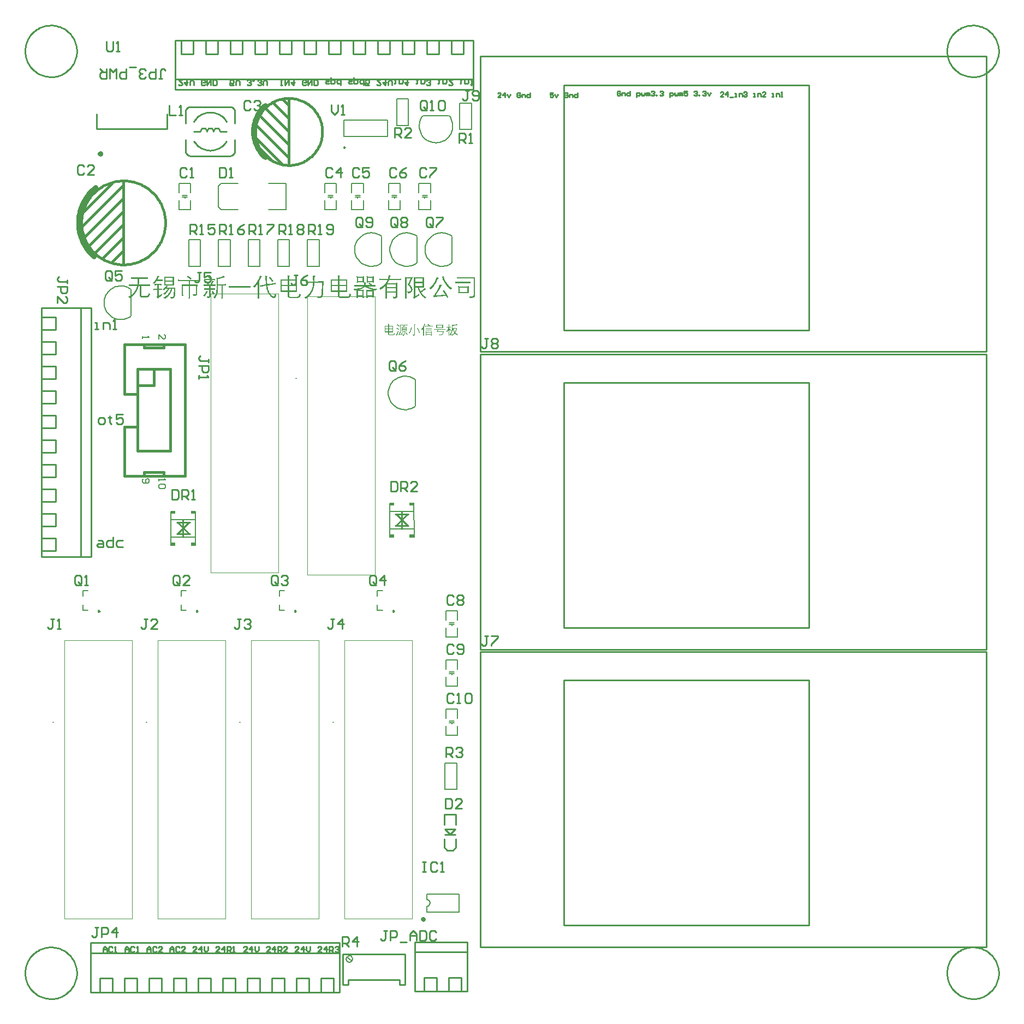
<source format=gto>
G04*
G04 #@! TF.GenerationSoftware,Altium Limited,Altium Designer,22.3.1 (43)*
G04*
G04 Layer_Color=65535*
%FSLAX25Y25*%
%MOIN*%
G70*
G04*
G04 #@! TF.SameCoordinates,EF3FA71F-0FF1-4D3B-8963-7E32679EFE31*
G04*
G04*
G04 #@! TF.FilePolarity,Positive*
G04*
G01*
G75*
%ADD10C,0.00984*%
%ADD11C,0.01000*%
%ADD12C,0.02900*%
%ADD13C,0.01500*%
%ADD14C,0.00787*%
%ADD15C,0.01968*%
%ADD16C,0.00800*%
%ADD17C,0.03150*%
%ADD18C,0.00394*%
%ADD19C,0.00600*%
G36*
X87000Y276500D02*
X89715D01*
Y274700D01*
X87000D01*
Y276500D01*
D02*
G37*
G36*
X102000D02*
X99285D01*
Y274700D01*
X102000D01*
Y276500D01*
D02*
G37*
G36*
X87000Y296000D02*
X89715D01*
Y294200D01*
X87000D01*
Y296000D01*
D02*
G37*
G36*
X102000D02*
X99285D01*
Y294200D01*
X102000D01*
Y296000D01*
D02*
G37*
G36*
X220500Y281500D02*
X223215D01*
Y279700D01*
X220500D01*
Y281500D01*
D02*
G37*
G36*
X235500D02*
X232785D01*
Y279700D01*
X235500D01*
Y281500D01*
D02*
G37*
G36*
X220500Y301000D02*
X223215D01*
Y299200D01*
X220500D01*
Y301000D01*
D02*
G37*
G36*
X235500D02*
X232785D01*
Y299200D01*
X235500D01*
Y301000D01*
D02*
G37*
G36*
X211020Y439227D02*
X211013Y439212D01*
Y439183D01*
X211005Y439146D01*
X210998Y439094D01*
X210983Y439035D01*
X210976Y438968D01*
X210968Y438901D01*
X210946Y438739D01*
X210931Y438554D01*
X210924Y438369D01*
Y438169D01*
Y436393D01*
Y436385D01*
Y436371D01*
Y436348D01*
Y436319D01*
Y436274D01*
Y436230D01*
Y436171D01*
X210931Y436112D01*
X210939Y435964D01*
X210961Y435793D01*
X210983Y435608D01*
X211020Y435401D01*
X211013D01*
X210998Y435409D01*
X210961D01*
X210924Y435416D01*
X210872Y435423D01*
X210813Y435431D01*
X210746Y435446D01*
X210672Y435453D01*
X210510Y435468D01*
X210332Y435483D01*
X210147Y435490D01*
X207254D01*
X207187Y435483D01*
X207039Y435475D01*
X206869Y435460D01*
X206676Y435438D01*
X206469Y435401D01*
Y435409D01*
X206477Y435423D01*
Y435446D01*
X206484Y435483D01*
X206491Y435520D01*
X206506Y435571D01*
X206521Y435690D01*
X206543Y435830D01*
X206558Y435986D01*
X206565Y436149D01*
Y436319D01*
Y438250D01*
Y438258D01*
Y438272D01*
Y438295D01*
Y438332D01*
Y438376D01*
Y438420D01*
X206558Y438546D01*
X206551Y438694D01*
X206528Y438857D01*
X206506Y439042D01*
X206469Y439234D01*
X206477D01*
X206499Y439227D01*
X206528D01*
X206573Y439220D01*
X206625Y439212D01*
X206684Y439197D01*
X206824Y439183D01*
X206980Y439160D01*
X207150Y439146D01*
X207313Y439138D01*
X210243D01*
X210302Y439146D01*
X210443Y439153D01*
X210613Y439175D01*
X210806Y439197D01*
X211020Y439234D01*
Y439227D01*
D02*
G37*
G36*
X204945D02*
X204937Y439212D01*
Y439183D01*
X204930Y439138D01*
X204923Y439086D01*
X204908Y439035D01*
X204900Y438968D01*
X204893Y438894D01*
X204871Y438724D01*
X204856Y438546D01*
X204849Y438354D01*
Y438154D01*
Y436474D01*
Y436467D01*
Y436452D01*
Y436430D01*
Y436393D01*
Y436348D01*
Y436297D01*
Y436237D01*
X204856Y436171D01*
X204863Y436008D01*
X204886Y435830D01*
X204908Y435623D01*
X204945Y435401D01*
X204937D01*
X204915Y435409D01*
X204886D01*
X204834Y435416D01*
X204782Y435423D01*
X204715Y435431D01*
X204649Y435446D01*
X204567Y435453D01*
X204397Y435468D01*
X204212Y435483D01*
X204027Y435490D01*
X201230D01*
X201163Y435483D01*
X201008Y435475D01*
X200830Y435460D01*
X200631Y435438D01*
X200409Y435401D01*
Y435409D01*
X200416Y435423D01*
Y435446D01*
X200431Y435483D01*
X200438Y435520D01*
X200446Y435571D01*
X200468Y435690D01*
X200483Y435838D01*
X200505Y435993D01*
X200512Y436171D01*
Y436348D01*
Y438287D01*
Y438295D01*
Y438302D01*
Y438324D01*
Y438354D01*
Y438398D01*
Y438443D01*
X200505Y438554D01*
X200490Y438694D01*
X200475Y438850D01*
X200446Y439035D01*
X200409Y439234D01*
X200416D01*
X200438Y439227D01*
X200468D01*
X200505Y439220D01*
X200557Y439212D01*
X200616Y439197D01*
X200756Y439183D01*
X200919Y439160D01*
X201089Y439146D01*
X201274Y439138D01*
X204123D01*
X204190Y439146D01*
X204353Y439153D01*
X204538Y439175D01*
X204738Y439197D01*
X204945Y439234D01*
Y439227D01*
D02*
G37*
G36*
X88942Y439042D02*
X88935Y439027D01*
Y438998D01*
X88928Y438961D01*
X88920Y438916D01*
X88905Y438864D01*
X88891Y438731D01*
X88868Y438583D01*
X88854Y438413D01*
X88846Y438235D01*
Y438050D01*
Y434661D01*
Y434654D01*
Y434639D01*
Y434609D01*
Y434572D01*
Y434521D01*
Y434461D01*
Y434402D01*
X88854Y434328D01*
X88861Y434165D01*
X88883Y433980D01*
X88905Y433788D01*
X88942Y433588D01*
X88935D01*
X88913Y433596D01*
X88883D01*
X88839Y433603D01*
X88787Y433610D01*
X88728Y433618D01*
X88654Y433633D01*
X88580Y433640D01*
X88417Y433655D01*
X88239Y433670D01*
X88062Y433677D01*
X84525D01*
X85072Y433374D01*
X85080Y433366D01*
X85102Y433359D01*
X85131Y433337D01*
X85161Y433322D01*
X85198Y433292D01*
X85220Y433270D01*
X85242Y433240D01*
Y433218D01*
Y433203D01*
X85235Y433189D01*
X85220Y433174D01*
X85191Y433152D01*
X85161Y433129D01*
X85109Y433100D01*
X85043Y433078D01*
X85035D01*
X85013Y433063D01*
X84976Y433048D01*
X84932Y433026D01*
X84835Y432974D01*
X84791Y432937D01*
X84754Y432900D01*
X84747Y432885D01*
X84724Y432856D01*
X84687Y432796D01*
X84643Y432730D01*
X84576Y432641D01*
X84510Y432545D01*
X84436Y432441D01*
X84347Y432330D01*
X88846D01*
X88928Y432338D01*
X89009D01*
X89098Y432345D01*
X89305Y432360D01*
X89527Y432382D01*
X89779Y432419D01*
Y432412D01*
Y432404D01*
X89771Y432382D01*
X89764Y432352D01*
X89756Y432278D01*
X89742Y432175D01*
X89727Y432056D01*
X89712Y431916D01*
X89697Y431768D01*
X89690Y431612D01*
X89520Y428068D01*
Y428060D01*
Y428053D01*
Y428031D01*
Y428001D01*
X89512Y427920D01*
Y427816D01*
X89497Y427690D01*
X89490Y427550D01*
X89475Y427394D01*
X89453Y427239D01*
X89401Y426913D01*
X89364Y426751D01*
X89320Y426603D01*
X89268Y426469D01*
X89216Y426351D01*
X89150Y426255D01*
X89113Y426218D01*
X89076Y426188D01*
Y426181D01*
X89061Y426173D01*
X89039Y426151D01*
X89002Y426129D01*
X88957Y426092D01*
X88891Y426055D01*
X88817Y426018D01*
X88713Y425974D01*
X88595Y425929D01*
X88447Y425877D01*
X88276Y425833D01*
X88084Y425789D01*
X87973Y425759D01*
X87862Y425737D01*
X87736Y425715D01*
X87603Y425700D01*
X87462Y425678D01*
X87314Y425655D01*
X87159Y425633D01*
X86996Y425618D01*
Y425626D01*
X86989Y425641D01*
Y425670D01*
X86981Y425715D01*
X86967Y425766D01*
X86952Y425826D01*
X86930Y425892D01*
X86907Y425966D01*
X86841Y426144D01*
X86752Y426336D01*
X86693Y426432D01*
X86634Y426543D01*
X86567Y426647D01*
X86486Y426758D01*
X86493D01*
X86515Y426751D01*
X86552D01*
X86604Y426743D01*
X86663Y426728D01*
X86737Y426721D01*
X86811Y426714D01*
X86900Y426699D01*
X87085Y426677D01*
X87285Y426662D01*
X87485Y426647D01*
X87670Y426640D01*
X87729D01*
X87788Y426647D01*
X87862D01*
X87951Y426654D01*
X88032Y426669D01*
X88114Y426684D01*
X88188Y426706D01*
X88195D01*
X88210Y426714D01*
X88232Y426721D01*
X88254Y426736D01*
X88328Y426788D01*
X88373Y426817D01*
X88410Y426862D01*
X88454Y426906D01*
X88498Y426965D01*
X88535Y427032D01*
X88572Y427106D01*
X88602Y427195D01*
X88624Y427291D01*
X88639Y427402D01*
X88646Y427520D01*
X88861Y431568D01*
X87818D01*
Y431553D01*
X87810Y431524D01*
X87795Y431472D01*
X87781Y431398D01*
X87758Y431302D01*
X87721Y431191D01*
X87684Y431065D01*
X87640Y430917D01*
X87588Y430761D01*
X87529Y430584D01*
X87462Y430406D01*
X87381Y430206D01*
X87292Y429999D01*
X87196Y429785D01*
X87092Y429563D01*
X86974Y429333D01*
X86841Y429096D01*
X86700Y428852D01*
X86545Y428608D01*
X86382Y428364D01*
X86197Y428112D01*
X86005Y427861D01*
X85797Y427609D01*
X85583Y427365D01*
X85346Y427121D01*
X85094Y426876D01*
X84828Y426640D01*
X84547Y426403D01*
X84243Y426181D01*
X83925Y425966D01*
X83592Y425759D01*
X83244Y425559D01*
Y425567D01*
X83230Y425581D01*
X83207Y425604D01*
X83185Y425641D01*
X83148Y425685D01*
X83104Y425729D01*
X83059Y425781D01*
X83000Y425840D01*
X82934Y425900D01*
X82852Y425959D01*
X82771Y426018D01*
X82682Y426077D01*
X82578Y426129D01*
X82467Y426188D01*
X82349Y426233D01*
X82223Y426277D01*
X82231Y426284D01*
X82268Y426292D01*
X82319Y426307D01*
X82386Y426336D01*
X82475Y426373D01*
X82571Y426410D01*
X82689Y426462D01*
X82823Y426529D01*
X82963Y426595D01*
X83119Y426677D01*
X83281Y426765D01*
X83459Y426869D01*
X83637Y426980D01*
X83829Y427106D01*
X84021Y427239D01*
X84214Y427380D01*
X84414Y427542D01*
X84621Y427713D01*
X84821Y427890D01*
X85028Y428090D01*
X85228Y428297D01*
X85427Y428519D01*
X85620Y428756D01*
X85805Y429008D01*
X85990Y429274D01*
X86167Y429555D01*
X86330Y429851D01*
X86493Y430162D01*
X86634Y430488D01*
X86767Y430835D01*
X86893Y431191D01*
X86996Y431568D01*
X85901D01*
Y431561D01*
X85894Y431546D01*
X85879Y431524D01*
X85864Y431487D01*
X85842Y431442D01*
X85812Y431390D01*
X85783Y431331D01*
X85746Y431257D01*
X85701Y431183D01*
X85649Y431094D01*
X85538Y430902D01*
X85405Y430687D01*
X85250Y430443D01*
X85072Y430184D01*
X84872Y429903D01*
X84643Y429607D01*
X84391Y429296D01*
X84118Y428978D01*
X83822Y428652D01*
X83496Y428319D01*
X83141Y427986D01*
X83133Y427994D01*
X83126Y428009D01*
X83104Y428031D01*
X83074Y428068D01*
X83030Y428105D01*
X82985Y428149D01*
X82926Y428201D01*
X82867Y428253D01*
X82793Y428312D01*
X82719Y428364D01*
X82541Y428475D01*
X82334Y428578D01*
X82216Y428615D01*
X82097Y428652D01*
X82105D01*
X82120Y428660D01*
X82142Y428675D01*
X82179Y428689D01*
X82223Y428712D01*
X82275Y428741D01*
X82334Y428771D01*
X82401Y428808D01*
X82556Y428897D01*
X82734Y429008D01*
X82934Y429148D01*
X83148Y429311D01*
X83378Y429496D01*
X83614Y429703D01*
X83866Y429947D01*
X84110Y430214D01*
X84362Y430502D01*
X84480Y430665D01*
X84599Y430828D01*
X84717Y431006D01*
X84835Y431183D01*
X84946Y431368D01*
X85057Y431568D01*
X83762D01*
Y431561D01*
X83748Y431553D01*
X83733Y431531D01*
X83711Y431501D01*
X83681Y431464D01*
X83644Y431413D01*
X83548Y431309D01*
X83429Y431168D01*
X83289Y431013D01*
X83126Y430835D01*
X82941Y430643D01*
X82934Y430650D01*
X82926Y430658D01*
X82904Y430680D01*
X82874Y430702D01*
X82837Y430732D01*
X82786Y430769D01*
X82734Y430806D01*
X82675Y430850D01*
X82601Y430895D01*
X82527Y430939D01*
X82438Y430983D01*
X82342Y431028D01*
X82245Y431072D01*
X82134Y431117D01*
X81898Y431191D01*
X81905D01*
X81912Y431198D01*
X81935Y431213D01*
X81964Y431228D01*
X82038Y431279D01*
X82134Y431353D01*
X82253Y431442D01*
X82393Y431546D01*
X82549Y431679D01*
X82719Y431827D01*
X82897Y431990D01*
X83082Y432175D01*
X83267Y432382D01*
X83459Y432604D01*
X83644Y432841D01*
X83829Y433100D01*
X84007Y433381D01*
X84169Y433677D01*
X83859D01*
X83770Y433670D01*
X83674D01*
X83570Y433662D01*
X83348Y433647D01*
X83104Y433625D01*
X82852Y433588D01*
Y433596D01*
X82860Y433610D01*
Y433640D01*
X82867Y433677D01*
X82874Y433721D01*
X82882Y433781D01*
X82904Y433906D01*
X82919Y434054D01*
X82934Y434225D01*
X82941Y434395D01*
Y434565D01*
Y438036D01*
Y438043D01*
Y438058D01*
Y438087D01*
Y438117D01*
Y438169D01*
Y438221D01*
Y438280D01*
X82934Y438346D01*
X82926Y438494D01*
X82911Y438672D01*
X82889Y438857D01*
X82852Y439049D01*
X82860D01*
X82882Y439042D01*
X82911D01*
X82948Y439035D01*
X83000Y439027D01*
X83059Y439020D01*
X83126Y439012D01*
X83200Y438998D01*
X83363Y438983D01*
X83540Y438968D01*
X83725Y438961D01*
X88143D01*
X88210Y438968D01*
X88373Y438975D01*
X88558Y438990D01*
X88743Y439012D01*
X88942Y439049D01*
Y439042D01*
D02*
G37*
G36*
X234870Y438850D02*
X234856Y438827D01*
X234841Y438790D01*
X234811Y438739D01*
X234782Y438672D01*
X234745Y438591D01*
X234700Y438502D01*
X234648Y438398D01*
X234597Y438287D01*
X234537Y438169D01*
X234471Y438036D01*
X234404Y437895D01*
X234330Y437747D01*
X234256Y437592D01*
X234093Y437266D01*
X233923Y436918D01*
X233746Y436556D01*
X233561Y436186D01*
X233376Y435808D01*
X233183Y435431D01*
X232998Y435068D01*
X232821Y434713D01*
X232643Y434380D01*
X232650Y434373D01*
X232665Y434365D01*
X232687Y434343D01*
X232717Y434321D01*
X232761Y434284D01*
X232806Y434239D01*
X232924Y434143D01*
X233057Y434010D01*
X233205Y433855D01*
X233376Y433677D01*
X233546Y433485D01*
X233716Y433263D01*
X233879Y433026D01*
X234042Y432767D01*
X234182Y432493D01*
X234315Y432204D01*
X234412Y431908D01*
X234456Y431753D01*
X234493Y431598D01*
X234515Y431435D01*
X234530Y431272D01*
Y431265D01*
Y431257D01*
Y431235D01*
X234537Y431205D01*
Y431131D01*
Y431028D01*
Y431020D01*
Y431006D01*
Y430983D01*
X234530Y430946D01*
Y430902D01*
X234523Y430850D01*
X234508Y430791D01*
X234493Y430724D01*
X234456Y430569D01*
X234397Y430399D01*
X234315Y430214D01*
X234264Y430118D01*
X234212Y430021D01*
X234145Y429918D01*
X234071Y429822D01*
X233990Y429718D01*
X233894Y429622D01*
X233797Y429526D01*
X233686Y429429D01*
X233561Y429333D01*
X233427Y429244D01*
X233287Y429163D01*
X233131Y429082D01*
X232961Y429000D01*
X232776Y428934D01*
X232584Y428867D01*
X232377Y428815D01*
X232147Y428763D01*
X231910Y428726D01*
Y428734D01*
X231903Y428756D01*
X231896Y428786D01*
X231888Y428830D01*
X231866Y428882D01*
X231851Y428948D01*
X231829Y429015D01*
X231799Y429096D01*
X231733Y429281D01*
X231651Y429489D01*
X231555Y429711D01*
X231437Y429940D01*
X231459D01*
X231481Y429933D01*
X231511D01*
X231585Y429925D01*
X231688Y429910D01*
X231799Y429903D01*
X231918Y429888D01*
X232036Y429881D01*
X232214D01*
X232288Y429888D01*
X232377Y429896D01*
X232488Y429918D01*
X232613Y429940D01*
X232739Y429977D01*
X232880Y430021D01*
X233013Y430081D01*
X233146Y430155D01*
X233272Y430243D01*
X233383Y430354D01*
X233487Y430480D01*
X233561Y430628D01*
X233612Y430798D01*
X233635Y430895D01*
X233642Y430998D01*
Y431006D01*
Y431020D01*
Y431043D01*
X233635Y431080D01*
X233627Y431124D01*
X233620Y431183D01*
X233612Y431242D01*
X233598Y431316D01*
X233583Y431390D01*
X233568Y431479D01*
X233516Y431664D01*
X233450Y431879D01*
X233361Y432116D01*
X233257Y432360D01*
X233117Y432619D01*
X233043Y432752D01*
X232954Y432893D01*
X232858Y433026D01*
X232761Y433166D01*
X232650Y433307D01*
X232532Y433440D01*
X232399Y433581D01*
X232266Y433714D01*
X232118Y433855D01*
X231962Y433988D01*
X231792Y434121D01*
X231614Y434247D01*
Y434254D01*
X231629Y434269D01*
X231644Y434291D01*
X231659Y434328D01*
X231688Y434365D01*
X231718Y434417D01*
X231748Y434476D01*
X231785Y434550D01*
X231829Y434624D01*
X231881Y434706D01*
X231925Y434802D01*
X231984Y434898D01*
X232095Y435120D01*
X232229Y435364D01*
X232362Y435631D01*
X232510Y435919D01*
X232658Y436230D01*
X232813Y436556D01*
X232969Y436903D01*
X233124Y437259D01*
X233279Y437629D01*
X233427Y438006D01*
X230956D01*
Y426995D01*
Y426987D01*
Y426965D01*
Y426928D01*
Y426884D01*
Y426825D01*
X230963Y426751D01*
Y426669D01*
X230971Y426573D01*
Y426477D01*
X230978Y426366D01*
X230985Y426247D01*
X230993Y426122D01*
X231015Y425855D01*
X231045Y425574D01*
X230009D01*
Y425581D01*
X230016Y425604D01*
Y425641D01*
X230023Y425692D01*
X230031Y425759D01*
X230038Y425833D01*
X230046Y425914D01*
X230053Y426011D01*
X230060Y426114D01*
X230068Y426225D01*
X230083Y426462D01*
X230097Y426721D01*
Y426995D01*
Y437451D01*
Y437458D01*
Y437481D01*
Y437518D01*
Y437562D01*
Y437621D01*
X230090Y437688D01*
Y437769D01*
Y437865D01*
X230083Y437962D01*
X230075Y438073D01*
X230068Y438184D01*
X230060Y438309D01*
X230038Y438576D01*
X230009Y438857D01*
X230046D01*
X230090Y438850D01*
X230142Y438842D01*
X230216Y438835D01*
X230290Y438827D01*
X230386Y438820D01*
X230482Y438813D01*
X230697Y438798D01*
X230934Y438783D01*
X231170Y438776D01*
X231400Y438768D01*
X233694D01*
X233768Y438776D01*
X233849D01*
X233945Y438783D01*
X234042D01*
X234153Y438790D01*
X234375Y438805D01*
X234619Y438827D01*
X234870Y438857D01*
Y438850D01*
D02*
G37*
G36*
X272818Y438776D02*
Y438761D01*
X272810Y438731D01*
X272803Y438687D01*
Y438635D01*
X272795Y438576D01*
X272788Y438509D01*
X272781Y438428D01*
X272773Y438339D01*
X272766Y438243D01*
X272758Y438139D01*
X272751Y438028D01*
X272736Y437784D01*
X272729Y437525D01*
Y427957D01*
Y427942D01*
Y427905D01*
Y427846D01*
Y427772D01*
X272721Y427676D01*
X272714Y427572D01*
X272699Y427461D01*
X272677Y427335D01*
X272647Y427209D01*
X272610Y427084D01*
X272566Y426958D01*
X272507Y426832D01*
X272440Y426721D01*
X272359Y426617D01*
X272270Y426521D01*
X272159Y426447D01*
X272152Y426440D01*
X272129Y426432D01*
X272092Y426410D01*
X272041Y426381D01*
X271967Y426344D01*
X271870Y426307D01*
X271759Y426262D01*
X271619Y426210D01*
X271456Y426166D01*
X271264Y426114D01*
X271049Y426062D01*
X270931Y426033D01*
X270805Y426011D01*
X270664Y425981D01*
X270524Y425959D01*
X270376Y425929D01*
X270213Y425907D01*
X270050Y425885D01*
X269872Y425863D01*
X269687Y425840D01*
X269495Y425818D01*
Y425826D01*
Y425848D01*
Y425885D01*
X269488Y425937D01*
X269480Y425996D01*
X269473Y426062D01*
X269458Y426144D01*
X269443Y426233D01*
X269399Y426425D01*
X269332Y426632D01*
X269236Y426847D01*
X269184Y426958D01*
X269118Y427061D01*
X269147D01*
X269192Y427054D01*
X269236D01*
X269303Y427047D01*
X269369Y427039D01*
X269451Y427032D01*
X269539D01*
X269732Y427017D01*
X269932Y427002D01*
X270131Y426995D01*
X270435D01*
X270494Y427002D01*
X270561D01*
X270709Y427010D01*
X270871Y427024D01*
X271034Y427047D01*
X271190Y427076D01*
X271256Y427098D01*
X271315Y427121D01*
X271323D01*
X271338Y427128D01*
X271367Y427143D01*
X271404Y427158D01*
X271441Y427180D01*
X271493Y427217D01*
X271537Y427254D01*
X271589Y427298D01*
X271641Y427357D01*
X271685Y427417D01*
X271730Y427498D01*
X271774Y427579D01*
X271804Y427676D01*
X271826Y427787D01*
X271841Y427905D01*
Y428038D01*
Y437932D01*
X262761D01*
X262680Y437925D01*
X262598D01*
X262509Y437917D01*
X262310Y437910D01*
X262102Y437895D01*
X261895Y437865D01*
X261710Y437836D01*
Y438783D01*
X261725D01*
X261755Y438776D01*
X261784Y438768D01*
X261829Y438761D01*
X261880Y438753D01*
X261940Y438746D01*
X262014Y438739D01*
X262095Y438731D01*
X262184Y438724D01*
X262287Y438716D01*
X262398Y438709D01*
X262517Y438702D01*
X262657D01*
X262798Y438694D01*
X271737D01*
X271811Y438702D01*
X271893D01*
X271989Y438709D01*
X272189Y438716D01*
X272403Y438731D01*
X272618Y438753D01*
X272818Y438783D01*
Y438776D01*
D02*
G37*
G36*
X241619Y438731D02*
X241612Y438709D01*
Y438672D01*
X241604Y438628D01*
X241597Y438568D01*
X241590Y438502D01*
X241582Y438420D01*
X241575Y438339D01*
X241553Y438147D01*
X241538Y437939D01*
X241530Y437725D01*
X241523Y437510D01*
Y433470D01*
Y433462D01*
Y433448D01*
Y433418D01*
Y433381D01*
Y433329D01*
X241530Y433270D01*
Y433203D01*
X241538Y433129D01*
X241545Y432959D01*
X241567Y432759D01*
X241590Y432545D01*
X241619Y432315D01*
X241612D01*
X241590Y432323D01*
X241560D01*
X241516Y432330D01*
X241456Y432338D01*
X241390Y432345D01*
X241316Y432352D01*
X241234Y432360D01*
X241049Y432375D01*
X240842Y432389D01*
X240628Y432404D01*
X238644D01*
Y432389D01*
X238659Y432352D01*
X238667Y432286D01*
X238689Y432204D01*
X238718Y432101D01*
X238748Y431975D01*
X238792Y431834D01*
X238837Y431679D01*
X238889Y431509D01*
X238948Y431331D01*
X239022Y431146D01*
X239096Y430946D01*
X239185Y430747D01*
X239273Y430547D01*
X239377Y430340D01*
X239488Y430132D01*
X239495D01*
X239503Y430147D01*
X239525Y430162D01*
X239555Y430177D01*
X239592Y430206D01*
X239636Y430236D01*
X239747Y430310D01*
X239873Y430406D01*
X240021Y430517D01*
X240191Y430650D01*
X240369Y430791D01*
X240554Y430946D01*
X240753Y431109D01*
X240946Y431287D01*
X241146Y431472D01*
X241338Y431657D01*
X241523Y431857D01*
X241701Y432056D01*
X241863Y432256D01*
X242618Y431361D01*
X242626Y431353D01*
X242633Y431339D01*
X242670Y431294D01*
X242707Y431242D01*
X242714Y431213D01*
X242722Y431191D01*
Y431183D01*
X242707Y431161D01*
X242700Y431154D01*
X242692Y431146D01*
X242670Y431139D01*
X242640Y431124D01*
X242589Y431109D01*
X242529Y431102D01*
X242448Y431087D01*
X242433D01*
X242389Y431080D01*
X242330Y431057D01*
X242241Y431028D01*
X242137Y430991D01*
X242026Y430932D01*
X241900Y430858D01*
X241775Y430761D01*
X241760Y430754D01*
X241723Y430724D01*
X241671Y430680D01*
X241590Y430628D01*
X241493Y430562D01*
X241382Y430480D01*
X241257Y430391D01*
X241123Y430288D01*
X240983Y430184D01*
X240827Y430081D01*
X240517Y429851D01*
X240198Y429629D01*
X240050Y429518D01*
X239902Y429415D01*
Y429407D01*
X239917Y429392D01*
X239932Y429363D01*
X239954Y429326D01*
X239984Y429281D01*
X240021Y429230D01*
X240065Y429163D01*
X240110Y429096D01*
X240228Y428934D01*
X240376Y428749D01*
X240539Y428541D01*
X240739Y428327D01*
X240953Y428097D01*
X241197Y427868D01*
X241471Y427631D01*
X241767Y427402D01*
X242085Y427180D01*
X242433Y426973D01*
X242803Y426780D01*
X243195Y426610D01*
X243188Y426603D01*
X243166Y426595D01*
X243136Y426573D01*
X243092Y426543D01*
X243040Y426506D01*
X242973Y426469D01*
X242907Y426418D01*
X242825Y426358D01*
X242663Y426225D01*
X242485Y426070D01*
X242307Y425892D01*
X242137Y425692D01*
X242130Y425700D01*
X242100Y425722D01*
X242048Y425759D01*
X241989Y425811D01*
X241908Y425877D01*
X241812Y425966D01*
X241701Y426055D01*
X241582Y426166D01*
X241449Y426292D01*
X241308Y426425D01*
X241153Y426580D01*
X240990Y426743D01*
X240827Y426913D01*
X240650Y427106D01*
X240472Y427306D01*
X240295Y427520D01*
X240110Y427742D01*
X239917Y427979D01*
X239732Y428231D01*
X239547Y428490D01*
X239362Y428756D01*
X239185Y429045D01*
X239007Y429333D01*
X238829Y429637D01*
X238667Y429947D01*
X238504Y430273D01*
X238356Y430606D01*
X238215Y430946D01*
X238082Y431294D01*
X237964Y431657D01*
X237860Y432027D01*
X237764Y432404D01*
X236239D01*
Y427121D01*
X236254Y427128D01*
X236291Y427150D01*
X236350Y427180D01*
X236432Y427232D01*
X236528Y427291D01*
X236654Y427357D01*
X236794Y427446D01*
X236950Y427542D01*
X237120Y427646D01*
X237298Y427764D01*
X237497Y427898D01*
X237705Y428038D01*
X237927Y428194D01*
X238156Y428356D01*
X238385Y428527D01*
X238630Y428712D01*
Y428704D01*
Y428689D01*
Y428660D01*
Y428623D01*
X238637Y428571D01*
Y428512D01*
Y428453D01*
X238644Y428379D01*
X238659Y428208D01*
X238681Y428023D01*
X238711Y427824D01*
X238748Y427609D01*
X238741D01*
X238726Y427594D01*
X238704Y427579D01*
X238667Y427565D01*
X238622Y427535D01*
X238570Y427505D01*
X238511Y427476D01*
X238445Y427431D01*
X238282Y427343D01*
X238097Y427232D01*
X237890Y427106D01*
X237668Y426965D01*
X237431Y426817D01*
X237179Y426654D01*
X236913Y426484D01*
X236654Y426307D01*
X236121Y425929D01*
X235862Y425737D01*
X235610Y425544D01*
X234915Y426447D01*
X234922D01*
X234937Y426462D01*
X234959Y426477D01*
X234996Y426499D01*
X235033Y426529D01*
X235070Y426566D01*
X235115Y426610D01*
X235159Y426669D01*
X235203Y426743D01*
X235248Y426825D01*
X235285Y426913D01*
X235322Y427024D01*
X235351Y427143D01*
X235366Y427276D01*
X235374Y427431D01*
Y427594D01*
Y437362D01*
Y437370D01*
Y437392D01*
Y437421D01*
Y437466D01*
Y437525D01*
X235366Y437592D01*
Y437666D01*
Y437754D01*
X235359Y437851D01*
X235351Y437954D01*
X235344Y438065D01*
X235337Y438191D01*
X235314Y438450D01*
X235285Y438739D01*
X235314D01*
X235359Y438731D01*
X235411Y438724D01*
X235477Y438716D01*
X235551Y438709D01*
X235633Y438702D01*
X235729Y438694D01*
X235936Y438679D01*
X236165Y438665D01*
X236410Y438657D01*
X236646Y438650D01*
X240568D01*
X240635Y438657D01*
X240709D01*
X240790Y438665D01*
X240983Y438672D01*
X241183Y438687D01*
X241405Y438709D01*
X241619Y438739D01*
Y438731D01*
D02*
G37*
G36*
X120015Y438753D02*
X120022Y438746D01*
X120037Y438731D01*
X120074Y438687D01*
X120089Y438657D01*
X120104Y438628D01*
X120111Y438598D01*
X120104Y438568D01*
X120096Y438561D01*
X120089Y438554D01*
X120067Y438539D01*
X120037Y438531D01*
X120008Y438524D01*
X119882D01*
X119837Y438531D01*
X119601D01*
X119556Y438524D01*
X119512D01*
X119393Y438509D01*
X119260Y438494D01*
X119112Y438465D01*
X118949Y438428D01*
X118787Y438376D01*
X118779D01*
X118750Y438361D01*
X118698Y438346D01*
X118624Y438324D01*
X118535Y438295D01*
X118417Y438258D01*
X118276Y438213D01*
X118106Y438169D01*
X117913Y438110D01*
X117699Y438043D01*
X117447Y437969D01*
X117173Y437895D01*
X117025Y437851D01*
X116870Y437806D01*
X116707Y437762D01*
X116530Y437710D01*
X116352Y437658D01*
X116167Y437606D01*
X115975Y437555D01*
X115767Y437495D01*
Y434461D01*
X119615D01*
X119675Y434469D01*
X119734D01*
X119808Y434476D01*
X119889D01*
X119978Y434484D01*
X120082Y434491D01*
X120193Y434498D01*
X120311Y434506D01*
X120437Y434521D01*
X120577Y434535D01*
X120725Y434550D01*
Y433603D01*
X120688D01*
X120651Y433610D01*
X120600Y433618D01*
X120533D01*
X120459Y433625D01*
X120378Y433633D01*
X120281Y433640D01*
X120089Y433655D01*
X119882Y433670D01*
X119682Y433684D01*
X119497Y433692D01*
X118727D01*
Y427150D01*
Y427143D01*
Y427121D01*
Y427091D01*
X118735Y427039D01*
Y426980D01*
X118742Y426913D01*
Y426832D01*
X118750Y426743D01*
X118757Y426647D01*
X118764Y426543D01*
X118779Y426314D01*
X118794Y426055D01*
X118816Y425789D01*
X117780D01*
Y425796D01*
X117788Y425833D01*
Y425877D01*
X117795Y425944D01*
X117802Y426018D01*
X117810Y426107D01*
X117817Y426203D01*
X117825Y426307D01*
X117839Y426529D01*
X117854Y426758D01*
X117862Y426869D01*
X117869Y426965D01*
Y427061D01*
Y427150D01*
Y433692D01*
X115782D01*
Y433684D01*
Y433655D01*
Y433603D01*
Y433544D01*
Y433462D01*
Y433366D01*
Y433255D01*
Y433137D01*
Y433004D01*
Y432856D01*
X115775Y432700D01*
Y432537D01*
X115767Y432367D01*
Y432190D01*
X115753Y431820D01*
X115738Y431427D01*
X115716Y431035D01*
X115693Y430643D01*
X115656Y430258D01*
X115619Y429896D01*
X115597Y429718D01*
X115568Y429555D01*
X115545Y429392D01*
X115516Y429252D01*
X115486Y429111D01*
X115449Y428985D01*
Y428978D01*
X115442Y428971D01*
Y428948D01*
X115434Y428919D01*
X115420Y428882D01*
X115405Y428837D01*
X115375Y428734D01*
X115323Y428593D01*
X115264Y428430D01*
X115190Y428245D01*
X115101Y428038D01*
X114998Y427809D01*
X114872Y427557D01*
X114731Y427291D01*
X114569Y427002D01*
X114391Y426706D01*
X114191Y426395D01*
X113969Y426070D01*
X113725Y425737D01*
Y425744D01*
X113710Y425752D01*
X113695Y425774D01*
X113666Y425803D01*
X113629Y425833D01*
X113592Y425877D01*
X113488Y425966D01*
X113355Y426070D01*
X113192Y426181D01*
X113000Y426292D01*
X112778Y426395D01*
X112785D01*
X112793Y426410D01*
X112837Y426447D01*
X112904Y426514D01*
X112992Y426595D01*
X113096Y426706D01*
X113214Y426832D01*
X113348Y426980D01*
X113488Y427150D01*
X113629Y427328D01*
X113777Y427528D01*
X113917Y427742D01*
X114058Y427972D01*
X114191Y428208D01*
X114310Y428460D01*
X114413Y428719D01*
X114495Y428985D01*
Y428993D01*
X114502Y429000D01*
Y429022D01*
X114517Y429052D01*
X114524Y429089D01*
X114532Y429133D01*
X114546Y429193D01*
X114561Y429259D01*
X114576Y429333D01*
X114591Y429415D01*
X114613Y429503D01*
X114628Y429607D01*
X114650Y429718D01*
X114665Y429836D01*
X114687Y429962D01*
X114709Y430103D01*
X114724Y430251D01*
X114746Y430406D01*
X114768Y430576D01*
X114783Y430754D01*
X114805Y430946D01*
X114820Y431146D01*
X114835Y431353D01*
X114850Y431575D01*
X114865Y431805D01*
X114879Y432042D01*
X114887Y432301D01*
X114894Y432560D01*
X114902Y432833D01*
X114909Y433122D01*
Y433418D01*
Y433721D01*
Y436866D01*
Y436874D01*
Y436889D01*
Y436911D01*
Y436940D01*
X114902Y436992D01*
Y437059D01*
X114894Y437148D01*
Y437155D01*
Y437177D01*
X114887Y437207D01*
Y437251D01*
X114879Y437303D01*
X114872Y437362D01*
X114865Y437436D01*
Y437510D01*
X114850Y437680D01*
X114835Y437865D01*
X114820Y438058D01*
X114805Y438250D01*
X114828D01*
X114857Y438243D01*
X114887D01*
X114976Y438235D01*
X115072Y438228D01*
X115153D01*
X115190Y438235D01*
X115242D01*
X115309Y438243D01*
X115375Y438250D01*
X115449Y438265D01*
X115538Y438272D01*
X115723Y438309D01*
X115938Y438354D01*
X116182Y438420D01*
X116189D01*
X116204Y438428D01*
X116234Y438435D01*
X116271Y438443D01*
X116322Y438457D01*
X116382Y438472D01*
X116448Y438494D01*
X116522Y438517D01*
X116604Y438539D01*
X116692Y438568D01*
X116892Y438628D01*
X117107Y438694D01*
X117344Y438776D01*
X117588Y438857D01*
X117839Y438953D01*
X118091Y439049D01*
X118343Y439146D01*
X118587Y439257D01*
X118816Y439360D01*
X119023Y439479D01*
X119216Y439590D01*
X120015Y438753D01*
D02*
G37*
G36*
X73062Y437621D02*
X73055D01*
X73040Y437629D01*
X73018D01*
X72981Y437636D01*
X72936Y437643D01*
X72892Y437658D01*
X72766Y437673D01*
X72625Y437695D01*
X72470Y437710D01*
X72307Y437717D01*
X67704D01*
Y437710D01*
Y437695D01*
Y437666D01*
Y437629D01*
Y437577D01*
X67697Y437525D01*
Y437458D01*
Y437377D01*
X67690Y437296D01*
Y437207D01*
X67682Y437000D01*
X67667Y436778D01*
X67653Y436526D01*
X67638Y436260D01*
X67623Y435978D01*
X67601Y435690D01*
X67579Y435394D01*
X67519Y434794D01*
X67482Y434498D01*
X67445Y434217D01*
X73454D01*
X73565Y434225D01*
X73706Y434232D01*
X73869Y434247D01*
X74054Y434269D01*
X74246Y434306D01*
Y433322D01*
X74239D01*
X74224Y433329D01*
X74194D01*
X74150Y433337D01*
X74105Y433344D01*
X74046Y433359D01*
X73920Y433374D01*
X73765Y433396D01*
X73602Y433411D01*
X73439Y433418D01*
X68962D01*
Y427986D01*
Y427979D01*
Y427964D01*
Y427935D01*
Y427890D01*
X68970Y427846D01*
Y427794D01*
X68992Y427683D01*
X69029Y427565D01*
X69081Y427454D01*
X69118Y427402D01*
X69162Y427365D01*
X69214Y427328D01*
X69273Y427306D01*
X69288Y427298D01*
X69310Y427291D01*
X69332Y427283D01*
X69377Y427276D01*
X69429Y427261D01*
X69495Y427246D01*
X69577Y427239D01*
X69680Y427224D01*
X69791Y427217D01*
X69932Y427202D01*
X70087Y427195D01*
X70265Y427187D01*
X70465Y427180D01*
X71293D01*
X71427Y427187D01*
X71567Y427195D01*
X71715Y427209D01*
X72026Y427239D01*
X72181Y427261D01*
X72322Y427291D01*
X72455Y427328D01*
X72566Y427372D01*
X72662Y427417D01*
X72736Y427476D01*
X72744D01*
X72751Y427491D01*
X72773Y427505D01*
X72803Y427535D01*
X72833Y427579D01*
X72870Y427631D01*
X72914Y427698D01*
X72958Y427779D01*
X73003Y427883D01*
X73055Y428001D01*
X73106Y428142D01*
X73158Y428297D01*
X73210Y428482D01*
X73262Y428689D01*
X73306Y428926D01*
X73351Y429185D01*
X73358Y429178D01*
X73373Y429163D01*
X73395Y429133D01*
X73432Y429096D01*
X73469Y429045D01*
X73521Y429000D01*
X73580Y428941D01*
X73639Y428889D01*
X73787Y428771D01*
X73957Y428667D01*
X74054Y428623D01*
X74150Y428586D01*
X74246Y428556D01*
X74350Y428541D01*
Y428534D01*
X74342Y428527D01*
X74335Y428504D01*
X74327Y428475D01*
X74305Y428393D01*
X74268Y428290D01*
X74224Y428171D01*
X74172Y428031D01*
X74105Y427883D01*
X74039Y427720D01*
X73883Y427394D01*
X73795Y427239D01*
X73698Y427091D01*
X73595Y426950D01*
X73499Y426832D01*
X73388Y426736D01*
X73277Y426662D01*
X73262Y426654D01*
X73217Y426625D01*
X73151Y426588D01*
X73047Y426543D01*
X72929Y426499D01*
X72781Y426447D01*
X72611Y426403D01*
X72418Y426366D01*
X72396D01*
X72366Y426358D01*
X72322Y426351D01*
X72270D01*
X72204Y426344D01*
X72130Y426336D01*
X72033Y426329D01*
X71930Y426321D01*
X71819Y426314D01*
X71686Y426307D01*
X71545D01*
X71390Y426299D01*
X71227Y426292D01*
X70553D01*
X70413Y426299D01*
X70250D01*
X70065Y426307D01*
X69880Y426314D01*
X69488Y426344D01*
X69295Y426358D01*
X69110Y426381D01*
X68940Y426410D01*
X68785Y426440D01*
X68659Y426477D01*
X68600Y426499D01*
X68555Y426521D01*
X68548D01*
X68533Y426529D01*
X68511Y426543D01*
X68474Y426566D01*
X68437Y426588D01*
X68393Y426625D01*
X68348Y426662D01*
X68296Y426714D01*
X68252Y426773D01*
X68208Y426847D01*
X68163Y426928D01*
X68134Y427024D01*
X68104Y427128D01*
X68082Y427246D01*
X68074Y427372D01*
Y427520D01*
Y433418D01*
X67305D01*
Y433403D01*
X67297Y433366D01*
X67283Y433300D01*
X67260Y433211D01*
X67238Y433107D01*
X67201Y432974D01*
X67157Y432819D01*
X67105Y432648D01*
X67046Y432463D01*
X66979Y432256D01*
X66898Y432042D01*
X66809Y431805D01*
X66705Y431553D01*
X66594Y431294D01*
X66469Y431028D01*
X66328Y430747D01*
X66180Y430458D01*
X66010Y430162D01*
X65832Y429859D01*
X65632Y429555D01*
X65418Y429237D01*
X65196Y428926D01*
X64952Y428608D01*
X64685Y428297D01*
X64404Y427979D01*
X64108Y427668D01*
X63790Y427357D01*
X63449Y427054D01*
X63094Y426751D01*
X62717Y426455D01*
X62317Y426173D01*
X61895Y425892D01*
Y425900D01*
X61881Y425922D01*
X61866Y425951D01*
X61836Y425996D01*
X61807Y426055D01*
X61770Y426114D01*
X61666Y426255D01*
X61540Y426410D01*
X61385Y426573D01*
X61207Y426728D01*
X61104Y426795D01*
X61000Y426862D01*
X61015Y426869D01*
X61044Y426876D01*
X61096Y426899D01*
X61170Y426936D01*
X61266Y426973D01*
X61377Y427024D01*
X61503Y427091D01*
X61644Y427158D01*
X61799Y427246D01*
X61962Y427343D01*
X62140Y427454D01*
X62332Y427579D01*
X62524Y427713D01*
X62732Y427861D01*
X62946Y428023D01*
X63161Y428208D01*
X63383Y428401D01*
X63605Y428608D01*
X63827Y428837D01*
X64056Y429074D01*
X64278Y429333D01*
X64500Y429614D01*
X64722Y429903D01*
X64937Y430221D01*
X65151Y430547D01*
X65351Y430895D01*
X65551Y431265D01*
X65736Y431657D01*
X65914Y432064D01*
X66084Y432493D01*
X66232Y432944D01*
X66372Y433418D01*
X62021D01*
X61962Y433411D01*
X61814Y433403D01*
X61644Y433381D01*
X61459Y433359D01*
X61252Y433322D01*
Y434306D01*
X61259D01*
X61274Y434299D01*
X61303D01*
X61333Y434291D01*
X61377Y434284D01*
X61429Y434276D01*
X61548Y434254D01*
X61688Y434239D01*
X61844Y434225D01*
X62006Y434217D01*
X66506D01*
Y434225D01*
Y434232D01*
X66513Y434254D01*
Y434284D01*
X66520Y434313D01*
X66528Y434358D01*
X66535Y434410D01*
X66543Y434469D01*
X66557Y434602D01*
X66580Y434772D01*
X66602Y434957D01*
X66624Y435179D01*
X66654Y435416D01*
X66676Y435682D01*
X66698Y435971D01*
X66728Y436282D01*
X66750Y436615D01*
X66765Y436963D01*
X66787Y437333D01*
X66802Y437717D01*
X63324D01*
X63213Y437710D01*
X63072Y437703D01*
X62917Y437680D01*
X62732Y437658D01*
X62524Y437621D01*
Y438605D01*
X62532D01*
X62547Y438598D01*
X62569D01*
X62606Y438591D01*
X62650Y438583D01*
X62702Y438568D01*
X62820Y438554D01*
X62961Y438531D01*
X63116Y438517D01*
X63287Y438509D01*
X72270D01*
X72389Y438517D01*
X72529Y438524D01*
X72692Y438546D01*
X72870Y438568D01*
X73062Y438605D01*
Y437621D01*
D02*
G37*
G36*
X221166Y439708D02*
X221173D01*
X221195Y439701D01*
X221225Y439693D01*
X221262Y439686D01*
X221299Y439671D01*
X221336Y439649D01*
X221358Y439634D01*
X221373Y439604D01*
Y439590D01*
X221365Y439575D01*
X221351Y439553D01*
X221328Y439523D01*
X221299Y439493D01*
X221262Y439456D01*
X221203Y439412D01*
X221188Y439405D01*
X221151Y439375D01*
X221099Y439338D01*
X221040Y439271D01*
X220973Y439197D01*
X220907Y439094D01*
X220847Y438983D01*
X220803Y438842D01*
Y438835D01*
X220796Y438813D01*
X220788Y438783D01*
X220773Y438746D01*
X220766Y438687D01*
X220744Y438628D01*
X220729Y438561D01*
X220707Y438487D01*
X220662Y438317D01*
X220603Y438139D01*
X220551Y437947D01*
X220492Y437762D01*
X226434D01*
X226501Y437769D01*
X226575D01*
X226656Y437777D01*
X226753D01*
X226856Y437784D01*
X226967Y437791D01*
X227078Y437799D01*
X227337Y437821D01*
X227618Y437851D01*
Y436896D01*
X227611D01*
X227589Y436903D01*
X227544D01*
X227493Y436911D01*
X227426Y436918D01*
X227352Y436933D01*
X227271Y436940D01*
X227174Y436948D01*
X226967Y436970D01*
X226738Y436985D01*
X226508Y436992D01*
X220241D01*
X220233Y436985D01*
X220226Y436948D01*
X220196Y436896D01*
X220167Y436829D01*
X220130Y436748D01*
X220078Y436644D01*
X220026Y436533D01*
X219967Y436408D01*
X219893Y436267D01*
X219819Y436126D01*
X219737Y435971D01*
X219649Y435808D01*
X219456Y435475D01*
X219249Y435135D01*
X224148D01*
X224251Y435142D01*
X224370Y435150D01*
X224496D01*
X224629Y435157D01*
X224769Y435172D01*
X225065Y435194D01*
X225376Y435231D01*
Y435224D01*
X225369Y435187D01*
Y435142D01*
X225361Y435076D01*
X225354Y434994D01*
X225347Y434898D01*
X225339Y434794D01*
X225332Y434676D01*
X225317Y434558D01*
X225310Y434424D01*
X225295Y434158D01*
X225287Y433892D01*
X225280Y433633D01*
Y427180D01*
Y427172D01*
Y427143D01*
Y427098D01*
Y427032D01*
X225273Y426965D01*
X225265Y426884D01*
X225243Y426699D01*
X225199Y426506D01*
X225169Y426410D01*
X225132Y426321D01*
X225088Y426240D01*
X225028Y426166D01*
X224969Y426099D01*
X224895Y426048D01*
X224888D01*
X224880Y426033D01*
X224858Y426018D01*
X224821Y426003D01*
X224769Y425981D01*
X224710Y425951D01*
X224629Y425922D01*
X224533Y425885D01*
X224414Y425855D01*
X224274Y425818D01*
X224118Y425781D01*
X223933Y425744D01*
X223726Y425707D01*
X223489Y425670D01*
X223230Y425633D01*
X223082Y425618D01*
X222934Y425604D01*
Y425611D01*
Y425633D01*
X222927Y425670D01*
X222919Y425722D01*
X222912Y425781D01*
X222897Y425848D01*
X222882Y425929D01*
X222860Y426018D01*
X222808Y426210D01*
X222742Y426425D01*
X222653Y426647D01*
X222535Y426876D01*
X222564D01*
X222601Y426869D01*
X222653Y426862D01*
X222712Y426854D01*
X222779Y426847D01*
X222853Y426839D01*
X222934Y426832D01*
X223112Y426817D01*
X223297Y426802D01*
X223482Y426795D01*
X223645Y426788D01*
X223748D01*
X223807Y426795D01*
X223948Y426810D01*
X224015Y426817D01*
X224074Y426832D01*
X224081D01*
X224089Y426839D01*
X224126Y426854D01*
X224177Y426884D01*
X224244Y426943D01*
X224303Y427017D01*
X224325Y427069D01*
X224355Y427121D01*
X224370Y427187D01*
X224385Y427261D01*
X224392Y427343D01*
Y427431D01*
Y429355D01*
X218946D01*
Y427135D01*
Y427128D01*
Y427113D01*
Y427076D01*
Y427032D01*
Y426980D01*
X218953Y426913D01*
Y426839D01*
X218960Y426751D01*
Y426654D01*
X218968Y426543D01*
X218975Y426425D01*
X218990Y426299D01*
X218997Y426166D01*
X219012Y426018D01*
X219027Y425870D01*
X219042Y425707D01*
X217961D01*
Y425715D01*
X217969Y425744D01*
Y425789D01*
X217976Y425848D01*
X217984Y425922D01*
X217991Y426011D01*
X217998Y426107D01*
X218013Y426210D01*
X218028Y426432D01*
X218043Y426669D01*
X218050Y426913D01*
X218058Y427135D01*
Y433544D01*
X218043Y433529D01*
X218006Y433485D01*
X217939Y433418D01*
X217850Y433329D01*
X217739Y433218D01*
X217599Y433085D01*
X217443Y432937D01*
X217258Y432774D01*
X217059Y432597D01*
X216837Y432404D01*
X216600Y432197D01*
X216341Y431990D01*
X216067Y431775D01*
X215771Y431553D01*
X215468Y431324D01*
X215142Y431102D01*
X215135Y431109D01*
X215127Y431124D01*
X215105Y431146D01*
X215075Y431183D01*
X215038Y431220D01*
X214994Y431272D01*
X214942Y431331D01*
X214876Y431390D01*
X214735Y431531D01*
X214565Y431679D01*
X214365Y431842D01*
X214143Y432005D01*
X214150Y432012D01*
X214180Y432027D01*
X214232Y432049D01*
X214298Y432079D01*
X214380Y432123D01*
X214483Y432175D01*
X214594Y432234D01*
X214728Y432308D01*
X214861Y432389D01*
X215016Y432478D01*
X215179Y432582D01*
X215349Y432693D01*
X215534Y432811D01*
X215719Y432937D01*
X215912Y433078D01*
X216111Y433226D01*
X216319Y433388D01*
X216526Y433559D01*
X216733Y433736D01*
X216948Y433929D01*
X217155Y434121D01*
X217369Y434336D01*
X217577Y434550D01*
X217784Y434787D01*
X217984Y435024D01*
X218183Y435275D01*
X218376Y435534D01*
X218561Y435808D01*
X218731Y436089D01*
X218901Y436378D01*
X219057Y436681D01*
X219205Y436992D01*
X215534D01*
X215482Y436985D01*
X215416D01*
X215342Y436977D01*
X215260D01*
X215172Y436970D01*
X215075Y436963D01*
X214964Y436955D01*
X214846Y436940D01*
X214720Y436926D01*
X214587Y436911D01*
X214446Y436896D01*
Y437851D01*
X214476D01*
X214513Y437843D01*
X214565Y437836D01*
X214624Y437828D01*
X214698Y437821D01*
X214779Y437814D01*
X214868Y437806D01*
X215053Y437791D01*
X215260Y437777D01*
X215460Y437769D01*
X215660Y437762D01*
X219464D01*
X219471Y437777D01*
X219478Y437806D01*
X219501Y437865D01*
X219523Y437939D01*
X219552Y438028D01*
X219582Y438147D01*
X219619Y438272D01*
X219656Y438413D01*
X219693Y438568D01*
X219737Y438739D01*
X219774Y438916D01*
X219804Y439109D01*
X219841Y439308D01*
X219871Y439516D01*
X219908Y439952D01*
X221166Y439708D01*
D02*
G37*
G36*
X109944Y439775D02*
X109966Y439760D01*
X109995Y439730D01*
X110047Y439693D01*
X110106Y439641D01*
X110180Y439582D01*
X110262Y439508D01*
X110365Y439419D01*
X110476Y439323D01*
X110602Y439212D01*
X110735Y439094D01*
X110883Y438961D01*
X111046Y438813D01*
X111216Y438657D01*
X111401Y438487D01*
X111601Y438302D01*
X110987Y437651D01*
X112807D01*
X112837Y437658D01*
X112881D01*
X112933Y437666D01*
X113000D01*
X113074Y437673D01*
X113148Y437680D01*
X113244Y437688D01*
X113340Y437695D01*
X113451Y437703D01*
X113570Y437710D01*
X113695Y437725D01*
X113829Y437732D01*
X113977Y437747D01*
Y436792D01*
X113940D01*
X113903Y436800D01*
X113843Y436807D01*
X113777D01*
X113703Y436815D01*
X113614Y436822D01*
X113525Y436829D01*
X113333Y436844D01*
X113126Y436859D01*
X112933Y436874D01*
X112844Y436881D01*
X108456D01*
X108412Y436874D01*
X108286D01*
X108205Y436866D01*
X108108Y436859D01*
X108005Y436852D01*
X107886Y436844D01*
X107753Y436837D01*
X107605Y436822D01*
X107450Y436807D01*
X107272Y436792D01*
Y437747D01*
X107280D01*
X107309Y437740D01*
X107361D01*
X107420Y437732D01*
X107494Y437725D01*
X107583Y437717D01*
X107679Y437710D01*
X107775Y437703D01*
X107990Y437680D01*
X108205Y437666D01*
X108301Y437658D01*
X108397D01*
X108486Y437651D01*
X110839D01*
X110832Y437658D01*
X110809Y437680D01*
X110780Y437717D01*
X110735Y437769D01*
X110676Y437836D01*
X110602Y437917D01*
X110521Y438006D01*
X110425Y438102D01*
X110321Y438213D01*
X110203Y438324D01*
X110077Y438450D01*
X109944Y438583D01*
X109796Y438724D01*
X109633Y438864D01*
X109470Y439012D01*
X109292Y439168D01*
X109936Y439782D01*
X109944Y439775D01*
D02*
G37*
G36*
X190137Y439752D02*
X190167D01*
X190204Y439745D01*
X190241Y439738D01*
X190278Y439723D01*
X190315Y439708D01*
X190337Y439686D01*
X190352Y439664D01*
Y439649D01*
Y439634D01*
X190345Y439612D01*
X190330Y439582D01*
X190300Y439545D01*
X190271Y439501D01*
X190219Y439442D01*
X190204Y439427D01*
X190174Y439390D01*
X190137Y439331D01*
X190086Y439234D01*
X190034Y439116D01*
X190012Y439049D01*
X189997Y438968D01*
X189975Y438879D01*
X189967Y438790D01*
X189952Y438687D01*
Y438576D01*
Y437362D01*
X193726D01*
X193808Y437370D01*
X193904D01*
X194000Y437377D01*
X194111Y437384D01*
X194237Y437392D01*
X194370Y437407D01*
X194511Y437414D01*
X194666Y437436D01*
X194829Y437451D01*
Y437444D01*
Y437414D01*
X194822Y437370D01*
X194814Y437310D01*
X194807Y437236D01*
X194799Y437155D01*
X194792Y437059D01*
X194785Y436963D01*
X194770Y436741D01*
X194755Y436511D01*
X194748Y436289D01*
X194740Y436186D01*
Y436089D01*
Y431117D01*
Y431109D01*
Y431087D01*
Y431057D01*
Y431013D01*
Y430954D01*
X194748Y430880D01*
Y430806D01*
X194755Y430710D01*
Y430613D01*
X194762Y430502D01*
X194770Y430384D01*
X194777Y430258D01*
X194785Y430118D01*
X194799Y429977D01*
X194829Y429674D01*
X194822D01*
X194792Y429681D01*
X194755D01*
X194703Y429688D01*
X194637Y429696D01*
X194555Y429703D01*
X194466Y429711D01*
X194370Y429725D01*
X194156Y429740D01*
X193919Y429755D01*
X193682Y429762D01*
X193438Y429770D01*
X189952D01*
Y427720D01*
Y427705D01*
Y427676D01*
X189945Y427624D01*
Y427565D01*
Y427557D01*
Y427528D01*
X189952Y427476D01*
X189967Y427417D01*
X189989Y427350D01*
X190026Y427269D01*
X190071Y427187D01*
X190130Y427098D01*
X190211Y427017D01*
X190308Y426936D01*
X190433Y426862D01*
X190574Y426795D01*
X190744Y426743D01*
X190840Y426721D01*
X190944Y426706D01*
X191055Y426699D01*
X191173Y426691D01*
X191307Y426684D01*
X191440Y426691D01*
X194037D01*
X194119Y426699D01*
X194222D01*
X194333Y426714D01*
X194452Y426721D01*
X194577Y426743D01*
X194844Y426788D01*
X194977Y426825D01*
X195103Y426869D01*
X195221Y426913D01*
X195332Y426973D01*
X195428Y427039D01*
X195502Y427121D01*
X195510Y427128D01*
X195517Y427143D01*
X195539Y427165D01*
X195569Y427202D01*
X195599Y427246D01*
X195643Y427313D01*
X195680Y427387D01*
X195724Y427483D01*
X195769Y427594D01*
X195813Y427720D01*
X195858Y427868D01*
X195902Y428031D01*
X195939Y428216D01*
X195976Y428423D01*
X196006Y428652D01*
X196028Y428904D01*
X196035Y428897D01*
X196050Y428882D01*
X196072Y428860D01*
X196109Y428830D01*
X196154Y428793D01*
X196205Y428756D01*
X196272Y428712D01*
X196339Y428660D01*
X196494Y428549D01*
X196672Y428445D01*
X196864Y428334D01*
X197071Y428245D01*
Y428238D01*
X197064Y428231D01*
X197056Y428208D01*
X197049Y428179D01*
X197027Y428105D01*
X196990Y428001D01*
X196945Y427883D01*
X196894Y427750D01*
X196834Y427602D01*
X196760Y427446D01*
X196605Y427121D01*
X196524Y426958D01*
X196435Y426810D01*
X196339Y426662D01*
X196235Y426536D01*
X196131Y426425D01*
X196028Y426336D01*
X196020Y426329D01*
X196006Y426314D01*
X195969Y426299D01*
X195924Y426270D01*
X195865Y426233D01*
X195791Y426196D01*
X195702Y426159D01*
X195591Y426122D01*
X195473Y426077D01*
X195332Y426040D01*
X195169Y426003D01*
X194992Y425974D01*
X194792Y425951D01*
X194577Y425929D01*
X194341Y425922D01*
X191092D01*
X191033Y425929D01*
X190966D01*
X190885Y425937D01*
X190722Y425951D01*
X190530Y425981D01*
X190330Y426025D01*
X190123Y426085D01*
X189915Y426159D01*
X189723Y426255D01*
X189538Y426381D01*
X189383Y426529D01*
X189309Y426610D01*
X189249Y426706D01*
X189198Y426802D01*
X189153Y426913D01*
X189124Y427032D01*
X189101Y427150D01*
X189087Y427291D01*
X189094Y427431D01*
Y429770D01*
X185816D01*
X185742Y429762D01*
X185653D01*
X185564Y429755D01*
X185453D01*
X185342Y429748D01*
X185216Y429740D01*
X185091Y429733D01*
X184809Y429703D01*
X184506Y429674D01*
Y429681D01*
X184513Y429711D01*
Y429762D01*
X184521Y429822D01*
X184528Y429903D01*
X184536Y429992D01*
X184543Y430088D01*
X184558Y430199D01*
X184573Y430428D01*
X184587Y430673D01*
X184595Y430909D01*
X184602Y431028D01*
Y431131D01*
Y435919D01*
Y435927D01*
Y435949D01*
Y435993D01*
Y436045D01*
Y436104D01*
X184595Y436186D01*
Y436274D01*
X184587Y436378D01*
Y436482D01*
X184580Y436600D01*
X184573Y436726D01*
X184565Y436859D01*
X184536Y437148D01*
X184506Y437451D01*
X184550D01*
X184595Y437444D01*
X184661Y437436D01*
X184735Y437429D01*
X184824Y437421D01*
X184928Y437414D01*
X185031Y437407D01*
X185261Y437392D01*
X185498Y437377D01*
X185727Y437370D01*
X185838Y437362D01*
X189094D01*
Y438480D01*
Y438487D01*
Y438509D01*
Y438539D01*
Y438583D01*
Y438635D01*
X189087Y438709D01*
Y438783D01*
Y438872D01*
X189079Y438968D01*
X189072Y439079D01*
X189064Y439197D01*
X189057Y439323D01*
X189050Y439456D01*
X189035Y439597D01*
X189020Y439752D01*
X189005Y439908D01*
X190137Y439752D01*
D02*
G37*
G36*
X159457D02*
X159487D01*
X159524Y439745D01*
X159561Y439738D01*
X159598Y439723D01*
X159635Y439708D01*
X159657Y439686D01*
X159672Y439664D01*
Y439649D01*
Y439634D01*
X159664Y439612D01*
X159649Y439582D01*
X159620Y439545D01*
X159590Y439501D01*
X159538Y439442D01*
X159524Y439427D01*
X159494Y439390D01*
X159457Y439331D01*
X159405Y439234D01*
X159353Y439116D01*
X159331Y439049D01*
X159316Y438968D01*
X159294Y438879D01*
X159287Y438790D01*
X159272Y438687D01*
Y438576D01*
Y437362D01*
X163046D01*
X163127Y437370D01*
X163224D01*
X163320Y437377D01*
X163431Y437384D01*
X163557Y437392D01*
X163690Y437407D01*
X163830Y437414D01*
X163986Y437436D01*
X164149Y437451D01*
Y437444D01*
Y437414D01*
X164141Y437370D01*
X164134Y437310D01*
X164126Y437236D01*
X164119Y437155D01*
X164112Y437059D01*
X164104Y436963D01*
X164089Y436741D01*
X164075Y436511D01*
X164067Y436289D01*
X164060Y436186D01*
Y436089D01*
Y431117D01*
Y431109D01*
Y431087D01*
Y431057D01*
Y431013D01*
Y430954D01*
X164067Y430880D01*
Y430806D01*
X164075Y430710D01*
Y430613D01*
X164082Y430502D01*
X164089Y430384D01*
X164097Y430258D01*
X164104Y430118D01*
X164119Y429977D01*
X164149Y429674D01*
X164141D01*
X164112Y429681D01*
X164075D01*
X164023Y429688D01*
X163956Y429696D01*
X163875Y429703D01*
X163786Y429711D01*
X163690Y429725D01*
X163475Y429740D01*
X163238Y429755D01*
X163002Y429762D01*
X162757Y429770D01*
X159272D01*
Y427720D01*
Y427705D01*
Y427676D01*
X159265Y427624D01*
Y427565D01*
Y427557D01*
Y427528D01*
X159272Y427476D01*
X159287Y427417D01*
X159309Y427350D01*
X159346Y427269D01*
X159390Y427187D01*
X159450Y427098D01*
X159531Y427017D01*
X159627Y426936D01*
X159753Y426862D01*
X159894Y426795D01*
X160064Y426743D01*
X160160Y426721D01*
X160264Y426706D01*
X160375Y426699D01*
X160493Y426691D01*
X160626Y426684D01*
X160759Y426691D01*
X163357D01*
X163438Y426699D01*
X163542D01*
X163653Y426714D01*
X163771Y426721D01*
X163897Y426743D01*
X164163Y426788D01*
X164297Y426825D01*
X164422Y426869D01*
X164541Y426913D01*
X164652Y426973D01*
X164748Y427039D01*
X164822Y427121D01*
X164829Y427128D01*
X164837Y427143D01*
X164859Y427165D01*
X164889Y427202D01*
X164918Y427246D01*
X164963Y427313D01*
X165000Y427387D01*
X165044Y427483D01*
X165088Y427594D01*
X165133Y427720D01*
X165177Y427868D01*
X165222Y428031D01*
X165259Y428216D01*
X165296Y428423D01*
X165325Y428652D01*
X165347Y428904D01*
X165355Y428897D01*
X165370Y428882D01*
X165392Y428860D01*
X165429Y428830D01*
X165473Y428793D01*
X165525Y428756D01*
X165592Y428712D01*
X165658Y428660D01*
X165814Y428549D01*
X165991Y428445D01*
X166184Y428334D01*
X166391Y428245D01*
Y428238D01*
X166383Y428231D01*
X166376Y428208D01*
X166369Y428179D01*
X166346Y428105D01*
X166309Y428001D01*
X166265Y427883D01*
X166213Y427750D01*
X166154Y427602D01*
X166080Y427446D01*
X165925Y427121D01*
X165843Y426958D01*
X165754Y426810D01*
X165658Y426662D01*
X165555Y426536D01*
X165451Y426425D01*
X165347Y426336D01*
X165340Y426329D01*
X165325Y426314D01*
X165288Y426299D01*
X165244Y426270D01*
X165185Y426233D01*
X165111Y426196D01*
X165022Y426159D01*
X164911Y426122D01*
X164792Y426077D01*
X164652Y426040D01*
X164489Y426003D01*
X164311Y425974D01*
X164112Y425951D01*
X163897Y425929D01*
X163660Y425922D01*
X160412D01*
X160352Y425929D01*
X160286D01*
X160204Y425937D01*
X160042Y425951D01*
X159849Y425981D01*
X159649Y426025D01*
X159442Y426085D01*
X159235Y426159D01*
X159043Y426255D01*
X158858Y426381D01*
X158702Y426529D01*
X158628Y426610D01*
X158569Y426706D01*
X158517Y426802D01*
X158473Y426913D01*
X158443Y427032D01*
X158421Y427150D01*
X158406Y427291D01*
X158414Y427431D01*
Y429770D01*
X155135D01*
X155061Y429762D01*
X154973D01*
X154884Y429755D01*
X154773D01*
X154662Y429748D01*
X154536Y429740D01*
X154410Y429733D01*
X154129Y429703D01*
X153826Y429674D01*
Y429681D01*
X153833Y429711D01*
Y429762D01*
X153840Y429822D01*
X153848Y429903D01*
X153855Y429992D01*
X153863Y430088D01*
X153877Y430199D01*
X153892Y430428D01*
X153907Y430673D01*
X153914Y430909D01*
X153922Y431028D01*
Y431131D01*
Y435919D01*
Y435927D01*
Y435949D01*
Y435993D01*
Y436045D01*
Y436104D01*
X153914Y436186D01*
Y436274D01*
X153907Y436378D01*
Y436482D01*
X153900Y436600D01*
X153892Y436726D01*
X153885Y436859D01*
X153855Y437148D01*
X153826Y437451D01*
X153870D01*
X153914Y437444D01*
X153981Y437436D01*
X154055Y437429D01*
X154144Y437421D01*
X154247Y437414D01*
X154351Y437407D01*
X154580Y437392D01*
X154817Y437377D01*
X155047Y437370D01*
X155158Y437362D01*
X158414D01*
Y438480D01*
Y438487D01*
Y438509D01*
Y438539D01*
Y438583D01*
Y438635D01*
X158406Y438709D01*
Y438783D01*
Y438872D01*
X158399Y438968D01*
X158391Y439079D01*
X158384Y439197D01*
X158377Y439323D01*
X158369Y439456D01*
X158354Y439597D01*
X158340Y439752D01*
X158325Y439908D01*
X159457Y439752D01*
D02*
G37*
G36*
X97430Y439775D02*
X97445Y439760D01*
X97482Y439738D01*
X97519Y439708D01*
X97578Y439664D01*
X97645Y439612D01*
X97719Y439553D01*
X97808Y439486D01*
X97904Y439405D01*
X98015Y439323D01*
X98141Y439227D01*
X98266Y439123D01*
X98414Y439012D01*
X98562Y438894D01*
X98725Y438768D01*
X98895Y438635D01*
X98903Y438628D01*
X98918Y438613D01*
X98947Y438591D01*
X98984Y438561D01*
X99029Y438531D01*
X99080Y438487D01*
X99206Y438391D01*
X99332Y438287D01*
X99465Y438184D01*
X99584Y438087D01*
X99643Y438043D01*
X99687Y438006D01*
X99014Y437222D01*
X98999Y437236D01*
X98969Y437266D01*
X98910Y437325D01*
X98836Y437399D01*
X98740Y437495D01*
X98629Y437599D01*
X98503Y437725D01*
X98363Y437851D01*
X98200Y437999D01*
X98030Y438147D01*
X97845Y438295D01*
X97652Y438457D01*
X97452Y438613D01*
X97238Y438776D01*
X96794Y439079D01*
X97423Y439782D01*
X97430Y439775D01*
D02*
G37*
G36*
X105134Y436252D02*
X105126D01*
X105097Y436260D01*
X105052D01*
X105000Y436267D01*
X104926Y436274D01*
X104845Y436282D01*
X104749Y436289D01*
X104653Y436297D01*
X104542Y436304D01*
X104423Y436311D01*
X104179Y436326D01*
X103927Y436341D01*
X103683Y436348D01*
X98725D01*
Y434232D01*
X101796D01*
X101855Y434239D01*
X101937D01*
X102026Y434247D01*
X102129D01*
X102240Y434254D01*
X102373Y434262D01*
X102514Y434269D01*
X102669Y434276D01*
X102840Y434291D01*
X103017Y434306D01*
X103217Y434321D01*
Y434313D01*
Y434284D01*
X103210Y434232D01*
X103202Y434173D01*
Y434099D01*
X103195Y434010D01*
X103187Y433906D01*
X103180Y433803D01*
X103165Y433573D01*
X103150Y433337D01*
X103136Y433100D01*
X103128Y432989D01*
Y432885D01*
Y428697D01*
Y428689D01*
Y428660D01*
Y428615D01*
Y428564D01*
X103121Y428497D01*
X103113Y428423D01*
X103084Y428253D01*
X103039Y428075D01*
X103002Y427986D01*
X102958Y427898D01*
X102906Y427824D01*
X102847Y427750D01*
X102780Y427690D01*
X102699Y427639D01*
X102692D01*
X102677Y427624D01*
X102655Y427616D01*
X102610Y427594D01*
X102558Y427572D01*
X102492Y427550D01*
X102410Y427520D01*
X102307Y427491D01*
X102188Y427461D01*
X102048Y427424D01*
X101892Y427394D01*
X101707Y427365D01*
X101508Y427335D01*
X101278Y427306D01*
X101027Y427283D01*
X100753Y427261D01*
Y427269D01*
Y427291D01*
X100745Y427320D01*
Y427357D01*
X100738Y427409D01*
X100723Y427476D01*
X100708Y427542D01*
X100686Y427624D01*
X100634Y427794D01*
X100597Y427890D01*
X100553Y427986D01*
X100494Y428090D01*
X100435Y428194D01*
X100368Y428297D01*
X100287Y428401D01*
X100294D01*
X100316Y428393D01*
X100346D01*
X100383Y428386D01*
X100435Y428379D01*
X100494Y428371D01*
X100634Y428349D01*
X100797Y428327D01*
X100967Y428312D01*
X101138Y428305D01*
X101300Y428297D01*
X101552D01*
X101641Y428290D01*
X101841Y428282D01*
X102033Y428268D01*
X102122Y428260D01*
X102203Y428245D01*
X102262Y428231D01*
X102307Y428216D01*
X102314Y428194D01*
X102322Y428179D01*
X102329Y428164D01*
X102336Y428171D01*
Y428194D01*
X102307Y428216D01*
X102299Y428245D01*
Y428290D01*
X102292Y428349D01*
X102285Y428416D01*
Y428504D01*
X102277Y428608D01*
Y428734D01*
Y428874D01*
Y428882D01*
Y428911D01*
X102270Y428956D01*
X102262Y429015D01*
Y433470D01*
X98725D01*
Y427039D01*
Y427032D01*
Y427017D01*
Y426980D01*
X98733Y426936D01*
Y426884D01*
Y426817D01*
X98740Y426736D01*
Y426647D01*
X98747Y426543D01*
X98755Y426432D01*
X98762Y426307D01*
X98770Y426173D01*
X98784Y426025D01*
X98792Y425870D01*
X98807Y425707D01*
X98821Y425530D01*
X97771D01*
Y425537D01*
X97778Y425574D01*
Y425618D01*
X97785Y425685D01*
X97793Y425759D01*
X97800Y425848D01*
X97808Y425951D01*
X97815Y426062D01*
X97830Y426299D01*
X97845Y426551D01*
X97859Y426802D01*
X97867Y426928D01*
Y427039D01*
Y433470D01*
X94448D01*
Y428541D01*
Y428534D01*
Y428519D01*
Y428490D01*
X94455Y428453D01*
Y428401D01*
Y428349D01*
X94463Y428275D01*
Y428201D01*
X94470Y428120D01*
X94478Y428023D01*
X94492Y427824D01*
X94515Y427587D01*
X94537Y427335D01*
X93493D01*
Y427343D01*
Y427365D01*
X93501Y427402D01*
X93508Y427454D01*
Y427513D01*
X93516Y427579D01*
X93523Y427661D01*
X93530Y427742D01*
X93545Y427935D01*
X93560Y428134D01*
X93575Y428342D01*
X93582Y428541D01*
Y432915D01*
Y432922D01*
Y432937D01*
Y432959D01*
Y432996D01*
Y433041D01*
X93575Y433100D01*
Y433166D01*
Y433240D01*
X93567Y433337D01*
X93560Y433440D01*
X93553Y433551D01*
X93545Y433677D01*
X93538Y433818D01*
X93523Y433973D01*
X93508Y434143D01*
X93493Y434321D01*
X93530D01*
X93575Y434313D01*
X93634Y434306D01*
X93708D01*
X93789Y434299D01*
X93886Y434291D01*
X93989Y434284D01*
X94211Y434269D01*
X94455Y434254D01*
X94692Y434239D01*
X94914Y434232D01*
X97867D01*
Y436348D01*
X92642D01*
X92583Y436341D01*
X92509D01*
X92420Y436334D01*
X92324D01*
X92221Y436326D01*
X92102Y436319D01*
X91976Y436311D01*
X91843Y436297D01*
X91695Y436282D01*
X91540Y436267D01*
X91377Y436252D01*
Y437207D01*
X91414D01*
X91458Y437199D01*
X91518Y437192D01*
X91592D01*
X91680Y437185D01*
X91769Y437177D01*
X91873Y437170D01*
X92102Y437155D01*
X92339Y437140D01*
X92568Y437125D01*
X92790Y437118D01*
X103824D01*
X103883Y437125D01*
X103957D01*
X104046Y437133D01*
X104135D01*
X104246Y437140D01*
X104364Y437148D01*
X104497Y437155D01*
X104638Y437162D01*
X104793Y437177D01*
X104956Y437192D01*
X105134Y437207D01*
Y436252D01*
D02*
G37*
G36*
X79870Y439234D02*
X79877Y439227D01*
X79900Y439220D01*
X79929Y439197D01*
X79966Y439183D01*
X79996Y439153D01*
X80025Y439131D01*
X80048Y439101D01*
X80055Y439079D01*
Y439064D01*
X80048Y439049D01*
X80025Y439035D01*
X80003Y439012D01*
X79966Y438983D01*
X79914Y438961D01*
X79840Y438931D01*
X79833D01*
X79826Y438924D01*
X79781Y438901D01*
X79715Y438857D01*
X79633Y438798D01*
X79544Y438716D01*
X79448Y438613D01*
X79359Y438487D01*
X79271Y438332D01*
Y438324D01*
X79263Y438309D01*
X79248Y438280D01*
X79234Y438250D01*
X79211Y438198D01*
X79182Y438147D01*
X79152Y438080D01*
X79115Y438013D01*
X79034Y437851D01*
X78930Y437658D01*
X78819Y437451D01*
X78693Y437222D01*
X81232D01*
X81276Y437229D01*
X81387Y437236D01*
X81520Y437244D01*
X81683Y437266D01*
X81861Y437288D01*
X82053Y437318D01*
Y436363D01*
X82046D01*
X82023Y436371D01*
X81994D01*
X81957Y436378D01*
X81905Y436385D01*
X81846Y436400D01*
X81713Y436415D01*
X81565Y436437D01*
X81409Y436452D01*
X81261Y436459D01*
X78272D01*
X78264Y436445D01*
X78242Y436415D01*
X78198Y436356D01*
X78146Y436289D01*
X78079Y436193D01*
X78005Y436089D01*
X77916Y435971D01*
X77820Y435845D01*
X77709Y435705D01*
X77598Y435557D01*
X77354Y435246D01*
X77102Y434920D01*
X76836Y434602D01*
X76829Y434609D01*
X76814Y434624D01*
X76792Y434646D01*
X76762Y434676D01*
X76718Y434706D01*
X76666Y434750D01*
X76555Y434839D01*
X76414Y434935D01*
X76259Y435031D01*
X76089Y435120D01*
X75918Y435179D01*
X75926Y435187D01*
X75941Y435194D01*
X75963Y435216D01*
X75992Y435238D01*
X76037Y435275D01*
X76081Y435320D01*
X76140Y435372D01*
X76207Y435431D01*
X76274Y435505D01*
X76355Y435579D01*
X76436Y435668D01*
X76525Y435764D01*
X76621Y435867D01*
X76718Y435978D01*
X76821Y436104D01*
X76932Y436237D01*
X77043Y436378D01*
X77162Y436526D01*
X77280Y436689D01*
X77398Y436859D01*
X77524Y437044D01*
X77650Y437229D01*
X77776Y437429D01*
X77902Y437643D01*
X78035Y437865D01*
X78161Y438095D01*
X78294Y438339D01*
X78420Y438591D01*
X78553Y438850D01*
X78679Y439123D01*
X78804Y439412D01*
X78930Y439708D01*
X79870Y439234D01*
D02*
G37*
G36*
X174938Y439575D02*
X174945D01*
X174975Y439567D01*
X175012Y439560D01*
X175049Y439545D01*
X175093Y439530D01*
X175123Y439508D01*
X175152Y439479D01*
X175160Y439442D01*
Y439427D01*
X175152Y439412D01*
X175145Y439382D01*
X175123Y439345D01*
X175078Y439301D01*
X175027Y439249D01*
X174953Y439183D01*
X174945Y439175D01*
X174930Y439146D01*
X174901Y439094D01*
X174871Y439020D01*
X174856Y438968D01*
X174842Y438909D01*
X174827Y438850D01*
X174812Y438776D01*
X174805Y438694D01*
X174797Y438598D01*
X174790Y438502D01*
X174782Y438391D01*
Y438376D01*
Y438339D01*
Y438280D01*
Y438198D01*
Y438095D01*
Y437976D01*
X174775Y437836D01*
Y437680D01*
Y437510D01*
X174768Y437333D01*
X174760Y437133D01*
Y436933D01*
X174753Y436718D01*
X174745Y436496D01*
X174723Y436030D01*
X178934Y436149D01*
X179060D01*
X179126Y436156D01*
X179296D01*
X179393Y436163D01*
X179496Y436171D01*
X179607Y436178D01*
X179844Y436200D01*
X180088Y436230D01*
X180340Y436267D01*
Y436260D01*
Y436245D01*
X180332Y436223D01*
Y436200D01*
X180325Y436163D01*
X180318Y436112D01*
Y436052D01*
X180310Y435986D01*
X180303Y435904D01*
X180288Y435808D01*
X180281Y435697D01*
X180273Y435564D01*
X180258Y435423D01*
X180251Y435261D01*
X180236Y435083D01*
X180221Y434876D01*
X180207Y434654D01*
X180192Y434410D01*
X180177Y434143D01*
X180155Y433855D01*
X180140Y433536D01*
X180118Y433196D01*
X180103Y432826D01*
X180081Y432426D01*
X180066Y432219D01*
X180059Y432005D01*
X180044Y431783D01*
X180036Y431546D01*
X180022Y431309D01*
X180007Y431065D01*
X179999Y430806D01*
X179985Y430547D01*
X179970Y430273D01*
X179955Y429992D01*
X179948Y429703D01*
X179933Y429407D01*
X179918Y429104D01*
X179903Y428786D01*
Y428778D01*
Y428763D01*
Y428741D01*
Y428704D01*
X179896Y428660D01*
Y428608D01*
Y428549D01*
X179888Y428482D01*
X179881Y428327D01*
X179866Y428157D01*
X179844Y427972D01*
X179814Y427779D01*
X179785Y427579D01*
X179740Y427380D01*
X179696Y427180D01*
X179637Y427002D01*
X179570Y426832D01*
X179496Y426684D01*
X179452Y426625D01*
X179407Y426566D01*
X179356Y426521D01*
X179304Y426477D01*
X179296Y426469D01*
X179282Y426455D01*
X179252Y426432D01*
X179200Y426395D01*
X179134Y426358D01*
X179045Y426314D01*
X178934Y426262D01*
X178801Y426218D01*
X178638Y426159D01*
X178542Y426136D01*
X178445Y426107D01*
X178334Y426085D01*
X178216Y426055D01*
X178098Y426033D01*
X177964Y426011D01*
X177816Y425988D01*
X177668Y425966D01*
X177506Y425944D01*
X177335Y425922D01*
X177158Y425907D01*
X176965Y425892D01*
X176766Y425877D01*
X176551Y425863D01*
Y425870D01*
Y425892D01*
X176544Y425922D01*
Y425966D01*
X176536Y426018D01*
X176529Y426085D01*
X176514Y426159D01*
X176499Y426240D01*
X176477Y426329D01*
X176455Y426432D01*
X176388Y426647D01*
X176299Y426884D01*
X176240Y427010D01*
X176181Y427135D01*
X176188D01*
X176218Y427128D01*
X176255Y427121D01*
X176314Y427113D01*
X176381Y427098D01*
X176455Y427091D01*
X176544Y427076D01*
X176640Y427061D01*
X176840Y427032D01*
X177062Y427010D01*
X177284Y426995D01*
X177491Y426987D01*
X177550D01*
X177624Y426995D01*
X177713Y427002D01*
X177824Y427017D01*
X177942Y427039D01*
X178068Y427069D01*
X178201Y427106D01*
X178334Y427158D01*
X178468Y427224D01*
X178586Y427306D01*
X178690Y427394D01*
X178786Y427505D01*
X178852Y427639D01*
X178904Y427787D01*
X178912Y427868D01*
X178919Y427957D01*
Y427972D01*
X178926Y428009D01*
Y428075D01*
X178934Y428164D01*
X178941Y428275D01*
X178949Y428408D01*
X178963Y428556D01*
X178971Y428734D01*
X178986Y428919D01*
X179000Y429126D01*
X179015Y429348D01*
X179030Y429585D01*
X179045Y429829D01*
X179060Y430088D01*
X179074Y430362D01*
X179097Y430643D01*
X179111Y430932D01*
X179126Y431228D01*
X179163Y431827D01*
X179193Y432449D01*
X179222Y433070D01*
X179252Y433684D01*
X179274Y434284D01*
X179282Y434580D01*
X179289Y434861D01*
X179296Y435135D01*
X179304Y435401D01*
X174708Y435275D01*
Y435268D01*
Y435253D01*
Y435231D01*
Y435201D01*
X174701Y435164D01*
Y435113D01*
X174694Y435053D01*
X174686Y434987D01*
X174679Y434920D01*
X174671Y434839D01*
X174657Y434654D01*
X174627Y434447D01*
X174597Y434210D01*
X174553Y433951D01*
X174501Y433670D01*
X174442Y433366D01*
X174368Y433048D01*
X174287Y432708D01*
X174198Y432352D01*
X174087Y431990D01*
X173968Y431612D01*
X173835Y431228D01*
X173680Y430835D01*
X173517Y430436D01*
X173332Y430029D01*
X173132Y429622D01*
X172910Y429215D01*
X172666Y428808D01*
X172407Y428408D01*
X172126Y428009D01*
X171822Y427616D01*
X171497Y427232D01*
X171149Y426862D01*
X170772Y426499D01*
X170372Y426151D01*
X169943Y425818D01*
X169491Y425500D01*
X169484Y425507D01*
X169469Y425522D01*
X169447Y425552D01*
X169417Y425589D01*
X169373Y425633D01*
X169329Y425685D01*
X169269Y425744D01*
X169203Y425811D01*
X169047Y425944D01*
X168870Y426092D01*
X168670Y426233D01*
X168441Y426366D01*
X168448D01*
X168455Y426373D01*
X168500Y426388D01*
X168566Y426425D01*
X168663Y426469D01*
X168781Y426529D01*
X168914Y426603D01*
X169070Y426699D01*
X169247Y426802D01*
X169432Y426921D01*
X169639Y427061D01*
X169854Y427217D01*
X170076Y427394D01*
X170305Y427579D01*
X170542Y427794D01*
X170786Y428023D01*
X171031Y428268D01*
X171282Y428534D01*
X171526Y428823D01*
X171763Y429133D01*
X172000Y429459D01*
X172229Y429814D01*
X172451Y430184D01*
X172666Y430584D01*
X172866Y430998D01*
X173051Y431442D01*
X173221Y431908D01*
X173369Y432397D01*
X173502Y432915D01*
X173613Y433455D01*
X173702Y434017D01*
X173761Y434609D01*
X173798Y435231D01*
X170912Y435150D01*
X170786D01*
X170727Y435142D01*
X170646D01*
X170564Y435135D01*
X170468Y435127D01*
X170365Y435120D01*
X170254Y435113D01*
X170017Y435083D01*
X169765Y435046D01*
X169506Y434994D01*
X169447Y436015D01*
X169462D01*
X169491Y436008D01*
X169551Y435993D01*
X169617Y435986D01*
X169699Y435971D01*
X169787Y435956D01*
X169965Y435949D01*
X170039D01*
X170083Y435941D01*
X170535D01*
X170624Y435949D01*
X170720D01*
X173828Y436015D01*
Y436023D01*
Y436045D01*
Y436089D01*
Y436141D01*
Y436208D01*
Y436289D01*
Y436385D01*
Y436482D01*
X173820Y436593D01*
Y436718D01*
Y436844D01*
Y436985D01*
X173813Y437273D01*
X173806Y437577D01*
X173798Y437895D01*
X173791Y438206D01*
X173783Y438524D01*
X173769Y438820D01*
X173761Y439101D01*
X173754Y439234D01*
X173746Y439353D01*
X173739Y439471D01*
X173732Y439575D01*
X173717Y439671D01*
X173709Y439752D01*
X174938Y439575D01*
D02*
G37*
G36*
X270124Y435046D02*
X270117D01*
X270102Y435053D01*
X270072D01*
X270035Y435061D01*
X269983Y435068D01*
X269924Y435076D01*
X269850Y435083D01*
X269769Y435090D01*
X269680Y435098D01*
X269584Y435105D01*
X269480Y435113D01*
X269369Y435120D01*
X269243Y435127D01*
X269118Y435135D01*
X261777D01*
X261703Y435127D01*
X261525D01*
X261325Y435113D01*
X261118Y435098D01*
X260926Y435076D01*
X260830Y435061D01*
X260748Y435046D01*
Y436001D01*
X260756D01*
X260763Y435993D01*
X260785D01*
X260815Y435986D01*
X260859Y435978D01*
X260904Y435971D01*
X260963Y435964D01*
X261029Y435956D01*
X261111Y435941D01*
X261200Y435934D01*
X261303Y435927D01*
X261414Y435919D01*
X261540Y435912D01*
X261673D01*
X261821Y435904D01*
X269051D01*
X269132Y435912D01*
X269221D01*
X269317Y435919D01*
X269525Y435927D01*
X269739Y435949D01*
X269946Y435971D01*
X270035Y435986D01*
X270124Y436001D01*
Y435046D01*
D02*
G37*
G36*
X147558Y439086D02*
X147587Y439049D01*
X147639Y438998D01*
X147706Y438924D01*
X147787Y438827D01*
X147891Y438716D01*
X148009Y438583D01*
X148142Y438428D01*
X148283Y438258D01*
X148446Y438065D01*
X148616Y437858D01*
X148808Y437636D01*
X149001Y437399D01*
X149215Y437140D01*
X149430Y436866D01*
X149659Y436578D01*
X148882Y435890D01*
Y435897D01*
X148868Y435912D01*
X148853Y435934D01*
X148831Y435964D01*
X148801Y436001D01*
X148771Y436045D01*
X148683Y436163D01*
X148579Y436297D01*
X148461Y436459D01*
X148327Y436630D01*
X148179Y436822D01*
X148017Y437022D01*
X147854Y437236D01*
X147491Y437658D01*
X147306Y437873D01*
X147121Y438073D01*
X146944Y438272D01*
X146759Y438450D01*
X147550Y439094D01*
X147558Y439086D01*
D02*
G37*
G36*
X81298Y433721D02*
X81291D01*
X81269Y433729D01*
X81239D01*
X81195Y433736D01*
X81143Y433744D01*
X81091Y433758D01*
X80950Y433773D01*
X80802Y433795D01*
X80647Y433810D01*
X80499Y433818D01*
X79500D01*
Y431627D01*
X81069D01*
X81180Y431635D01*
X81313Y431642D01*
X81461Y431657D01*
X81631Y431679D01*
X81816Y431716D01*
Y430761D01*
X81809D01*
X81794Y430769D01*
X81764D01*
X81727Y430776D01*
X81676Y430784D01*
X81624Y430791D01*
X81498Y430813D01*
X81350Y430828D01*
X81202Y430843D01*
X81047Y430850D01*
X79500D01*
Y427261D01*
X79507D01*
X79515Y427276D01*
X79537Y427283D01*
X79567Y427306D01*
X79641Y427357D01*
X79744Y427424D01*
X79863Y427505D01*
X80003Y427602D01*
X80159Y427713D01*
X80321Y427824D01*
X80654Y428068D01*
X80825Y428186D01*
X80987Y428312D01*
X81143Y428438D01*
X81283Y428549D01*
X81409Y428660D01*
X81513Y428756D01*
X81816Y427794D01*
X81809D01*
X81801Y427787D01*
X81779Y427772D01*
X81757Y427757D01*
X81683Y427705D01*
X81579Y427646D01*
X81454Y427565D01*
X81306Y427461D01*
X81135Y427350D01*
X80943Y427224D01*
X80736Y427084D01*
X80506Y426928D01*
X80270Y426758D01*
X80018Y426580D01*
X79752Y426388D01*
X79485Y426181D01*
X79204Y425974D01*
X78915Y425752D01*
X78227Y426721D01*
X78235D01*
X78249Y426736D01*
X78272Y426751D01*
X78301Y426765D01*
X78375Y426817D01*
X78464Y426891D01*
X78545Y426980D01*
X78619Y427076D01*
X78649Y427128D01*
X78671Y427187D01*
X78679Y427246D01*
Y427306D01*
Y430850D01*
X77184D01*
X77132Y430843D01*
X77014D01*
X76873Y430828D01*
X76703Y430813D01*
X76518Y430791D01*
X76311Y430761D01*
Y431716D01*
X76318D01*
X76333Y431709D01*
X76362D01*
X76399Y431701D01*
X76444Y431694D01*
X76496Y431686D01*
X76621Y431664D01*
X76762Y431649D01*
X76925Y431635D01*
X77088Y431627D01*
X78679D01*
Y433818D01*
X77857D01*
X77791Y433810D01*
X77650Y433803D01*
X77480Y433781D01*
X77280Y433758D01*
X77065Y433721D01*
Y434676D01*
X77073D01*
X77088Y434669D01*
X77117D01*
X77154Y434661D01*
X77199Y434654D01*
X77258Y434639D01*
X77384Y434624D01*
X77524Y434602D01*
X77687Y434587D01*
X77842Y434580D01*
X80506D01*
X80617Y434587D01*
X80758Y434595D01*
X80913Y434617D01*
X81098Y434639D01*
X81298Y434676D01*
Y433721D01*
D02*
G37*
G36*
X113222Y436193D02*
X113229D01*
X113251Y436178D01*
X113274Y436163D01*
X113303Y436141D01*
X113333Y436119D01*
X113362Y436097D01*
X113377Y436067D01*
Y436045D01*
Y436038D01*
X113370Y436023D01*
X113355Y436008D01*
X113333Y435986D01*
X113303Y435964D01*
X113266Y435941D01*
X113207Y435919D01*
X113200Y435912D01*
X113170Y435904D01*
X113133Y435882D01*
X113089Y435860D01*
X113029Y435823D01*
X112970Y435786D01*
X112837Y435690D01*
X112830Y435682D01*
X112815Y435668D01*
X112800Y435645D01*
X112778Y435608D01*
X112748Y435571D01*
X112711Y435512D01*
X112659Y435446D01*
X112608Y435357D01*
X112541Y435261D01*
X112467Y435142D01*
X112378Y435002D01*
X112282Y434846D01*
X112171Y434661D01*
X112045Y434461D01*
X111905Y434232D01*
X113096D01*
X113133Y434239D01*
X113229D01*
X113288Y434247D01*
X113362D01*
X113444Y434254D01*
X113533Y434262D01*
X113629Y434269D01*
X113740Y434276D01*
X113851Y434284D01*
X113977Y434299D01*
X114110Y434306D01*
X114250Y434321D01*
Y433374D01*
X114243D01*
X114221Y433381D01*
X114176D01*
X114132Y433388D01*
X114065Y433396D01*
X113991Y433403D01*
X113910Y433411D01*
X113821Y433418D01*
X113629Y433433D01*
X113429Y433448D01*
X113229Y433462D01*
X113037Y433470D01*
X111305D01*
Y431834D01*
X112874D01*
X112918Y431842D01*
X112963D01*
X113022Y431849D01*
X113096D01*
X113170Y431857D01*
X113251Y431864D01*
X113348Y431871D01*
X113547Y431886D01*
X113777Y431908D01*
X114021Y431931D01*
Y430983D01*
X113984D01*
X113947Y430991D01*
X113895Y430998D01*
X113829D01*
X113747Y431006D01*
X113666Y431013D01*
X113577Y431020D01*
X113377Y431035D01*
X113170Y431050D01*
X112970Y431065D01*
X112881Y431072D01*
X111305D01*
Y427491D01*
Y427483D01*
Y427446D01*
Y427402D01*
Y427335D01*
X111298Y427261D01*
Y427180D01*
X111290Y427084D01*
X111276Y426987D01*
X111239Y426788D01*
X111209Y426691D01*
X111179Y426595D01*
X111135Y426506D01*
X111091Y426432D01*
X111039Y426373D01*
X110972Y426321D01*
X110957Y426307D01*
X110935Y426299D01*
X110906Y426277D01*
X110861Y426255D01*
X110802Y426233D01*
X110735Y426203D01*
X110647Y426173D01*
X110543Y426144D01*
X110425Y426114D01*
X110284Y426077D01*
X110129Y426048D01*
X109944Y426018D01*
X109744Y425996D01*
X109514Y425974D01*
X109263Y425951D01*
Y425959D01*
Y425981D01*
X109255Y426011D01*
X109248Y426055D01*
X109241Y426107D01*
X109233Y426166D01*
X109218Y426233D01*
X109196Y426314D01*
X109152Y426477D01*
X109085Y426654D01*
X108989Y426839D01*
X108878Y427024D01*
X108900D01*
X108922Y427017D01*
X108959D01*
X109004Y427010D01*
X109048Y427002D01*
X109159Y426995D01*
X109292Y426980D01*
X109426Y426965D01*
X109559Y426958D01*
X109736D01*
X109796Y426965D01*
X109862D01*
X110018Y426987D01*
X110092Y427002D01*
X110151Y427024D01*
X110166Y427032D01*
X110203Y427047D01*
X110247Y427084D01*
X110306Y427143D01*
X110358Y427224D01*
X110388Y427276D01*
X110410Y427335D01*
X110425Y427402D01*
X110439Y427476D01*
X110447Y427565D01*
Y427653D01*
Y431072D01*
X108471D01*
X108419Y431065D01*
X108353D01*
X108279Y431057D01*
X108197D01*
X108108Y431050D01*
X108005Y431043D01*
X107790Y431028D01*
X107553Y431006D01*
X107302Y430983D01*
Y431931D01*
X107309D01*
X107339Y431923D01*
X107383D01*
X107435Y431916D01*
X107509Y431908D01*
X107590Y431901D01*
X107679Y431894D01*
X107775Y431886D01*
X107975Y431864D01*
X108190Y431849D01*
X108390Y431842D01*
X108486Y431834D01*
X110447D01*
Y433470D01*
X108094D01*
X108049Y433462D01*
X107990D01*
X107923Y433455D01*
X107849D01*
X107768Y433448D01*
X107679Y433440D01*
X107576Y433433D01*
X107465Y433425D01*
X107346Y433411D01*
X107220Y433403D01*
X107087Y433388D01*
X106947Y433374D01*
Y434321D01*
X106976D01*
X107021Y434313D01*
X107072Y434306D01*
X107132D01*
X107206Y434299D01*
X107294Y434291D01*
X107383Y434284D01*
X107576Y434269D01*
X107783Y434254D01*
X107983Y434239D01*
X108175Y434232D01*
X109640D01*
X109633Y434239D01*
X109611Y434276D01*
X109574Y434321D01*
X109522Y434387D01*
X109455Y434469D01*
X109381Y434558D01*
X109292Y434669D01*
X109196Y434780D01*
X109085Y434905D01*
X108974Y435039D01*
X108723Y435312D01*
X108456Y435594D01*
X108175Y435875D01*
X108848Y436422D01*
X108856Y436415D01*
X108878Y436393D01*
X108915Y436348D01*
X108967Y436297D01*
X109033Y436230D01*
X109107Y436156D01*
X109196Y436060D01*
X109292Y435956D01*
X109403Y435845D01*
X109514Y435719D01*
X109640Y435586D01*
X109766Y435446D01*
X109907Y435298D01*
X110047Y435142D01*
X110343Y434817D01*
X109744Y434232D01*
X111031D01*
Y434239D01*
X111039Y434247D01*
X111054Y434269D01*
X111068Y434299D01*
X111113Y434373D01*
X111172Y434469D01*
X111246Y434595D01*
X111327Y434743D01*
X111416Y434905D01*
X111512Y435083D01*
X111616Y435268D01*
X111712Y435468D01*
X111816Y435682D01*
X111912Y435890D01*
X112001Y436112D01*
X112090Y436326D01*
X112164Y436541D01*
X112230Y436748D01*
X113222Y436193D01*
D02*
G37*
G36*
X206218Y435216D02*
X206225D01*
X206240Y435209D01*
X206277Y435194D01*
X206321Y435157D01*
X206329Y435142D01*
X206336Y435120D01*
Y435113D01*
X206321Y435083D01*
X206306Y435068D01*
X206284Y435039D01*
X206255Y435016D01*
X206218Y434979D01*
X206210Y434972D01*
X206195Y434957D01*
X206173Y434935D01*
X206151Y434898D01*
X206114Y434854D01*
X206084Y434809D01*
X206033Y434691D01*
Y434676D01*
X206018Y434639D01*
X206003Y434580D01*
X205981Y434491D01*
X205951Y434373D01*
X205914Y434232D01*
X205862Y434062D01*
X205811Y433862D01*
X209089D01*
X209081Y433869D01*
X209044Y433892D01*
X208993Y433929D01*
X208926Y433973D01*
X208852Y434025D01*
X208756Y434084D01*
X208652Y434151D01*
X208541Y434217D01*
X208304Y434358D01*
X208053Y434498D01*
X207934Y434558D01*
X207816Y434609D01*
X207712Y434654D01*
X207609Y434691D01*
X208105Y435431D01*
X208112D01*
X208134Y435416D01*
X208171Y435394D01*
X208223Y435372D01*
X208282Y435335D01*
X208356Y435290D01*
X208452Y435246D01*
X208549Y435187D01*
X208667Y435120D01*
X208793Y435046D01*
X208933Y434965D01*
X209081Y434876D01*
X209244Y434780D01*
X209414Y434676D01*
X209599Y434565D01*
X209792Y434447D01*
X209355Y433862D01*
X210665D01*
X210761Y433869D01*
X210865D01*
X210983Y433877D01*
X211109D01*
X211242Y433884D01*
X211509Y433899D01*
X211782Y433921D01*
X212041Y433951D01*
Y433018D01*
X212034D01*
X212012Y433026D01*
X211975D01*
X211923Y433033D01*
X211856Y433048D01*
X211775Y433055D01*
X211679Y433063D01*
X211583Y433078D01*
X211464Y433085D01*
X211338Y433092D01*
X211205Y433107D01*
X211065Y433115D01*
X210909Y433122D01*
X210746D01*
X210406Y433129D01*
X206817D01*
X206824Y433122D01*
X206854Y433115D01*
X206898Y433092D01*
X206965Y433063D01*
X207046Y433026D01*
X207135Y432981D01*
X207246Y432930D01*
X207372Y432878D01*
X207513Y432819D01*
X207661Y432752D01*
X207831Y432685D01*
X208001Y432619D01*
X208186Y432545D01*
X208386Y432471D01*
X208593Y432397D01*
X208808Y432323D01*
X209030Y432249D01*
X209259Y432175D01*
X209747Y432034D01*
X210251Y431901D01*
X210769Y431790D01*
X211301Y431694D01*
X211568Y431657D01*
X211842Y431627D01*
X212108Y431598D01*
X212374Y431583D01*
X212907D01*
X212900Y431575D01*
X212885Y431553D01*
X212855Y431524D01*
X212826Y431479D01*
X212789Y431427D01*
X212744Y431368D01*
X212693Y431294D01*
X212648Y431213D01*
X212545Y431043D01*
X212463Y430850D01*
X212434Y430747D01*
X212404Y430650D01*
X212389Y430547D01*
X212382Y430443D01*
X212374D01*
X212345Y430451D01*
X212300Y430458D01*
X212234Y430465D01*
X212160Y430480D01*
X212071Y430495D01*
X211975Y430517D01*
X211864Y430532D01*
X211627Y430576D01*
X211383Y430628D01*
X211131Y430687D01*
X210887Y430747D01*
Y427476D01*
Y427468D01*
Y427446D01*
Y427417D01*
Y427365D01*
Y427313D01*
Y427239D01*
X210894Y427165D01*
Y427076D01*
X210902Y426980D01*
X210909Y426884D01*
X210924Y426662D01*
X210954Y426425D01*
X210991Y426173D01*
X209969D01*
Y426181D01*
X209977Y426188D01*
Y426210D01*
X209984Y426240D01*
X210006Y426321D01*
X210021Y426425D01*
X210043Y426543D01*
X210058Y426684D01*
X210066Y426839D01*
Y426995D01*
X207135D01*
Y426987D01*
Y426973D01*
Y426950D01*
Y426913D01*
Y426869D01*
Y426817D01*
X207143Y426699D01*
X207150Y426558D01*
X207165Y426403D01*
X207194Y426240D01*
X207231Y426077D01*
X206218D01*
Y426085D01*
X206225Y426107D01*
Y426144D01*
X206232Y426196D01*
X206240Y426255D01*
X206247Y426329D01*
X206262Y426403D01*
X206269Y426492D01*
X206284Y426677D01*
X206299Y426876D01*
X206306Y427076D01*
Y427261D01*
Y429940D01*
Y429947D01*
Y429962D01*
Y429984D01*
Y430021D01*
Y430058D01*
Y430110D01*
Y430169D01*
X206299Y430236D01*
X206292Y430384D01*
X206277Y430554D01*
X206255Y430747D01*
X206218Y430954D01*
X206225D01*
X206240Y430946D01*
X206269D01*
X206306Y430939D01*
X206351Y430924D01*
X206410Y430917D01*
X206536Y430895D01*
X206691Y430880D01*
X206854Y430858D01*
X207032Y430850D01*
X210473D01*
X210450Y430858D01*
X210413Y430872D01*
X210362Y430880D01*
X210295Y430902D01*
X210214Y430924D01*
X210125Y430954D01*
X210021Y430983D01*
X209910Y431020D01*
X209784Y431057D01*
X209651Y431102D01*
X209511Y431146D01*
X209355Y431198D01*
X209192Y431257D01*
X209030Y431316D01*
X208852Y431376D01*
X208482Y431516D01*
X208090Y431672D01*
X207683Y431849D01*
X207261Y432034D01*
X206832Y432241D01*
X206395Y432463D01*
X205966Y432708D01*
X205544Y432959D01*
Y432952D01*
X205529Y432944D01*
X205515Y432922D01*
X205492Y432893D01*
X205455Y432856D01*
X205418Y432819D01*
X205367Y432767D01*
X205315Y432715D01*
X205248Y432656D01*
X205174Y432589D01*
X205093Y432523D01*
X205004Y432449D01*
X204900Y432375D01*
X204797Y432293D01*
X204678Y432212D01*
X204545Y432130D01*
X204405Y432042D01*
X204257Y431960D01*
X204101Y431871D01*
X203931Y431783D01*
X203746Y431694D01*
X203554Y431612D01*
X203354Y431524D01*
X203139Y431442D01*
X202910Y431361D01*
X202673Y431279D01*
X202421Y431205D01*
X202155Y431131D01*
X201881Y431065D01*
X201593Y430998D01*
X201297Y430939D01*
X200978Y430887D01*
X204012D01*
X204079Y430895D01*
X204153D01*
X204242Y430902D01*
X204331Y430909D01*
X204427Y430917D01*
X204641Y430946D01*
X204878Y430983D01*
Y430976D01*
X204871Y430961D01*
Y430932D01*
X204863Y430895D01*
X204856Y430850D01*
X204849Y430798D01*
X204841Y430739D01*
X204826Y430673D01*
X204812Y430517D01*
X204797Y430347D01*
X204789Y430162D01*
Y429970D01*
Y427320D01*
Y427313D01*
Y427298D01*
Y427269D01*
Y427224D01*
Y427180D01*
Y427121D01*
Y427047D01*
X204797Y426973D01*
Y426884D01*
X204804Y426795D01*
X204819Y426595D01*
X204841Y426373D01*
X204878Y426129D01*
X203864D01*
Y426136D01*
X203872Y426151D01*
Y426173D01*
X203879Y426203D01*
X203887Y426240D01*
X203901Y426292D01*
X203916Y426403D01*
X203938Y426536D01*
X203953Y426677D01*
X203961Y426832D01*
Y426995D01*
X201215D01*
Y426987D01*
Y426973D01*
Y426943D01*
Y426913D01*
Y426869D01*
Y426817D01*
X201223Y426691D01*
X201230Y426543D01*
X201245Y426373D01*
X201267Y426196D01*
X201304Y426011D01*
X200290D01*
Y426018D01*
X200298Y426040D01*
Y426070D01*
X200305Y426114D01*
X200312Y426166D01*
X200320Y426225D01*
X200335Y426299D01*
X200342Y426381D01*
X200349Y426469D01*
X200357Y426566D01*
X200372Y426780D01*
X200379Y427010D01*
Y427261D01*
Y430806D01*
X200372D01*
X200349Y430798D01*
X200320D01*
X200275Y430791D01*
X200216Y430784D01*
X200150Y430769D01*
X200068Y430761D01*
X199979Y430747D01*
X199883Y430739D01*
X199780Y430724D01*
X199550Y430702D01*
X199299Y430680D01*
X199032Y430658D01*
Y430665D01*
X199025Y430673D01*
Y430695D01*
X199010Y430724D01*
X199003Y430769D01*
X198988Y430813D01*
X198966Y430865D01*
X198943Y430924D01*
X198884Y431072D01*
X198803Y431242D01*
X198699Y431435D01*
X198573Y431657D01*
X198640D01*
X198721Y431649D01*
X198914D01*
X199017Y431642D01*
X199358D01*
X199439Y431649D01*
X199535D01*
X199654Y431657D01*
X199780Y431664D01*
X199920Y431679D01*
X200068Y431686D01*
X200238Y431701D01*
X200409Y431723D01*
X200594Y431746D01*
X200786Y431768D01*
X201186Y431827D01*
X201607Y431908D01*
X202051Y432005D01*
X202495Y432123D01*
X202939Y432271D01*
X203383Y432441D01*
X203591Y432537D01*
X203805Y432641D01*
X204005Y432752D01*
X204197Y432870D01*
X204390Y432996D01*
X204567Y433129D01*
X200342D01*
X200246Y433122D01*
X200142D01*
X200024Y433115D01*
X199772Y433100D01*
X199506Y433085D01*
X199247Y433055D01*
X199121Y433041D01*
X199003Y433018D01*
Y433951D01*
X199032D01*
X199062Y433943D01*
X199114Y433936D01*
X199173Y433929D01*
X199247Y433921D01*
X199328Y433914D01*
X199424Y433906D01*
X199535Y433899D01*
X199654Y433892D01*
X199780Y433884D01*
X199920Y433877D01*
X200076Y433869D01*
X200238D01*
X200409Y433862D01*
X204989D01*
Y433869D01*
X204997Y433892D01*
X205004Y433929D01*
X205011Y433973D01*
X205026Y434032D01*
X205041Y434099D01*
X205056Y434173D01*
X205071Y434262D01*
X205093Y434439D01*
X205122Y434639D01*
X205137Y434839D01*
X205145Y435031D01*
Y435046D01*
Y435076D01*
Y435120D01*
X205137Y435179D01*
Y435253D01*
X205130Y435327D01*
X205108Y435490D01*
X206218Y435216D01*
D02*
G37*
G36*
X135636Y432315D02*
X135629D01*
X135607Y432323D01*
X135562D01*
X135511Y432330D01*
X135444Y432338D01*
X135363Y432345D01*
X135274Y432352D01*
X135170Y432360D01*
X135067Y432367D01*
X134948Y432375D01*
X134697Y432389D01*
X134423Y432404D01*
X123330D01*
X123212Y432397D01*
X122960Y432389D01*
X122701Y432375D01*
X122457Y432352D01*
X122339Y432330D01*
X122228Y432315D01*
Y433388D01*
X122235D01*
X122265Y433381D01*
X122309D01*
X122376Y433374D01*
X122450Y433366D01*
X122538Y433359D01*
X122635Y433351D01*
X122738Y433344D01*
X122857Y433329D01*
X122982Y433322D01*
X123234Y433307D01*
X123500Y433300D01*
X123759Y433292D01*
X134356D01*
X134438Y433300D01*
X134526D01*
X134623Y433307D01*
X134726D01*
X134845Y433314D01*
X135089Y433337D01*
X135355Y433359D01*
X135636Y433388D01*
Y432315D01*
D02*
G37*
G36*
X268910Y433211D02*
Y433196D01*
X268903Y433166D01*
X268896Y433129D01*
X268888Y433078D01*
X268881Y433018D01*
X268873Y432952D01*
X268866Y432878D01*
X268859Y432796D01*
X268851Y432700D01*
X268836Y432500D01*
X268829Y432271D01*
X268822Y432019D01*
Y430044D01*
Y430036D01*
Y430007D01*
Y429970D01*
Y429918D01*
Y429851D01*
X268829Y429777D01*
Y429703D01*
X268836Y429614D01*
X268844Y429429D01*
X268859Y429237D01*
X268881Y429059D01*
X268896Y428978D01*
X268910Y428904D01*
X268903D01*
X268888Y428911D01*
X268859D01*
X268814Y428919D01*
X268770Y428926D01*
X268711Y428934D01*
X268637Y428941D01*
X268563Y428956D01*
X268474Y428963D01*
X268378Y428971D01*
X268170Y428985D01*
X267934Y428993D01*
X267682Y429000D01*
X263405D01*
X263331Y428993D01*
X263257D01*
X263168Y428985D01*
X262990Y428978D01*
X262798Y428963D01*
X262606Y428934D01*
X262435Y428904D01*
Y428911D01*
X262443Y428926D01*
Y428956D01*
X262450Y428993D01*
X262458Y429045D01*
X262465Y429096D01*
X262472Y429163D01*
X262487Y429237D01*
X262502Y429407D01*
X262517Y429600D01*
X262524Y429814D01*
X262532Y430044D01*
Y432019D01*
Y432027D01*
Y432049D01*
Y432086D01*
Y432130D01*
Y432190D01*
X262524Y432264D01*
Y432338D01*
X262517Y432419D01*
X262509Y432611D01*
X262495Y432811D01*
X262465Y433018D01*
X262435Y433218D01*
X262458D01*
X262480Y433211D01*
X262517Y433203D01*
X262554Y433196D01*
X262606Y433189D01*
X262672Y433181D01*
X262739Y433174D01*
X262820Y433166D01*
X262902Y433159D01*
X262998Y433152D01*
X263101Y433144D01*
X263212Y433137D01*
X263331D01*
X263582Y433129D01*
X267867D01*
X267941Y433137D01*
X268030D01*
X268119Y433144D01*
X268311Y433152D01*
X268518Y433166D01*
X268718Y433189D01*
X268910Y433218D01*
Y433211D01*
D02*
G37*
G36*
X253555Y439264D02*
X253570Y439227D01*
X253585Y439160D01*
X253607Y439079D01*
X253637Y438968D01*
X253681Y438835D01*
X253726Y438687D01*
X253785Y438517D01*
X253851Y438332D01*
X253925Y438132D01*
X254014Y437917D01*
X254110Y437688D01*
X254214Y437444D01*
X254332Y437185D01*
X254466Y436926D01*
X254606Y436652D01*
X254762Y436371D01*
X254932Y436082D01*
X255109Y435793D01*
X255309Y435497D01*
X255516Y435194D01*
X255738Y434898D01*
X255975Y434595D01*
X256227Y434291D01*
X256493Y433995D01*
X256782Y433699D01*
X257085Y433411D01*
X257403Y433122D01*
X257736Y432848D01*
X258084Y432574D01*
X258454Y432315D01*
X258846Y432064D01*
X258839D01*
X258824Y432049D01*
X258802Y432034D01*
X258765Y432005D01*
X258721Y431975D01*
X258669Y431938D01*
X258610Y431894D01*
X258536Y431842D01*
X258462Y431783D01*
X258373Y431723D01*
X258188Y431583D01*
X257973Y431420D01*
X257744Y431242D01*
X257729Y431250D01*
X257699Y431279D01*
X257648Y431324D01*
X257566Y431390D01*
X257477Y431472D01*
X257366Y431575D01*
X257241Y431694D01*
X257100Y431827D01*
X256945Y431975D01*
X256782Y432138D01*
X256604Y432323D01*
X256412Y432515D01*
X256219Y432730D01*
X256020Y432952D01*
X255805Y433196D01*
X255598Y433448D01*
X255376Y433714D01*
X255161Y433995D01*
X254939Y434284D01*
X254725Y434587D01*
X254503Y434905D01*
X254288Y435238D01*
X254081Y435571D01*
X253874Y435927D01*
X253681Y436289D01*
X253489Y436659D01*
X253304Y437037D01*
X253134Y437429D01*
X252978Y437828D01*
X252830Y438235D01*
X252704Y438657D01*
X252586Y439079D01*
X252601D01*
X252616Y439086D01*
X252638Y439094D01*
X252653D01*
X252690Y439109D01*
X252756Y439116D01*
X252801Y439131D01*
X252852Y439138D01*
X252912Y439153D01*
X252978Y439168D01*
X253052Y439183D01*
X253134Y439197D01*
X253230Y439212D01*
X253326Y439234D01*
X253437Y439257D01*
X253555Y439279D01*
Y439264D01*
D02*
G37*
G36*
X250499Y438302D02*
X250507D01*
X250521Y438287D01*
X250581Y438258D01*
X250632Y438213D01*
X250647Y438184D01*
X250655Y438154D01*
X250647Y438139D01*
X250625Y438110D01*
X250610Y438095D01*
X250573Y438073D01*
X250536Y438050D01*
X250484Y438036D01*
X250477D01*
X250470Y438028D01*
X250425Y437999D01*
X250351Y437954D01*
X250262Y437880D01*
X250166Y437784D01*
X250114Y437725D01*
X250055Y437658D01*
X250003Y437584D01*
X249944Y437503D01*
X249892Y437414D01*
X249841Y437318D01*
Y437310D01*
X249826Y437281D01*
X249811Y437236D01*
X249781Y437177D01*
X249752Y437096D01*
X249707Y437007D01*
X249656Y436896D01*
X249604Y436770D01*
X249537Y436637D01*
X249463Y436489D01*
X249382Y436326D01*
X249293Y436149D01*
X249197Y435971D01*
X249093Y435771D01*
X248982Y435571D01*
X248856Y435357D01*
X248731Y435135D01*
X248590Y434905D01*
X248442Y434669D01*
X248287Y434424D01*
X248124Y434173D01*
X247946Y433921D01*
X247769Y433662D01*
X247576Y433396D01*
X247376Y433129D01*
X247162Y432863D01*
X246947Y432589D01*
X246718Y432315D01*
X246481Y432042D01*
X246237Y431775D01*
X245978Y431501D01*
X245711Y431228D01*
X245704Y431235D01*
X245689Y431242D01*
X245667Y431257D01*
X245637Y431287D01*
X245593Y431316D01*
X245541Y431353D01*
X245482Y431398D01*
X245415Y431442D01*
X245334Y431494D01*
X245253Y431553D01*
X245164Y431612D01*
X245060Y431672D01*
X244846Y431812D01*
X244594Y431960D01*
X244601Y431968D01*
X244631Y431982D01*
X244668Y432012D01*
X244727Y432049D01*
X244794Y432093D01*
X244883Y432160D01*
X244979Y432234D01*
X245090Y432315D01*
X245208Y432419D01*
X245341Y432530D01*
X245482Y432656D01*
X245630Y432789D01*
X245785Y432944D01*
X245956Y433107D01*
X246126Y433292D01*
X246303Y433485D01*
X246488Y433692D01*
X246673Y433914D01*
X246866Y434158D01*
X247058Y434410D01*
X247251Y434683D01*
X247450Y434965D01*
X247643Y435268D01*
X247843Y435586D01*
X248035Y435927D01*
X248227Y436274D01*
X248420Y436644D01*
X248605Y437037D01*
X248790Y437444D01*
X248967Y437865D01*
X249138Y438309D01*
X249300Y438768D01*
X250499Y438302D01*
D02*
G37*
G36*
X112615Y430406D02*
X112637Y430377D01*
X112667Y430325D01*
X112711Y430258D01*
X112763Y430177D01*
X112830Y430081D01*
X112904Y429970D01*
X112978Y429844D01*
X113066Y429703D01*
X113155Y429555D01*
X113259Y429392D01*
X113355Y429230D01*
X113459Y429052D01*
X113570Y428867D01*
X113784Y428482D01*
X112948Y427972D01*
X112941Y427986D01*
X112926Y428023D01*
X112896Y428083D01*
X112859Y428164D01*
X112815Y428260D01*
X112756Y428379D01*
X112696Y428504D01*
X112622Y428645D01*
X112548Y428793D01*
X112460Y428948D01*
X112267Y429274D01*
X112060Y429600D01*
X111949Y429762D01*
X111838Y429918D01*
X112608Y430414D01*
X112615Y430406D01*
D02*
G37*
G36*
X109611Y429903D02*
X109618D01*
X109633Y429888D01*
X109685Y429859D01*
X109707Y429836D01*
X109729Y429814D01*
X109744Y429792D01*
Y429770D01*
X109736Y429762D01*
X109722Y429755D01*
X109707Y429740D01*
X109670Y429725D01*
X109633Y429711D01*
X109574Y429696D01*
X109507Y429674D01*
X109500D01*
X109470Y429659D01*
X109418Y429637D01*
X109359Y429600D01*
X109292Y429540D01*
X109248Y429503D01*
X109211Y429459D01*
X109167Y429400D01*
X109122Y429341D01*
X109078Y429267D01*
X109033Y429185D01*
X109026Y429170D01*
X109004Y429133D01*
X108974Y429082D01*
X108930Y429000D01*
X108871Y428904D01*
X108804Y428786D01*
X108730Y428652D01*
X108649Y428504D01*
X108552Y428349D01*
X108449Y428179D01*
X108338Y428001D01*
X108227Y427816D01*
X107975Y427424D01*
X107709Y427024D01*
X107701D01*
X107694Y427039D01*
X107672Y427054D01*
X107642Y427069D01*
X107605Y427098D01*
X107561Y427121D01*
X107457Y427187D01*
X107324Y427261D01*
X107161Y427343D01*
X106984Y427417D01*
X106776Y427491D01*
X106784Y427498D01*
X106791Y427505D01*
X106813Y427528D01*
X106836Y427550D01*
X106902Y427624D01*
X106998Y427727D01*
X107109Y427853D01*
X107235Y428009D01*
X107368Y428179D01*
X107516Y428371D01*
X107672Y428586D01*
X107827Y428815D01*
X107983Y429059D01*
X108138Y429318D01*
X108286Y429592D01*
X108419Y429881D01*
X108545Y430169D01*
X108649Y430473D01*
X109611Y429903D01*
D02*
G37*
G36*
X252445Y434114D02*
X252453D01*
X252475Y434099D01*
X252505Y434084D01*
X252542Y434069D01*
X252579Y434047D01*
X252608Y434017D01*
X252630Y433988D01*
X252638Y433951D01*
Y433943D01*
X252630Y433936D01*
X252623Y433914D01*
X252601Y433892D01*
X252571Y433862D01*
X252534Y433832D01*
X252482Y433788D01*
X252416Y433751D01*
X252408Y433744D01*
X252371Y433729D01*
X252327Y433684D01*
X252260Y433625D01*
X252223Y433581D01*
X252186Y433536D01*
X252142Y433477D01*
X252098Y433411D01*
X252053Y433337D01*
X252009Y433248D01*
X251964Y433152D01*
X251913Y433048D01*
Y433041D01*
X251898Y433018D01*
X251883Y432981D01*
X251861Y432937D01*
X251831Y432870D01*
X251794Y432796D01*
X251750Y432708D01*
X251698Y432604D01*
X251639Y432493D01*
X251580Y432375D01*
X251513Y432234D01*
X251439Y432093D01*
X251358Y431938D01*
X251269Y431775D01*
X251173Y431598D01*
X251076Y431413D01*
X250973Y431220D01*
X250862Y431020D01*
X250743Y430813D01*
X250618Y430599D01*
X250359Y430147D01*
X250077Y429674D01*
X249767Y429178D01*
X249441Y428660D01*
X249093Y428127D01*
X248723Y427579D01*
X248775D01*
X248834Y427587D01*
X248923Y427594D01*
X249041Y427602D01*
X249189Y427609D01*
X249360Y427624D01*
X249456Y427631D01*
X249567Y427639D01*
X249678Y427646D01*
X249796Y427653D01*
X249922Y427661D01*
X250055Y427676D01*
X250203Y427683D01*
X250351Y427698D01*
X250514Y427705D01*
X250677Y427720D01*
X250854Y427735D01*
X251039Y427750D01*
X251224Y427764D01*
X251424Y427779D01*
X251639Y427794D01*
X251853Y427816D01*
X252075Y427831D01*
X252312Y427853D01*
X252349D01*
X252379Y427861D01*
X252416D01*
X252460Y427868D01*
X252571Y427875D01*
X252697Y427883D01*
X252845Y427898D01*
X253008Y427905D01*
X253185Y427920D01*
X253378Y427935D01*
X253570Y427949D01*
X253955Y427979D01*
X254147Y427994D01*
X254332Y428009D01*
X254503Y428023D01*
X254658Y428038D01*
Y428046D01*
X254643Y428053D01*
X254636Y428075D01*
X254614Y428105D01*
X254591Y428149D01*
X254562Y428194D01*
X254488Y428297D01*
X254399Y428430D01*
X254295Y428586D01*
X254184Y428756D01*
X254066Y428934D01*
X253933Y429126D01*
X253800Y429326D01*
X253518Y429725D01*
X253378Y429918D01*
X253245Y430103D01*
X253111Y430280D01*
X252986Y430443D01*
X253800Y430998D01*
X253807Y430991D01*
X253822Y430969D01*
X253844Y430939D01*
X253874Y430887D01*
X253911Y430828D01*
X253962Y430761D01*
X254014Y430680D01*
X254081Y430584D01*
X254147Y430488D01*
X254221Y430377D01*
X254303Y430251D01*
X254384Y430125D01*
X254473Y429992D01*
X254569Y429844D01*
X254769Y429540D01*
X254984Y429215D01*
X255206Y428874D01*
X255435Y428519D01*
X255672Y428157D01*
X256131Y427424D01*
X256353Y427069D01*
X256560Y426721D01*
X255664Y426144D01*
Y426151D01*
X255657Y426166D01*
X255642Y426196D01*
X255627Y426240D01*
X255605Y426284D01*
X255576Y426344D01*
X255546Y426418D01*
X255509Y426492D01*
X255465Y426573D01*
X255413Y426662D01*
X255309Y426862D01*
X255176Y427084D01*
X255021Y427320D01*
X254976D01*
X254924Y427313D01*
X254850Y427306D01*
X254762Y427298D01*
X254651Y427291D01*
X254532Y427276D01*
X254392Y427269D01*
X254236Y427254D01*
X254066Y427239D01*
X253888Y427217D01*
X253696Y427202D01*
X253489Y427187D01*
X253274Y427165D01*
X253052Y427143D01*
X252823Y427121D01*
X252342Y427076D01*
X251846Y427024D01*
X251335Y426980D01*
X250817Y426921D01*
X250299Y426869D01*
X249796Y426817D01*
X249315Y426758D01*
X249078Y426736D01*
X248856Y426706D01*
X248842D01*
X248834Y426699D01*
X248812D01*
X248782Y426691D01*
X248738Y426684D01*
X248686Y426669D01*
X248620Y426654D01*
X248538Y426640D01*
X248435Y426610D01*
X248316Y426588D01*
X248183Y426551D01*
X248020Y426514D01*
X247835Y426469D01*
X247628Y426418D01*
X247621Y426425D01*
X247613Y426447D01*
X247591Y426484D01*
X247569Y426536D01*
X247539Y426595D01*
X247502Y426662D01*
X247421Y426825D01*
X247339Y426987D01*
X247251Y427158D01*
X247177Y427320D01*
X247147Y427387D01*
X247117Y427446D01*
X247125D01*
X247140Y427461D01*
X247169Y427476D01*
X247206Y427491D01*
X247258Y427520D01*
X247310Y427550D01*
X247428Y427616D01*
X247561Y427698D01*
X247702Y427787D01*
X247828Y427890D01*
X247939Y427986D01*
X247946Y427994D01*
X247961Y428023D01*
X247991Y428068D01*
X248035Y428127D01*
X248087Y428208D01*
X248146Y428297D01*
X248220Y428408D01*
X248301Y428534D01*
X248383Y428667D01*
X248479Y428815D01*
X248583Y428985D01*
X248694Y429156D01*
X248805Y429348D01*
X248923Y429548D01*
X249049Y429755D01*
X249175Y429977D01*
X249300Y430206D01*
X249434Y430451D01*
X249574Y430695D01*
X249707Y430954D01*
X249848Y431220D01*
X249981Y431487D01*
X250255Y432049D01*
X250521Y432634D01*
X250780Y433240D01*
X251017Y433855D01*
X251239Y434476D01*
X252445Y434114D01*
D02*
G37*
G36*
X145834Y439397D02*
X145841D01*
X145871Y439390D01*
X145908Y439382D01*
X145952Y439375D01*
X145989Y439368D01*
X146026Y439353D01*
X146056Y439338D01*
X146063Y439323D01*
Y439316D01*
X146070Y439301D01*
X146063Y439279D01*
X146048Y439249D01*
X146026Y439212D01*
X145996Y439168D01*
X145945Y439109D01*
X145930Y439094D01*
X145893Y439049D01*
X145841Y438983D01*
X145789Y438879D01*
X145730Y438753D01*
X145686Y438598D01*
X145656Y438420D01*
X145649Y438317D01*
Y438213D01*
Y438206D01*
Y438184D01*
Y438154D01*
Y438110D01*
X145656Y438050D01*
Y437984D01*
Y437910D01*
Y437821D01*
X145663Y437725D01*
Y437621D01*
X145671Y437510D01*
X145678Y437392D01*
X145686Y437133D01*
X145700Y436852D01*
X145715Y436556D01*
X145730Y436252D01*
X145752Y435934D01*
X145782Y435616D01*
X145811Y435298D01*
X145841Y434987D01*
X145878Y434683D01*
X145915Y434402D01*
X145922D01*
X145952Y434410D01*
X145996Y434417D01*
X146056Y434424D01*
X146137Y434439D01*
X146226Y434447D01*
X146337Y434469D01*
X146455Y434484D01*
X146581Y434506D01*
X146729Y434528D01*
X146877Y434558D01*
X147040Y434580D01*
X147210Y434609D01*
X147388Y434646D01*
X147765Y434713D01*
X148165Y434787D01*
X148579Y434868D01*
X149415Y435046D01*
X149830Y435142D01*
X150222Y435246D01*
X150599Y435349D01*
X150777Y435409D01*
X150947Y435460D01*
X151139Y434447D01*
X151125D01*
X151102Y434439D01*
X151065D01*
X151028Y434432D01*
X150977Y434424D01*
X150917Y434417D01*
X150843Y434410D01*
X150769Y434395D01*
X150681Y434387D01*
X150577Y434373D01*
X150473Y434358D01*
X150348Y434336D01*
X150222Y434321D01*
X150081Y434299D01*
X149933Y434276D01*
X149770Y434254D01*
X149593Y434225D01*
X149415Y434195D01*
X149215Y434165D01*
X149016Y434136D01*
X148794Y434099D01*
X148572Y434062D01*
X148327Y434025D01*
X148076Y433988D01*
X147817Y433943D01*
X147543Y433899D01*
X147254Y433847D01*
X146958Y433795D01*
X146648Y433744D01*
X146322Y433692D01*
X145989Y433633D01*
Y433618D01*
X145996Y433581D01*
X146004Y433514D01*
X146011Y433425D01*
X146033Y433314D01*
X146048Y433181D01*
X146078Y433033D01*
X146107Y432863D01*
X146137Y432678D01*
X146181Y432478D01*
X146226Y432264D01*
X146278Y432034D01*
X146337Y431797D01*
X146403Y431553D01*
X146477Y431302D01*
X146559Y431043D01*
X146648Y430776D01*
X146744Y430510D01*
X146847Y430243D01*
X146966Y429970D01*
X147092Y429703D01*
X147217Y429437D01*
X147365Y429170D01*
X147513Y428919D01*
X147676Y428667D01*
X147854Y428423D01*
X148039Y428194D01*
X148231Y427972D01*
X148438Y427757D01*
X148660Y427565D01*
X148890Y427387D01*
X149134Y427224D01*
X149141D01*
X149149Y427217D01*
X149193Y427187D01*
X149260Y427150D01*
X149341Y427106D01*
X149437Y427061D01*
X149534Y427024D01*
X149637Y426995D01*
X149741Y426987D01*
X149756D01*
X149800Y426995D01*
X149867Y427017D01*
X149948Y427054D01*
X149992Y427084D01*
X150037Y427121D01*
X150081Y427158D01*
X150126Y427209D01*
X150163Y427276D01*
X150207Y427343D01*
X150244Y427424D01*
X150274Y427520D01*
X150281Y427535D01*
Y427550D01*
X150288Y427572D01*
X150296Y427609D01*
X150311Y427646D01*
X150318Y427698D01*
X150333Y427750D01*
X150348Y427824D01*
X150362Y427898D01*
X150377Y427986D01*
X150392Y428083D01*
X150407Y428194D01*
X150429Y428319D01*
X150444Y428453D01*
X150466Y428601D01*
Y428593D01*
X150481Y428578D01*
X150496Y428556D01*
X150525Y428527D01*
X150555Y428482D01*
X150599Y428445D01*
X150651Y428393D01*
X150710Y428349D01*
X150777Y428297D01*
X150858Y428245D01*
X150947Y428201D01*
X151043Y428157D01*
X151154Y428120D01*
X151273Y428083D01*
X151406Y428060D01*
X151546Y428038D01*
Y428031D01*
X151532Y428001D01*
X151517Y427957D01*
X151502Y427898D01*
X151472Y427824D01*
X151443Y427735D01*
X151413Y427646D01*
X151376Y427542D01*
X151302Y427328D01*
X151221Y427106D01*
X151132Y426899D01*
X151095Y426795D01*
X151051Y426706D01*
Y426699D01*
X151036Y426669D01*
X151021Y426625D01*
X150991Y426566D01*
X150954Y426499D01*
X150917Y426425D01*
X150866Y426351D01*
X150806Y426270D01*
X150747Y426181D01*
X150673Y426107D01*
X150592Y426033D01*
X150496Y425966D01*
X150399Y425907D01*
X150296Y425863D01*
X150177Y425833D01*
X150052Y425826D01*
X150000D01*
X149963Y425833D01*
X149911Y425840D01*
X149852Y425855D01*
X149785Y425870D01*
X149711Y425885D01*
X149622Y425914D01*
X149526Y425944D01*
X149423Y425988D01*
X149312Y426033D01*
X149201Y426092D01*
X149075Y426159D01*
X148942Y426233D01*
X148808Y426321D01*
X148801Y426329D01*
X148771Y426344D01*
X148734Y426366D01*
X148675Y426410D01*
X148609Y426455D01*
X148520Y426521D01*
X148424Y426595D01*
X148320Y426677D01*
X148202Y426780D01*
X148083Y426891D01*
X147950Y427017D01*
X147809Y427158D01*
X147661Y427313D01*
X147513Y427483D01*
X147358Y427676D01*
X147203Y427875D01*
X147040Y428090D01*
X146884Y428327D01*
X146722Y428571D01*
X146559Y428845D01*
X146403Y429126D01*
X146255Y429429D01*
X146100Y429748D01*
X145959Y430088D01*
X145819Y430443D01*
X145686Y430821D01*
X145567Y431213D01*
X145449Y431635D01*
X145345Y432071D01*
X145256Y432523D01*
X145175Y433004D01*
X145108Y433499D01*
X142763Y433063D01*
X142740Y433055D01*
X142718D01*
X142689Y433048D01*
X142652Y433041D01*
X142600Y433026D01*
X142541Y433011D01*
X142459Y432996D01*
X142363Y432967D01*
X142245Y432944D01*
X142111Y432907D01*
X141956Y432870D01*
X141778Y432826D01*
X141571Y432774D01*
X141371Y433773D01*
X141475D01*
X141542Y433781D01*
X141630D01*
X141727Y433788D01*
X141830D01*
X141941Y433795D01*
X142178Y433810D01*
X142407Y433832D01*
X142511Y433840D01*
X142607Y433855D01*
X142696Y433862D01*
X142763Y433877D01*
X145034Y434262D01*
Y434269D01*
Y434291D01*
X145027Y434328D01*
Y434373D01*
X145020Y434432D01*
X145012Y434506D01*
X145005Y434587D01*
X144997Y434683D01*
X144983Y434787D01*
X144975Y434898D01*
X144960Y435016D01*
X144953Y435142D01*
X144931Y435416D01*
X144901Y435719D01*
X144879Y436030D01*
X144857Y436356D01*
X144812Y437022D01*
X144790Y437355D01*
X144775Y437673D01*
X144768Y437976D01*
X144761Y438265D01*
Y438272D01*
Y438280D01*
Y438302D01*
Y438332D01*
Y438369D01*
Y438413D01*
X144753Y438472D01*
Y438531D01*
Y438605D01*
X144746Y438687D01*
X144738Y438776D01*
Y438879D01*
X144731Y438990D01*
X144724Y439109D01*
X144709Y439242D01*
X144701Y439382D01*
Y439390D01*
Y439405D01*
X144694Y439427D01*
Y439456D01*
X144687Y439516D01*
Y439575D01*
X145834Y439397D01*
D02*
G37*
G36*
X142504Y439205D02*
X142511D01*
X142533Y439190D01*
X142555Y439175D01*
X142585Y439160D01*
X142615Y439138D01*
X142644Y439116D01*
X142659Y439094D01*
Y439079D01*
Y439072D01*
X142652Y439057D01*
X142637Y439042D01*
X142615Y439020D01*
X142578Y438998D01*
X142533Y438975D01*
X142474Y438946D01*
X142459Y438938D01*
X142430Y438916D01*
X142378Y438879D01*
X142304Y438813D01*
X142267Y438776D01*
X142222Y438724D01*
X142178Y438665D01*
X142126Y438605D01*
X142074Y438531D01*
X142015Y438443D01*
X141963Y438354D01*
X141904Y438250D01*
Y438243D01*
X141897Y438228D01*
X141882Y438206D01*
X141867Y438176D01*
X141845Y438132D01*
X141815Y438080D01*
X141786Y438013D01*
X141749Y437947D01*
X141704Y437865D01*
X141660Y437777D01*
X141608Y437680D01*
X141549Y437569D01*
X141490Y437458D01*
X141423Y437333D01*
X141349Y437199D01*
X141275Y437059D01*
Y437051D01*
X141260Y437037D01*
X141253Y437007D01*
X141231Y436970D01*
X141209Y436926D01*
X141186Y436874D01*
X141127Y436763D01*
X141061Y436630D01*
X140994Y436504D01*
X140935Y436385D01*
X140876Y436282D01*
Y427039D01*
Y427032D01*
Y427017D01*
Y426995D01*
Y426958D01*
Y426906D01*
X140883Y426854D01*
Y426780D01*
X140890Y426699D01*
Y426603D01*
X140898Y426499D01*
X140905Y426381D01*
X140920Y426255D01*
X140927Y426107D01*
X140942Y425951D01*
X140957Y425789D01*
X140972Y425604D01*
X139958D01*
Y425611D01*
X139965Y425641D01*
Y425692D01*
X139973Y425759D01*
X139980Y425833D01*
X139988Y425922D01*
X139995Y426018D01*
X140002Y426129D01*
X140017Y426358D01*
X140032Y426595D01*
X140047Y426832D01*
X140054Y426936D01*
Y427039D01*
Y434957D01*
X140047Y434950D01*
X140032Y434928D01*
X140017Y434905D01*
X139965Y434831D01*
X139899Y434728D01*
X139817Y434602D01*
X139721Y434461D01*
X139610Y434299D01*
X139484Y434121D01*
X139351Y433929D01*
X139203Y433721D01*
X139048Y433507D01*
X138885Y433285D01*
X138537Y432833D01*
X138167Y432375D01*
X138160Y432382D01*
X138145Y432389D01*
X138115Y432412D01*
X138078Y432434D01*
X138027Y432463D01*
X137975Y432500D01*
X137908Y432545D01*
X137834Y432589D01*
X137679Y432678D01*
X137494Y432782D01*
X137301Y432878D01*
X137102Y432974D01*
X137109Y432981D01*
X137131Y433004D01*
X137176Y433041D01*
X137227Y433092D01*
X137294Y433152D01*
X137375Y433233D01*
X137472Y433329D01*
X137575Y433433D01*
X137694Y433551D01*
X137812Y433684D01*
X137945Y433832D01*
X138093Y433995D01*
X138241Y434165D01*
X138397Y434350D01*
X138559Y434550D01*
X138722Y434765D01*
X138892Y434987D01*
X139070Y435224D01*
X139248Y435468D01*
X139425Y435734D01*
X139603Y436008D01*
X139780Y436289D01*
X139958Y436585D01*
X140143Y436896D01*
X140313Y437214D01*
X140491Y437547D01*
X140654Y437888D01*
X140824Y438243D01*
X140979Y438605D01*
X141135Y438983D01*
X141275Y439368D01*
X141416Y439767D01*
X142504Y439205D01*
D02*
G37*
G36*
X253249Y409778D02*
Y409767D01*
X253246Y409745D01*
X253242Y409719D01*
Y409690D01*
X253238Y409653D01*
X253235Y409608D01*
X253231Y409564D01*
X253223Y409464D01*
X253216Y409353D01*
X253209Y409242D01*
X253205Y409131D01*
Y408258D01*
Y408254D01*
Y408247D01*
Y408228D01*
X253209Y408206D01*
Y408180D01*
Y408147D01*
X253212Y408110D01*
Y408069D01*
X253216Y408025D01*
X253220Y407973D01*
X253227Y407862D01*
X253238Y407740D01*
X253249Y407607D01*
X253235D01*
X253216Y407610D01*
X253190Y407614D01*
X253157D01*
X253120Y407618D01*
X253079Y407621D01*
X253031Y407625D01*
X252927Y407632D01*
X252817Y407640D01*
X252702Y407647D01*
X252583Y407651D01*
X249734D01*
X249705Y407647D01*
X249672D01*
X249631Y407644D01*
X249586D01*
X249538Y407640D01*
X249486Y407636D01*
X249427Y407632D01*
X249368Y407629D01*
X249235Y407618D01*
X249091Y407607D01*
Y407610D01*
X249094Y407621D01*
Y407640D01*
X249098Y407662D01*
X249102Y407692D01*
X249105Y407725D01*
X249109Y407766D01*
X249113Y407806D01*
X249120Y407854D01*
X249124Y407906D01*
X249131Y408013D01*
X249139Y408132D01*
X249142Y408250D01*
Y409124D01*
Y409127D01*
Y409138D01*
Y409153D01*
Y409175D01*
X249139Y409201D01*
Y409235D01*
X249135Y409271D01*
Y409316D01*
X249131Y409364D01*
X249128Y409412D01*
X249116Y409523D01*
X249105Y409649D01*
X249091Y409782D01*
X249109D01*
X249128Y409778D01*
X249157Y409775D01*
X249190D01*
X249231Y409771D01*
X249276Y409767D01*
X249324Y409764D01*
X249427Y409756D01*
X249542Y409749D01*
X249657Y409741D01*
X249764Y409738D01*
X252617D01*
X252639Y409741D01*
X252702D01*
X252743Y409745D01*
X252783D01*
X252831Y409749D01*
X252883Y409753D01*
X252998Y409760D01*
X253120Y409771D01*
X253249Y409782D01*
Y409778D01*
D02*
G37*
G36*
X231567Y409190D02*
X231564D01*
X231553Y409194D01*
X231534D01*
X231508Y409198D01*
X231479Y409201D01*
X231442Y409205D01*
X231401Y409209D01*
X231353Y409216D01*
X231301Y409220D01*
X231249Y409223D01*
X231135Y409231D01*
X231009Y409235D01*
X230883Y409238D01*
X229573D01*
X229917Y409053D01*
X229921D01*
X229928Y409050D01*
X229947Y409035D01*
X229958Y409024D01*
X229965Y409016D01*
X229969Y409005D01*
X229965Y408998D01*
X229962Y408994D01*
X229954Y408990D01*
X229947Y408983D01*
X229932Y408976D01*
X229913Y408968D01*
X229888Y408961D01*
X229858Y408953D01*
X229851D01*
X229832Y408946D01*
X229802Y408931D01*
X229766Y408913D01*
X229721Y408887D01*
X229680Y408850D01*
X229636Y408805D01*
X229595Y408746D01*
X229592Y408739D01*
X229580Y408724D01*
X229562Y408694D01*
X229536Y408650D01*
X229499Y408594D01*
X229455Y408528D01*
X229399Y408443D01*
X229336Y408347D01*
X229333Y408343D01*
X229325Y408335D01*
X229314Y408321D01*
X229307Y408310D01*
X230439D01*
X230480Y408313D01*
X230524D01*
X230572Y408317D01*
X230624D01*
X230683Y408321D01*
X230809Y408328D01*
X230946Y408339D01*
X231086Y408354D01*
Y408350D01*
X231083Y408335D01*
Y408317D01*
X231079Y408287D01*
X231075Y408254D01*
X231072Y408213D01*
X231068Y408169D01*
X231064Y408117D01*
X231057Y408065D01*
X231053Y408006D01*
X231046Y407884D01*
X231042Y407758D01*
X231038Y407629D01*
Y406297D01*
Y406293D01*
Y406282D01*
Y406263D01*
Y406241D01*
Y406212D01*
X231042Y406178D01*
Y406138D01*
X231046Y406089D01*
Y406041D01*
X231049Y405986D01*
X231053Y405930D01*
X231061Y405867D01*
X231072Y405734D01*
X231086Y405594D01*
X231083D01*
X231072Y405597D01*
X231053D01*
X231027Y405601D01*
X230994Y405605D01*
X230957Y405609D01*
X230912Y405612D01*
X230864Y405616D01*
X230813Y405620D01*
X230753Y405623D01*
X230631Y405631D01*
X230498Y405638D01*
X229717D01*
Y403710D01*
Y403707D01*
Y403696D01*
Y403673D01*
Y403648D01*
X229714Y403618D01*
X229710Y403585D01*
X229699Y403507D01*
X229677Y403422D01*
X229662Y403381D01*
X229640Y403340D01*
X229618Y403300D01*
X229592Y403266D01*
X229558Y403237D01*
X229521Y403211D01*
X229518D01*
X229510Y403203D01*
X229499Y403200D01*
X229477Y403189D01*
X229451Y403178D01*
X229418Y403166D01*
X229381Y403152D01*
X229333Y403137D01*
X229277Y403122D01*
X229210Y403104D01*
X229136Y403089D01*
X229055Y403074D01*
X228963Y403059D01*
X228859Y403044D01*
X228748Y403033D01*
X228622Y403022D01*
Y403026D01*
X228619Y403037D01*
Y403052D01*
X228611Y403074D01*
X228607Y403100D01*
X228596Y403133D01*
X228589Y403170D01*
X228578Y403211D01*
X228544Y403303D01*
X228504Y403407D01*
X228452Y403518D01*
X228385Y403636D01*
X228389D01*
X228400Y403633D01*
X228419Y403629D01*
X228441Y403622D01*
X228470Y403614D01*
X228504Y403607D01*
X228541Y403599D01*
X228582Y403592D01*
X228670Y403574D01*
X228763Y403559D01*
X228852Y403548D01*
X228937Y403544D01*
X228952D01*
X228970Y403548D01*
X228992D01*
X229022Y403551D01*
X229051Y403559D01*
X229118Y403577D01*
X229148Y403592D01*
X229181Y403611D01*
X229207Y403633D01*
X229233Y403659D01*
X229255Y403692D01*
X229266Y403729D01*
X229273Y403770D01*
Y403818D01*
Y405638D01*
X228593D01*
X228556Y405634D01*
X228467D01*
X228415Y405631D01*
X228360Y405627D01*
X228300Y405623D01*
X228234Y405620D01*
X228167Y405616D01*
X228093Y405609D01*
X227941Y405594D01*
Y405597D01*
X227945Y405609D01*
Y405631D01*
X227949Y405657D01*
X227953Y405686D01*
X227956Y405727D01*
X227960Y405768D01*
X227964Y405816D01*
X227967Y405867D01*
X227971Y405923D01*
X227978Y406041D01*
X227986Y406167D01*
Y406297D01*
Y407636D01*
Y407640D01*
Y407651D01*
Y407666D01*
Y407692D01*
Y407721D01*
X227982Y407755D01*
Y407795D01*
Y407840D01*
X227978Y407891D01*
X227975Y407947D01*
X227971Y408006D01*
X227967Y408069D01*
X227956Y408206D01*
X227941Y408354D01*
X227960D01*
X227982Y408350D01*
X228012Y408347D01*
X228049Y408343D01*
X228093Y408339D01*
X228141Y408335D01*
X228193Y408332D01*
X228249Y408328D01*
X228308Y408324D01*
X228433Y408317D01*
X228559Y408313D01*
X228685Y408310D01*
X228844D01*
X228848Y408313D01*
X228855Y408332D01*
X228870Y408358D01*
X228885Y408391D01*
X228907Y408432D01*
X228933Y408483D01*
X228963Y408539D01*
X228992Y408602D01*
X229026Y408668D01*
X229059Y408742D01*
X229092Y408820D01*
X229129Y408902D01*
X229199Y409068D01*
X229266Y409238D01*
X227449D01*
Y407766D01*
Y407762D01*
Y407743D01*
Y407718D01*
Y407684D01*
Y407640D01*
Y407588D01*
Y407529D01*
X227446Y407458D01*
Y407384D01*
X227442Y407307D01*
Y407218D01*
X227438Y407126D01*
X227434Y407029D01*
X227431Y406929D01*
X227427Y406822D01*
X227423Y406715D01*
X227409Y406489D01*
X227394Y406260D01*
X227375Y406023D01*
X227349Y405790D01*
X227324Y405557D01*
X227290Y405335D01*
X227272Y405231D01*
X227253Y405127D01*
X227231Y405028D01*
X227209Y404935D01*
Y404931D01*
X227205Y404924D01*
X227201Y404909D01*
X227198Y404891D01*
X227190Y404869D01*
X227183Y404839D01*
X227175Y404806D01*
X227164Y404769D01*
X227153Y404728D01*
X227138Y404683D01*
X227120Y404632D01*
X227105Y404580D01*
X227064Y404465D01*
X227016Y404336D01*
X226961Y404199D01*
X226898Y404054D01*
X226828Y403899D01*
X226746Y403740D01*
X226658Y403577D01*
X226561Y403414D01*
X226454Y403248D01*
X226336Y403081D01*
X226332Y403085D01*
X226325Y403089D01*
X226310Y403100D01*
X226288Y403111D01*
X226265Y403126D01*
X226236Y403144D01*
X226199Y403166D01*
X226162Y403185D01*
X226077Y403233D01*
X225977Y403281D01*
X225873Y403326D01*
X225758Y403366D01*
X225762Y403370D01*
X225766Y403374D01*
X225777Y403385D01*
X225792Y403396D01*
X225829Y403433D01*
X225877Y403481D01*
X225936Y403544D01*
X226003Y403618D01*
X226077Y403707D01*
X226154Y403803D01*
X226236Y403914D01*
X226317Y404032D01*
X226398Y404162D01*
X226480Y404299D01*
X226554Y404447D01*
X226624Y404602D01*
X226687Y404765D01*
X226739Y404935D01*
Y404939D01*
X226743Y404946D01*
X226746Y404961D01*
X226750Y404980D01*
X226757Y405002D01*
X226765Y405031D01*
X226772Y405068D01*
X226780Y405105D01*
X226791Y405153D01*
X226802Y405205D01*
X226813Y405261D01*
X226824Y405320D01*
X226835Y405390D01*
X226850Y405461D01*
X226861Y405538D01*
X226872Y405623D01*
X226887Y405712D01*
X226898Y405805D01*
X226909Y405904D01*
X226920Y406012D01*
X226935Y406123D01*
X226942Y406238D01*
X226954Y406360D01*
X226965Y406485D01*
X226972Y406619D01*
X226979Y406755D01*
X226987Y406900D01*
X226994Y407048D01*
X226998Y407199D01*
X227002Y407359D01*
Y407525D01*
Y407695D01*
Y408939D01*
Y408942D01*
Y408953D01*
Y408972D01*
Y408998D01*
Y409027D01*
X226998Y409068D01*
Y409109D01*
Y409157D01*
X226994Y409212D01*
X226991Y409268D01*
X226987Y409331D01*
X226983Y409394D01*
X226972Y409534D01*
X226957Y409682D01*
X226961D01*
X226976Y409679D01*
X227002D01*
X227035Y409675D01*
X227072Y409671D01*
X227116Y409667D01*
X227168Y409664D01*
X227224Y409660D01*
X227346Y409649D01*
X227475Y409642D01*
X227605Y409638D01*
X227727Y409634D01*
X230975D01*
X231012Y409638D01*
X231057D01*
X231101Y409642D01*
X231153D01*
X231205Y409645D01*
X231323Y409656D01*
X231445Y409667D01*
X231567Y409682D01*
Y409190D01*
D02*
G37*
G36*
X261826Y409512D02*
Y409508D01*
X261830Y409501D01*
X261841Y409479D01*
X261852Y409449D01*
X261856Y409419D01*
Y409416D01*
Y409412D01*
X261848Y409394D01*
X261844Y409390D01*
X261837Y409386D01*
X261826Y409379D01*
X261807Y409375D01*
X261804D01*
X261785Y409379D01*
X261759Y409386D01*
X261719Y409401D01*
X261715D01*
X261708Y409405D01*
X261697Y409408D01*
X261678Y409412D01*
X261656Y409416D01*
X261630Y409419D01*
X261600Y409423D01*
X261523D01*
X261486Y409419D01*
X261445Y409416D01*
X261397Y409408D01*
X261341Y409397D01*
X261282Y409386D01*
X261278D01*
X261271Y409382D01*
X261260D01*
X261241Y409379D01*
X261219Y409371D01*
X261193Y409368D01*
X261164Y409360D01*
X261127Y409353D01*
X261086Y409342D01*
X261042Y409334D01*
X260990Y409323D01*
X260934Y409312D01*
X260879Y409301D01*
X260812Y409290D01*
X260746Y409279D01*
X260675Y409264D01*
X260598Y409253D01*
X260520Y409238D01*
X260435Y409227D01*
X260346Y409212D01*
X260254Y409198D01*
X260157Y409186D01*
X260057Y409172D01*
X259954Y409157D01*
X259846Y409142D01*
X259735Y409131D01*
X259621Y409116D01*
X259499Y409101D01*
X259251Y409075D01*
X258988Y409053D01*
Y409050D01*
Y409038D01*
Y409024D01*
Y409001D01*
X258992Y408972D01*
Y408935D01*
Y408894D01*
Y408846D01*
X258996Y408790D01*
Y408731D01*
Y408665D01*
X258999Y408594D01*
Y408513D01*
Y408428D01*
X259003Y408339D01*
Y408243D01*
Y408239D01*
Y408224D01*
Y408206D01*
X259007Y408176D01*
Y408143D01*
X259010Y408106D01*
Y408062D01*
X259014Y408017D01*
Y407921D01*
X259018Y407825D01*
X259021Y407732D01*
Y407688D01*
Y407651D01*
X261219D01*
X261256Y407655D01*
X261301D01*
X261349Y407658D01*
X261401Y407662D01*
X261456Y407666D01*
X261515Y407673D01*
X261578Y407677D01*
X261648Y407688D01*
X261719Y407695D01*
Y407692D01*
X261715Y407677D01*
X261711Y407651D01*
X261704Y407618D01*
X261693Y407573D01*
X261682Y407525D01*
X261671Y407466D01*
X261656Y407399D01*
X261641Y407329D01*
X261623Y407251D01*
X261600Y407166D01*
X261578Y407077D01*
X261552Y406985D01*
X261526Y406885D01*
X261500Y406785D01*
X261467Y406678D01*
X261404Y406460D01*
X261330Y406234D01*
X261249Y406001D01*
X261160Y405771D01*
X261060Y405542D01*
X260957Y405324D01*
X260905Y405216D01*
X260845Y405113D01*
X260786Y405017D01*
X260727Y404920D01*
X260731Y404917D01*
X260735Y404913D01*
X260746Y404902D01*
X260760Y404883D01*
X260779Y404865D01*
X260797Y404843D01*
X260853Y404787D01*
X260919Y404720D01*
X261001Y404646D01*
X261097Y404561D01*
X261201Y404469D01*
X261319Y404373D01*
X261449Y404273D01*
X261585Y404173D01*
X261730Y404073D01*
X261885Y403977D01*
X262048Y403884D01*
X262218Y403795D01*
X262396Y403718D01*
X262392Y403714D01*
X262385Y403707D01*
X262370Y403696D01*
X262351Y403681D01*
X262329Y403659D01*
X262300Y403633D01*
X262274Y403603D01*
X262240Y403570D01*
X262207Y403533D01*
X262174Y403492D01*
X262107Y403400D01*
X262041Y403292D01*
X261985Y403174D01*
X261981Y403178D01*
X261974Y403181D01*
X261963Y403189D01*
X261948Y403200D01*
X261926Y403218D01*
X261900Y403233D01*
X261874Y403255D01*
X261841Y403281D01*
X261767Y403337D01*
X261678Y403403D01*
X261578Y403481D01*
X261471Y403566D01*
X261356Y403659D01*
X261234Y403762D01*
X261104Y403869D01*
X260975Y403984D01*
X260842Y404103D01*
X260705Y404225D01*
X260572Y404354D01*
X260442Y404484D01*
Y404480D01*
X260435Y404476D01*
X260424Y404465D01*
X260413Y404450D01*
X260394Y404432D01*
X260376Y404410D01*
X260324Y404354D01*
X260261Y404288D01*
X260183Y404206D01*
X260091Y404117D01*
X259983Y404017D01*
X259869Y403914D01*
X259739Y403799D01*
X259595Y403681D01*
X259443Y403559D01*
X259277Y403437D01*
X259099Y403311D01*
X258914Y403185D01*
X258714Y403059D01*
Y403063D01*
X258707Y403070D01*
X258696Y403085D01*
X258685Y403107D01*
X258666Y403129D01*
X258644Y403159D01*
X258618Y403189D01*
X258585Y403222D01*
X258552Y403259D01*
X258511Y403296D01*
X258466Y403333D01*
X258418Y403374D01*
X258363Y403411D01*
X258307Y403448D01*
X258241Y403485D01*
X258174Y403518D01*
X258178D01*
X258189Y403522D01*
X258204Y403529D01*
X258230Y403537D01*
X258256Y403548D01*
X258293Y403562D01*
X258330Y403577D01*
X258374Y403596D01*
X258426Y403614D01*
X258477Y403636D01*
X258537Y403662D01*
X258596Y403692D01*
X258729Y403758D01*
X258873Y403832D01*
X259025Y403918D01*
X259184Y404017D01*
X259347Y404129D01*
X259510Y404247D01*
X259673Y404384D01*
X259832Y404528D01*
X259983Y404687D01*
X260128Y404857D01*
Y404861D01*
X260120Y404869D01*
X260113Y404880D01*
X260102Y404898D01*
X260087Y404924D01*
X260068Y404950D01*
X260046Y404987D01*
X260024Y405024D01*
X259998Y405068D01*
X259972Y405116D01*
X259943Y405168D01*
X259909Y405224D01*
X259876Y405287D01*
X259843Y405353D01*
X259806Y405427D01*
X259769Y405501D01*
X259732Y405583D01*
X259691Y405664D01*
X259650Y405753D01*
X259610Y405849D01*
X259569Y405945D01*
X259528Y406045D01*
X259484Y406149D01*
X259443Y406260D01*
X259402Y406371D01*
X259362Y406489D01*
X259321Y406607D01*
X259280Y406733D01*
X259206Y406992D01*
X259132Y407266D01*
X259021D01*
Y407259D01*
Y407240D01*
Y407207D01*
X259018Y407163D01*
Y407103D01*
X259014Y407037D01*
X259007Y406959D01*
X259003Y406870D01*
X258992Y406774D01*
X258981Y406667D01*
X258970Y406552D01*
X258951Y406434D01*
X258933Y406304D01*
X258910Y406171D01*
X258885Y406030D01*
X258855Y405882D01*
X258822Y405734D01*
X258785Y405579D01*
X258740Y405420D01*
X258696Y405261D01*
X258640Y405098D01*
X258585Y404935D01*
X258522Y404769D01*
X258452Y404602D01*
X258378Y404439D01*
X258296Y404273D01*
X258211Y404110D01*
X258115Y403947D01*
X258015Y403788D01*
X257908Y403633D01*
X257789Y403477D01*
X257667Y403329D01*
X257663Y403333D01*
X257656Y403337D01*
X257641Y403348D01*
X257619Y403363D01*
X257593Y403377D01*
X257564Y403396D01*
X257530Y403418D01*
X257493Y403440D01*
X257404Y403485D01*
X257308Y403529D01*
X257201Y403570D01*
X257086Y403603D01*
X257090Y403607D01*
X257101Y403618D01*
X257120Y403636D01*
X257146Y403659D01*
X257179Y403692D01*
X257216Y403729D01*
X257260Y403773D01*
X257308Y403825D01*
X257360Y403884D01*
X257416Y403947D01*
X257475Y404021D01*
X257534Y404099D01*
X257601Y404184D01*
X257663Y404277D01*
X257730Y404376D01*
X257800Y404480D01*
X257867Y404595D01*
X257934Y404713D01*
X258000Y404835D01*
X258067Y404968D01*
X258130Y405105D01*
X258189Y405250D01*
X258248Y405401D01*
X258304Y405560D01*
X258352Y405723D01*
X258400Y405893D01*
X258440Y406067D01*
X258477Y406252D01*
X258507Y406441D01*
X258533Y406637D01*
X258548Y406837D01*
X258559Y407044D01*
Y407048D01*
Y407063D01*
Y407089D01*
X258563Y407122D01*
Y407159D01*
Y407207D01*
X258566Y407259D01*
Y407318D01*
Y407381D01*
X258570Y407447D01*
Y407588D01*
X258574Y407736D01*
Y407884D01*
Y407888D01*
Y407895D01*
Y407906D01*
Y407925D01*
Y407943D01*
Y407969D01*
Y408002D01*
Y408036D01*
Y408076D01*
Y408121D01*
X258570Y408169D01*
Y408221D01*
Y408276D01*
Y408339D01*
X258566Y408402D01*
Y408472D01*
Y408476D01*
Y408480D01*
Y408491D01*
Y408502D01*
X258563Y408539D01*
Y408587D01*
X258559Y408646D01*
X258555Y408716D01*
X258552Y408790D01*
X258548Y408872D01*
X258544Y408953D01*
X258537Y409042D01*
X258526Y409216D01*
X258518Y409301D01*
X258507Y409379D01*
X258500Y409456D01*
X258489Y409523D01*
X258526D01*
X258566Y409519D01*
X258618D01*
X258681Y409516D01*
X258748D01*
X258892Y409512D01*
X258955D01*
X258988Y409516D01*
X259073D01*
X259129Y409519D01*
X259184Y409523D01*
X259251Y409527D01*
X259321Y409534D01*
X259395Y409538D01*
X259473Y409545D01*
X259558Y409556D01*
X259647Y409564D01*
X259739Y409579D01*
X259935Y409605D01*
X260142Y409638D01*
X260361Y409682D01*
X260587Y409730D01*
X260816Y409790D01*
X261053Y409860D01*
X261290Y409937D01*
X261526Y410030D01*
X261826Y409512D01*
D02*
G37*
G36*
X220316Y410119D02*
X220331D01*
X220349Y410115D01*
X220368Y410111D01*
X220386Y410104D01*
X220405Y410097D01*
X220416Y410085D01*
X220423Y410074D01*
Y410067D01*
Y410060D01*
X220419Y410048D01*
X220412Y410034D01*
X220397Y410015D01*
X220382Y409993D01*
X220356Y409963D01*
X220349Y409956D01*
X220334Y409937D01*
X220316Y409908D01*
X220290Y409860D01*
X220264Y409801D01*
X220253Y409767D01*
X220245Y409727D01*
X220234Y409682D01*
X220231Y409638D01*
X220223Y409586D01*
Y409530D01*
Y408924D01*
X222110D01*
X222151Y408927D01*
X222199D01*
X222247Y408931D01*
X222303Y408935D01*
X222365Y408939D01*
X222432Y408946D01*
X222502Y408950D01*
X222580Y408961D01*
X222661Y408968D01*
Y408964D01*
Y408950D01*
X222658Y408927D01*
X222654Y408898D01*
X222650Y408861D01*
X222647Y408820D01*
X222643Y408772D01*
X222639Y408724D01*
X222632Y408613D01*
X222624Y408498D01*
X222621Y408387D01*
X222617Y408335D01*
Y408287D01*
Y405801D01*
Y405797D01*
Y405786D01*
Y405771D01*
Y405749D01*
Y405720D01*
X222621Y405683D01*
Y405646D01*
X222624Y405597D01*
Y405549D01*
X222628Y405494D01*
X222632Y405435D01*
X222636Y405372D01*
X222639Y405301D01*
X222647Y405231D01*
X222661Y405079D01*
X222658D01*
X222643Y405083D01*
X222624D01*
X222599Y405087D01*
X222565Y405091D01*
X222525Y405094D01*
X222480Y405098D01*
X222432Y405105D01*
X222325Y405113D01*
X222206Y405120D01*
X222088Y405124D01*
X221966Y405127D01*
X220223D01*
Y404103D01*
Y404095D01*
Y404080D01*
X220219Y404054D01*
Y404025D01*
Y404021D01*
Y404006D01*
X220223Y403980D01*
X220231Y403951D01*
X220242Y403918D01*
X220260Y403877D01*
X220282Y403836D01*
X220312Y403792D01*
X220353Y403751D01*
X220401Y403710D01*
X220464Y403673D01*
X220534Y403640D01*
X220619Y403614D01*
X220667Y403603D01*
X220719Y403596D01*
X220775Y403592D01*
X220834Y403588D01*
X220900Y403585D01*
X220967Y403588D01*
X222266D01*
X222306Y403592D01*
X222358D01*
X222414Y403599D01*
X222473Y403603D01*
X222536Y403614D01*
X222669Y403636D01*
X222736Y403655D01*
X222798Y403677D01*
X222858Y403699D01*
X222913Y403729D01*
X222961Y403762D01*
X222998Y403803D01*
X223002Y403807D01*
X223006Y403814D01*
X223017Y403825D01*
X223031Y403844D01*
X223046Y403866D01*
X223068Y403899D01*
X223087Y403936D01*
X223109Y403984D01*
X223131Y404040D01*
X223154Y404103D01*
X223176Y404177D01*
X223198Y404258D01*
X223217Y404351D01*
X223235Y404454D01*
X223250Y404569D01*
X223261Y404695D01*
X223265Y404691D01*
X223272Y404683D01*
X223283Y404672D01*
X223302Y404658D01*
X223324Y404639D01*
X223350Y404621D01*
X223383Y404598D01*
X223416Y404572D01*
X223494Y404517D01*
X223583Y404465D01*
X223679Y404410D01*
X223783Y404365D01*
Y404362D01*
X223779Y404358D01*
X223775Y404347D01*
X223772Y404332D01*
X223760Y404295D01*
X223742Y404243D01*
X223720Y404184D01*
X223694Y404117D01*
X223664Y404043D01*
X223627Y403966D01*
X223550Y403803D01*
X223509Y403722D01*
X223464Y403648D01*
X223416Y403574D01*
X223364Y403511D01*
X223313Y403455D01*
X223261Y403411D01*
X223257Y403407D01*
X223250Y403400D01*
X223231Y403392D01*
X223209Y403377D01*
X223180Y403359D01*
X223143Y403340D01*
X223098Y403322D01*
X223043Y403303D01*
X222983Y403281D01*
X222913Y403263D01*
X222832Y403244D01*
X222743Y403229D01*
X222643Y403218D01*
X222536Y403207D01*
X222417Y403203D01*
X220793D01*
X220763Y403207D01*
X220730D01*
X220689Y403211D01*
X220608Y403218D01*
X220512Y403233D01*
X220412Y403255D01*
X220308Y403285D01*
X220205Y403322D01*
X220109Y403370D01*
X220016Y403433D01*
X219938Y403507D01*
X219901Y403548D01*
X219872Y403596D01*
X219846Y403644D01*
X219824Y403699D01*
X219809Y403758D01*
X219798Y403818D01*
X219790Y403888D01*
X219794Y403958D01*
Y405127D01*
X218155D01*
X218118Y405124D01*
X218074D01*
X218029Y405120D01*
X217974D01*
X217918Y405116D01*
X217855Y405113D01*
X217792Y405109D01*
X217652Y405094D01*
X217500Y405079D01*
Y405083D01*
X217504Y405098D01*
Y405124D01*
X217507Y405153D01*
X217511Y405194D01*
X217515Y405238D01*
X217518Y405287D01*
X217526Y405342D01*
X217533Y405457D01*
X217541Y405579D01*
X217544Y405697D01*
X217548Y405757D01*
Y405808D01*
Y408202D01*
Y408206D01*
Y408217D01*
Y408239D01*
Y408265D01*
Y408295D01*
X217544Y408335D01*
Y408380D01*
X217541Y408432D01*
Y408483D01*
X217537Y408543D01*
X217533Y408605D01*
X217530Y408672D01*
X217515Y408816D01*
X217500Y408968D01*
X217522D01*
X217544Y408964D01*
X217578Y408961D01*
X217615Y408957D01*
X217659Y408953D01*
X217711Y408950D01*
X217763Y408946D01*
X217877Y408939D01*
X217996Y408931D01*
X218110Y408927D01*
X218166Y408924D01*
X219794D01*
Y409482D01*
Y409486D01*
Y409497D01*
Y409512D01*
Y409534D01*
Y409560D01*
X219790Y409597D01*
Y409634D01*
Y409679D01*
X219787Y409727D01*
X219783Y409782D01*
X219779Y409841D01*
X219776Y409904D01*
X219772Y409971D01*
X219764Y410041D01*
X219757Y410119D01*
X219750Y410196D01*
X220316Y410119D01*
D02*
G37*
G36*
X244062Y410193D02*
X244081Y410174D01*
X244114Y410152D01*
X244159Y410119D01*
X244210Y410078D01*
X244273Y410030D01*
X244343Y409974D01*
X244421Y409912D01*
X244506Y409849D01*
X244599Y409778D01*
X244691Y409704D01*
X244791Y409627D01*
X244995Y409468D01*
X245198Y409305D01*
X244847Y408916D01*
X246371D01*
X246401Y408920D01*
X246434D01*
X246471Y408924D01*
X246515D01*
X246567Y408927D01*
X246623Y408931D01*
X246682Y408935D01*
X246748Y408939D01*
X246819Y408946D01*
X246897Y408953D01*
X246978Y408961D01*
Y408487D01*
X246959D01*
X246934Y408491D01*
X246904Y408495D01*
X246867D01*
X246823Y408498D01*
X246774Y408502D01*
X246723Y408506D01*
X246615Y408513D01*
X246504Y408520D01*
X246397Y408528D01*
X246353Y408532D01*
X242567D01*
X242542Y408528D01*
X242475D01*
X242434Y408524D01*
X242390Y408520D01*
X242342Y408517D01*
X242290Y408513D01*
X242234Y408509D01*
X242175Y408502D01*
X242109Y408495D01*
X242042Y408487D01*
Y408961D01*
X242057D01*
X242075Y408957D01*
X242101Y408953D01*
X242131D01*
X242164Y408950D01*
X242205Y408946D01*
X242246Y408942D01*
X242338Y408935D01*
X242434Y408927D01*
X242534Y408920D01*
X242627Y408916D01*
X244788D01*
X244780Y408920D01*
X244765Y408939D01*
X244736Y408961D01*
X244699Y408994D01*
X244651Y409035D01*
X244595Y409083D01*
X244529Y409138D01*
X244458Y409198D01*
X244377Y409264D01*
X244292Y409334D01*
X244203Y409408D01*
X244110Y409486D01*
X244010Y409567D01*
X243907Y409653D01*
X243696Y409819D01*
X244055Y410196D01*
X244062Y410193D01*
D02*
G37*
G36*
X225422Y409856D02*
X225433Y409849D01*
X225448Y409841D01*
X225485Y409815D01*
X225533Y409782D01*
X225596Y409741D01*
X225670Y409693D01*
X225755Y409638D01*
X225847Y409575D01*
X225943Y409508D01*
X226051Y409434D01*
X226162Y409357D01*
X226276Y409275D01*
X226513Y409101D01*
X226754Y408916D01*
X226439Y408554D01*
X226435D01*
X226432Y408561D01*
X226421Y408568D01*
X226410Y408580D01*
X226373Y408609D01*
X226321Y408646D01*
X226258Y408694D01*
X226184Y408750D01*
X226102Y408813D01*
X226014Y408883D01*
X225914Y408953D01*
X225810Y409031D01*
X225699Y409109D01*
X225585Y409186D01*
X225348Y409342D01*
X225226Y409419D01*
X225107Y409490D01*
X225414Y409860D01*
X225418D01*
X225422Y409856D01*
D02*
G37*
G36*
X257053Y410067D02*
X257064D01*
X257090Y410060D01*
X257116Y410048D01*
X257123Y410037D01*
X257127Y410026D01*
Y410023D01*
X257120Y410004D01*
X257108Y409993D01*
X257097Y409978D01*
X257079Y409960D01*
X257053Y409941D01*
X257049Y409937D01*
X257034Y409919D01*
X257027Y409904D01*
X257016Y409886D01*
X257009Y409864D01*
X256997Y409838D01*
X256986Y409808D01*
X256975Y409771D01*
X256964Y409730D01*
X256953Y409686D01*
X256946Y409638D01*
X256938Y409582D01*
X256935Y409519D01*
X256931Y409453D01*
Y408402D01*
X257586D01*
X257615Y408406D01*
X257649D01*
X257689Y408409D01*
X257734D01*
X257778Y408413D01*
X257830Y408417D01*
X257886Y408421D01*
X258004Y408432D01*
X258137Y408446D01*
Y407973D01*
X258133D01*
X258119Y407976D01*
X258096D01*
X258070Y407980D01*
X258037Y407984D01*
X257997Y407988D01*
X257952Y407995D01*
X257908Y407999D01*
X257808Y408006D01*
X257704Y408013D01*
X257604Y408017D01*
X256931D01*
Y407588D01*
X256935D01*
X256938Y407581D01*
X256961Y407562D01*
X256994Y407533D01*
X257042Y407492D01*
X257101Y407440D01*
X257168Y407381D01*
X257245Y407310D01*
X257327Y407233D01*
X257419Y407148D01*
X257512Y407055D01*
X257612Y406959D01*
X257715Y406855D01*
X257823Y406748D01*
X257926Y406633D01*
X258137Y406400D01*
X257756Y405997D01*
X257752Y406004D01*
X257741Y406023D01*
X257719Y406052D01*
X257693Y406093D01*
X257660Y406145D01*
X257619Y406204D01*
X257571Y406271D01*
X257519Y406345D01*
X257460Y406426D01*
X257397Y406511D01*
X257330Y406604D01*
X257257Y406696D01*
X257183Y406796D01*
X257101Y406896D01*
X256931Y407096D01*
Y403762D01*
Y403758D01*
Y403751D01*
Y403736D01*
Y403714D01*
Y403688D01*
X256935Y403655D01*
Y403622D01*
X256938Y403577D01*
Y403533D01*
X256942Y403481D01*
X256946Y403426D01*
X256953Y403366D01*
X256957Y403303D01*
X256964Y403233D01*
X256979Y403089D01*
X256476D01*
Y403092D01*
X256480Y403107D01*
Y403129D01*
X256483Y403159D01*
X256487Y403196D01*
X256491Y403237D01*
X256494Y403281D01*
X256498Y403333D01*
X256505Y403440D01*
X256513Y403551D01*
X256520Y403662D01*
Y403714D01*
Y403762D01*
Y406966D01*
X256517Y406959D01*
X256513Y406944D01*
X256505Y406926D01*
X256498Y406904D01*
X256487Y406874D01*
X256476Y406841D01*
X256461Y406804D01*
X256446Y406763D01*
X256428Y406715D01*
X256391Y406615D01*
X256343Y406500D01*
X256291Y406371D01*
X256235Y406238D01*
X256172Y406093D01*
X256102Y405941D01*
X256028Y405786D01*
X255950Y405627D01*
X255865Y405468D01*
X255777Y405309D01*
X255684Y405150D01*
X255680Y405153D01*
X255673Y405157D01*
X255662Y405164D01*
X255643Y405179D01*
X255621Y405190D01*
X255595Y405209D01*
X255566Y405227D01*
X255532Y405246D01*
X255455Y405283D01*
X255362Y405324D01*
X255258Y405357D01*
X255144Y405386D01*
X255148Y405390D01*
X255155Y405398D01*
X255166Y405409D01*
X255181Y405427D01*
X255199Y405449D01*
X255222Y405479D01*
X255251Y405512D01*
X255281Y405549D01*
X255314Y405594D01*
X255351Y405642D01*
X255388Y405694D01*
X255429Y405753D01*
X255473Y405816D01*
X255518Y405886D01*
X255566Y405960D01*
X255617Y406041D01*
X255665Y406126D01*
X255717Y406215D01*
X255773Y406308D01*
X255825Y406408D01*
X255880Y406515D01*
X255936Y406626D01*
X255991Y406741D01*
X256043Y406863D01*
X256098Y406989D01*
X256154Y407118D01*
X256206Y407255D01*
X256261Y407399D01*
X256313Y407544D01*
X256361Y407695D01*
X256409Y407854D01*
X256457Y408017D01*
X255936D01*
X255910Y408013D01*
X255839D01*
X255799Y408010D01*
X255754Y408006D01*
X255702Y408002D01*
X255647Y407999D01*
X255588Y407995D01*
X255525Y407988D01*
X255458Y407980D01*
X255384Y407973D01*
Y408446D01*
X255403D01*
X255421Y408443D01*
X255447Y408439D01*
X255481Y408435D01*
X255518Y408432D01*
X255558Y408428D01*
X255603Y408424D01*
X255702Y408417D01*
X255806Y408409D01*
X255906Y408406D01*
X255998Y408402D01*
X256520D01*
Y409560D01*
Y409564D01*
Y409571D01*
Y409582D01*
Y409601D01*
Y409623D01*
X256517Y409649D01*
Y409682D01*
Y409716D01*
X256513Y409756D01*
X256509Y409801D01*
X256505Y409849D01*
X256502Y409901D01*
X256498Y409956D01*
X256491Y410011D01*
X256476Y410141D01*
X257053Y410067D01*
D02*
G37*
G36*
X246356Y407322D02*
X246338D01*
X246319Y407325D01*
X246293Y407329D01*
X246260D01*
X246219Y407333D01*
X246179Y407336D01*
X246131Y407340D01*
X246031Y407347D01*
X245923Y407355D01*
X245816Y407362D01*
X245716Y407366D01*
X243289D01*
X243263Y407362D01*
X243233D01*
X243197Y407359D01*
X243160D01*
X243115Y407355D01*
X243067Y407351D01*
X243011Y407347D01*
X242956Y407344D01*
X242893Y407340D01*
X242830Y407333D01*
X242690Y407322D01*
Y407780D01*
X242693D01*
X242708Y407777D01*
X242727D01*
X242756Y407773D01*
X242790Y407769D01*
X242830Y407766D01*
X242871Y407762D01*
X242919Y407758D01*
X243023Y407747D01*
X243130Y407740D01*
X243237Y407736D01*
X243333Y407732D01*
X245738D01*
X245753Y407736D01*
X245805D01*
X245835Y407740D01*
X245872D01*
X245916Y407743D01*
X245960Y407747D01*
X246016Y407751D01*
X246071Y407755D01*
X246134Y407762D01*
X246205Y407766D01*
X246279Y407773D01*
X246356Y407780D01*
Y407322D01*
D02*
G37*
G36*
X254530Y406552D02*
X254515D01*
X254496Y406556D01*
X254470Y406559D01*
X254441D01*
X254408Y406563D01*
X254367Y406567D01*
X254322Y406570D01*
X254222Y406578D01*
X254112Y406585D01*
X253997Y406593D01*
X253878Y406596D01*
X250423D01*
Y406593D01*
X250415Y406582D01*
X250408Y406563D01*
X250393Y406537D01*
X250378Y406504D01*
X250360Y406463D01*
X250341Y406419D01*
X250319Y406367D01*
X250293Y406312D01*
X250267Y406249D01*
X250238Y406178D01*
X250204Y406108D01*
X250175Y406030D01*
X250141Y405949D01*
X250108Y405860D01*
X250071Y405771D01*
X252942D01*
X252964Y405775D01*
X253027D01*
X253068Y405779D01*
X253109D01*
X253157Y405782D01*
X253209Y405786D01*
X253320Y405794D01*
X253442Y405805D01*
X253571Y405816D01*
Y405812D01*
X253568Y405805D01*
Y405786D01*
X253564Y405768D01*
X253560Y405742D01*
X253553Y405708D01*
X253549Y405675D01*
X253542Y405634D01*
X253534Y405590D01*
X253531Y405546D01*
X253516Y405442D01*
X253501Y405331D01*
X253490Y405213D01*
Y405209D01*
Y405198D01*
X253486Y405179D01*
Y405157D01*
X253483Y405124D01*
X253479Y405091D01*
X253471Y405050D01*
X253468Y405002D01*
X253460Y404954D01*
X253453Y404898D01*
X253434Y404780D01*
X253412Y404654D01*
X253386Y404521D01*
X253353Y404384D01*
X253316Y404247D01*
X253275Y404114D01*
X253227Y403984D01*
X253172Y403869D01*
X253142Y403818D01*
X253113Y403770D01*
X253079Y403725D01*
X253042Y403685D01*
X253005Y403651D01*
X252968Y403622D01*
X252964Y403618D01*
X252946Y403607D01*
X252916Y403585D01*
X252894Y403574D01*
X252872Y403562D01*
X252842Y403548D01*
X252813Y403533D01*
X252776Y403514D01*
X252731Y403500D01*
X252687Y403481D01*
X252635Y403463D01*
X252580Y403444D01*
X252517Y403426D01*
X252450Y403407D01*
X252376Y403385D01*
X252298Y403366D01*
X252213Y403348D01*
X252121Y403329D01*
X252025Y403311D01*
X251917Y403296D01*
X251806Y403277D01*
X251688Y403263D01*
X251562Y403248D01*
X251429Y403233D01*
X251288Y403222D01*
X251140Y403211D01*
X250981Y403203D01*
X250818Y403196D01*
X250645Y403189D01*
Y403192D01*
Y403203D01*
X250641Y403218D01*
X250637Y403240D01*
X250634Y403270D01*
X250630Y403303D01*
X250622Y403340D01*
X250615Y403381D01*
X250593Y403470D01*
X250567Y403570D01*
X250530Y403677D01*
X250482Y403781D01*
X250485D01*
X250500Y403777D01*
X250522Y403773D01*
X250556Y403770D01*
X250593Y403762D01*
X250637Y403758D01*
X250689Y403751D01*
X250748Y403744D01*
X250811Y403736D01*
X250878Y403729D01*
X250948Y403725D01*
X251022Y403718D01*
X251181Y403710D01*
X251344Y403707D01*
X251440D01*
X251492Y403710D01*
X251547D01*
X251610Y403714D01*
X251681Y403718D01*
X251688D01*
X251710Y403722D01*
X251740Y403725D01*
X251784Y403729D01*
X251836Y403736D01*
X251899Y403744D01*
X251965Y403755D01*
X252036Y403766D01*
X252187Y403792D01*
X252343Y403829D01*
X252417Y403851D01*
X252487Y403873D01*
X252554Y403899D01*
X252613Y403925D01*
X252617Y403929D01*
X252631Y403940D01*
X252650Y403955D01*
X252676Y403984D01*
X252709Y404021D01*
X252743Y404069D01*
X252780Y404129D01*
X252820Y404203D01*
X252839Y404243D01*
X252857Y404291D01*
X252876Y404339D01*
X252894Y404391D01*
X252913Y404450D01*
X252931Y404513D01*
X252946Y404576D01*
X252964Y404646D01*
X252976Y404724D01*
X252990Y404802D01*
X253001Y404887D01*
X253013Y404976D01*
X253020Y405072D01*
X253027Y405172D01*
X253031Y405275D01*
X253035Y405386D01*
X249990D01*
X249960Y405383D01*
X249927D01*
X249890Y405379D01*
X249845D01*
X249797Y405375D01*
X249745Y405372D01*
X249686Y405368D01*
X249623Y405364D01*
X249557Y405357D01*
X249486Y405353D01*
X249409Y405346D01*
X249331Y405338D01*
Y405342D01*
X249335Y405346D01*
X249346Y405368D01*
X249364Y405401D01*
X249387Y405449D01*
X249416Y405509D01*
X249449Y405575D01*
X249486Y405653D01*
X249527Y405742D01*
X249572Y405834D01*
X249616Y405930D01*
X249660Y406038D01*
X249705Y406145D01*
X249794Y406367D01*
X249875Y406596D01*
X248365D01*
X248336Y406593D01*
X248303D01*
X248266Y406589D01*
X248221D01*
X248173Y406585D01*
X248121Y406582D01*
X248066Y406578D01*
X248007Y406574D01*
X247881Y406563D01*
X247744Y406552D01*
Y407029D01*
X247759D01*
X247781Y407026D01*
X247807Y407022D01*
X247836D01*
X247873Y407018D01*
X247918Y407015D01*
X247962Y407011D01*
X248066Y407003D01*
X248180Y406996D01*
X248299Y406989D01*
X248417Y406985D01*
X253908D01*
X253934Y406989D01*
X253997D01*
X254034Y406992D01*
X254078D01*
X254126Y406996D01*
X254174Y407000D01*
X254285Y407007D01*
X254404Y407018D01*
X254530Y407029D01*
Y406552D01*
D02*
G37*
G36*
X224896Y407969D02*
X224907Y407962D01*
X224919Y407951D01*
X224959Y407928D01*
X225007Y407895D01*
X225070Y407854D01*
X225144Y407803D01*
X225226Y407747D01*
X225318Y407684D01*
X225414Y407618D01*
X225522Y407544D01*
X225629Y407466D01*
X225744Y407384D01*
X225980Y407214D01*
X226221Y407037D01*
X225947Y406656D01*
X225940Y406663D01*
X225921Y406678D01*
X225888Y406704D01*
X225840Y406741D01*
X225784Y406785D01*
X225718Y406837D01*
X225640Y406896D01*
X225555Y406963D01*
X225462Y407033D01*
X225359Y407111D01*
X225252Y407188D01*
X225137Y407270D01*
X225018Y407351D01*
X224893Y407436D01*
X224763Y407521D01*
X224634Y407607D01*
X224889Y407973D01*
X224893D01*
X224896Y407969D01*
D02*
G37*
G36*
X246356Y406193D02*
X246338D01*
X246316Y406197D01*
X246290Y406201D01*
X246256D01*
X246216Y406204D01*
X246171Y406208D01*
X246123Y406212D01*
X246020Y406219D01*
X245916Y406226D01*
X245812Y406234D01*
X245761Y406238D01*
X243293D01*
X243270Y406234D01*
X243245D01*
X243211Y406230D01*
X243174D01*
X243130Y406226D01*
X243082Y406223D01*
X243030Y406219D01*
X242971Y406215D01*
X242908Y406212D01*
X242841Y406204D01*
X242767Y406201D01*
X242690Y406193D01*
Y406656D01*
X242708D01*
X242727Y406652D01*
X242756Y406648D01*
X242790Y406644D01*
X242827Y406641D01*
X242871Y406637D01*
X242919Y406633D01*
X243019Y406622D01*
X243126Y406615D01*
X243233Y406607D01*
X243333Y406604D01*
X245742D01*
X245761Y406607D01*
X245812D01*
X245846Y406611D01*
X245883Y406615D01*
X245927D01*
X245975Y406619D01*
X246027Y406622D01*
X246086Y406630D01*
X246145Y406633D01*
X246212Y406641D01*
X246282Y406648D01*
X246356Y406656D01*
Y406193D01*
D02*
G37*
G36*
X246308Y405505D02*
Y405494D01*
X246304Y405475D01*
X246301Y405449D01*
Y405416D01*
X246297Y405379D01*
X246293Y405335D01*
X246290Y405290D01*
X246286Y405238D01*
X246282Y405183D01*
X246275Y405068D01*
X246268Y404950D01*
X246264Y404828D01*
Y403703D01*
Y403696D01*
Y403685D01*
Y403670D01*
Y403651D01*
X246268Y403625D01*
Y403596D01*
X246271Y403562D01*
Y403518D01*
X246275Y403474D01*
X246279Y403418D01*
X246282Y403359D01*
X246286Y403292D01*
X246293Y403218D01*
X246301Y403141D01*
X246308Y403052D01*
X245790D01*
Y403055D01*
X245794Y403067D01*
Y403081D01*
X245798Y403104D01*
X245801Y403129D01*
X245805Y403159D01*
X245812Y403229D01*
X245820Y403311D01*
X245827Y403392D01*
X245835Y403470D01*
Y403540D01*
X243104D01*
Y403533D01*
Y403522D01*
Y403511D01*
Y403492D01*
X243108Y403470D01*
Y403444D01*
Y403414D01*
X243111Y403377D01*
Y403337D01*
X243115Y403296D01*
X243119Y403244D01*
X243123Y403192D01*
X243130Y403133D01*
X243134Y403070D01*
X243141Y403000D01*
X242627D01*
Y403004D01*
X242630Y403019D01*
Y403037D01*
X242634Y403063D01*
X242638Y403096D01*
X242641Y403137D01*
X242645Y403178D01*
X242649Y403226D01*
X242656Y403329D01*
X242664Y403440D01*
X242671Y403551D01*
X242675Y403659D01*
Y404835D01*
Y404839D01*
Y404846D01*
Y404857D01*
Y404876D01*
X242671Y404898D01*
Y404928D01*
X242667Y404961D01*
Y405002D01*
X242664Y405046D01*
X242660Y405094D01*
X242656Y405150D01*
X242653Y405209D01*
X242645Y405275D01*
X242641Y405349D01*
X242634Y405427D01*
X242627Y405509D01*
X242653D01*
X242678Y405505D01*
X242716Y405501D01*
X242760Y405498D01*
X242812Y405494D01*
X242867Y405490D01*
X242926Y405486D01*
X243052Y405479D01*
X243174Y405472D01*
X243233Y405468D01*
X243285D01*
X243333Y405464D01*
X245605D01*
X245635Y405468D01*
X245672D01*
X245716Y405472D01*
X245768D01*
X245824Y405475D01*
X245886Y405479D01*
X245957Y405483D01*
X246034Y405486D01*
X246119Y405494D01*
X246208Y405501D01*
X246308Y405509D01*
Y405505D01*
D02*
G37*
G36*
X237720Y408021D02*
X237728Y408006D01*
X237739Y407984D01*
X237754Y407951D01*
X237776Y407910D01*
X237798Y407862D01*
X237828Y407806D01*
X237857Y407743D01*
X237894Y407673D01*
X237931Y407599D01*
X237972Y407514D01*
X238017Y407425D01*
X238061Y407329D01*
X238109Y407229D01*
X238161Y407122D01*
X238213Y407011D01*
X238268Y406892D01*
X238324Y406774D01*
X238379Y406648D01*
X238438Y406519D01*
X238557Y406252D01*
X238675Y405975D01*
X238797Y405690D01*
X238916Y405394D01*
X239034Y405098D01*
X239145Y404798D01*
X238668Y404558D01*
Y404561D01*
X238660Y404576D01*
X238653Y404602D01*
X238642Y404635D01*
X238631Y404680D01*
X238612Y404728D01*
X238594Y404787D01*
X238572Y404854D01*
X238546Y404928D01*
X238516Y405009D01*
X238486Y405094D01*
X238453Y405190D01*
X238416Y405287D01*
X238375Y405394D01*
X238335Y405501D01*
X238290Y405616D01*
X238242Y405734D01*
X238194Y405856D01*
X238087Y406115D01*
X237968Y406382D01*
X237843Y406656D01*
X237706Y406941D01*
X237561Y407222D01*
X237406Y407507D01*
X237243Y407788D01*
X237717Y408025D01*
X237720Y408021D01*
D02*
G37*
G36*
X234283Y407917D02*
X234287D01*
X234294Y407914D01*
X234316Y407902D01*
X234335Y407888D01*
X234342Y407880D01*
Y407873D01*
Y407865D01*
X234335Y407851D01*
X234324Y407840D01*
X234313Y407825D01*
X234294Y407810D01*
X234268Y407795D01*
X234265D01*
X234257Y407788D01*
X234246Y407780D01*
X234231Y407769D01*
X234213Y407751D01*
X234191Y407729D01*
X234169Y407703D01*
X234143Y407673D01*
X234117Y407636D01*
X234091Y407595D01*
X234065Y407547D01*
X234039Y407495D01*
X234013Y407433D01*
X233987Y407366D01*
X233965Y407292D01*
X233946Y407211D01*
Y407207D01*
X233943Y407192D01*
X233935Y407170D01*
X233928Y407137D01*
X233917Y407100D01*
X233906Y407052D01*
X233891Y407000D01*
X233876Y406937D01*
X233854Y406870D01*
X233836Y406796D01*
X233813Y406718D01*
X233787Y406633D01*
X233758Y406545D01*
X233732Y406452D01*
X233699Y406356D01*
X233665Y406252D01*
X233591Y406041D01*
X233514Y405819D01*
X233425Y405590D01*
X233329Y405353D01*
X233225Y405120D01*
X233114Y404887D01*
X232999Y404661D01*
X232874Y404443D01*
X232870D01*
X232859Y404450D01*
X232844Y404454D01*
X232822Y404465D01*
X232796Y404476D01*
X232763Y404487D01*
X232726Y404502D01*
X232685Y404521D01*
X232592Y404554D01*
X232492Y404587D01*
X232381Y404621D01*
X232267Y404650D01*
X232270Y404654D01*
X232278Y404661D01*
X232289Y404672D01*
X232307Y404691D01*
X232330Y404713D01*
X232355Y404743D01*
X232385Y404776D01*
X232418Y404817D01*
X232455Y404861D01*
X232492Y404917D01*
X232537Y404976D01*
X232581Y405042D01*
X232629Y405116D01*
X232677Y405198D01*
X232729Y405287D01*
X232781Y405383D01*
X232837Y405486D01*
X232888Y405597D01*
X232944Y405720D01*
X233003Y405849D01*
X233059Y405986D01*
X233114Y406134D01*
X233170Y406289D01*
X233225Y406452D01*
X233280Y406626D01*
X233332Y406811D01*
X233384Y407007D01*
X233436Y407211D01*
X233484Y407425D01*
X233532Y407651D01*
X233576Y407884D01*
X233617Y408132D01*
X234283Y407917D01*
D02*
G37*
G36*
X236178Y409941D02*
X236181D01*
X236189Y409937D01*
X236204Y409934D01*
X236218Y409930D01*
X236248Y409919D01*
X236255Y409912D01*
X236263Y409904D01*
Y409901D01*
X236259Y409886D01*
X236252Y409875D01*
X236244Y409864D01*
X236229Y409845D01*
X236207Y409827D01*
X236200Y409823D01*
X236185Y409804D01*
X236174Y409790D01*
X236163Y409775D01*
X236152Y409753D01*
X236141Y409727D01*
X236126Y409697D01*
X236115Y409664D01*
X236104Y409623D01*
X236092Y409579D01*
X236081Y409527D01*
X236078Y409471D01*
X236070Y409408D01*
Y409342D01*
Y403718D01*
Y403714D01*
Y403703D01*
Y403685D01*
Y403662D01*
X236067Y403633D01*
X236063Y403599D01*
X236052Y403529D01*
X236026Y403448D01*
X236011Y403411D01*
X235989Y403370D01*
X235963Y403337D01*
X235937Y403303D01*
X235904Y403274D01*
X235863Y403248D01*
X235859D01*
X235852Y403240D01*
X235841Y403237D01*
X235819Y403226D01*
X235793Y403215D01*
X235759Y403203D01*
X235715Y403189D01*
X235667Y403170D01*
X235604Y403155D01*
X235534Y403137D01*
X235456Y403118D01*
X235364Y403100D01*
X235260Y403078D01*
X235145Y403059D01*
X235019Y403041D01*
X234879Y403022D01*
Y403026D01*
X234875Y403041D01*
X234872Y403063D01*
X234864Y403089D01*
X234857Y403122D01*
X234846Y403163D01*
X234831Y403207D01*
X234816Y403252D01*
X234783Y403355D01*
X234738Y403463D01*
X234686Y403566D01*
X234657Y403614D01*
X234627Y403659D01*
X234631D01*
X234642Y403655D01*
X234664D01*
X234690Y403651D01*
X234720Y403644D01*
X234757Y403640D01*
X234794Y403636D01*
X234838Y403629D01*
X234931Y403618D01*
X235027Y403611D01*
X235123Y403603D01*
X235168Y403599D01*
X235260D01*
X235293Y403603D01*
X235367Y403611D01*
X235401Y403618D01*
X235434Y403629D01*
X235438D01*
X235441Y403633D01*
X235464Y403644D01*
X235497Y403662D01*
X235534Y403692D01*
X235552Y403714D01*
X235567Y403740D01*
X235586Y403770D01*
X235600Y403803D01*
X235612Y403840D01*
X235619Y403884D01*
X235626Y403932D01*
Y403988D01*
Y409312D01*
Y409316D01*
Y409323D01*
Y409342D01*
Y409360D01*
X235623Y409390D01*
Y409423D01*
X235619Y409460D01*
Y409505D01*
X235615Y409553D01*
X235612Y409605D01*
X235608Y409664D01*
X235604Y409730D01*
X235597Y409797D01*
X235593Y409871D01*
X235586Y409949D01*
X235578Y410030D01*
X236178Y409941D01*
D02*
G37*
G36*
X230450Y405164D02*
X230469Y405142D01*
X230502Y405109D01*
X230546Y405061D01*
X230602Y405002D01*
X230665Y404931D01*
X230739Y404850D01*
X230820Y404761D01*
X230905Y404665D01*
X230998Y404561D01*
X231094Y404450D01*
X231194Y404336D01*
X231297Y404217D01*
X231401Y404092D01*
X231612Y403840D01*
X231216Y403511D01*
Y403514D01*
X231208Y403518D01*
X231201Y403529D01*
X231190Y403544D01*
X231175Y403562D01*
X231157Y403585D01*
X231116Y403640D01*
X231064Y403707D01*
X231001Y403788D01*
X230931Y403873D01*
X230853Y403969D01*
X230772Y404073D01*
X230679Y404184D01*
X230587Y404295D01*
X230487Y404410D01*
X230283Y404646D01*
X230180Y404761D01*
X230076Y404872D01*
X230443Y405172D01*
X230446D01*
X230450Y405164D01*
D02*
G37*
G36*
X228722Y405039D02*
X228730Y405035D01*
X228744Y405028D01*
X228763Y405020D01*
X228789Y405005D01*
X228811Y404991D01*
X228833Y404976D01*
X228848Y404961D01*
X228852Y404950D01*
Y404946D01*
X228848Y404939D01*
X228844Y404931D01*
X228833Y404920D01*
X228815Y404909D01*
X228789Y404894D01*
X228752Y404880D01*
X228748D01*
X228744Y404876D01*
X228733Y404872D01*
X228722Y404869D01*
X228685Y404850D01*
X228663Y404835D01*
X228637Y404817D01*
X228611Y404795D01*
X228582Y404769D01*
X228552Y404739D01*
X228522Y404702D01*
X228489Y404661D01*
X228456Y404617D01*
X228419Y404565D01*
X228385Y404506D01*
X228382Y404498D01*
X228371Y404480D01*
X228352Y404450D01*
X228326Y404410D01*
X228297Y404362D01*
X228260Y404302D01*
X228215Y404236D01*
X228163Y404162D01*
X228108Y404080D01*
X228049Y403992D01*
X227982Y403903D01*
X227912Y403807D01*
X227838Y403707D01*
X227756Y403607D01*
X227675Y403507D01*
X227586Y403403D01*
X227583Y403407D01*
X227579Y403411D01*
X227564Y403418D01*
X227549Y403429D01*
X227531Y403444D01*
X227505Y403459D01*
X227479Y403477D01*
X227446Y403496D01*
X227375Y403540D01*
X227287Y403592D01*
X227190Y403644D01*
X227083Y403696D01*
X227087D01*
X227090Y403699D01*
X227101Y403707D01*
X227113Y403718D01*
X227150Y403744D01*
X227198Y403784D01*
X227261Y403832D01*
X227327Y403895D01*
X227405Y403973D01*
X227490Y404062D01*
X227583Y404162D01*
X227675Y404277D01*
X227771Y404406D01*
X227823Y404476D01*
X227871Y404550D01*
X227919Y404628D01*
X227971Y404709D01*
X228019Y404795D01*
X228067Y404883D01*
X228115Y404976D01*
X228163Y405072D01*
X228211Y405176D01*
X228256Y405279D01*
X228722Y405039D01*
D02*
G37*
G36*
X225877Y406256D02*
X225884Y406249D01*
X225892Y406234D01*
X225899Y406219D01*
X225914Y406193D01*
X225929Y406167D01*
X225969Y406104D01*
X226017Y406030D01*
X226077Y405945D01*
X226143Y405856D01*
X226221Y405764D01*
X226217Y405760D01*
X226214Y405745D01*
X226202Y405723D01*
X226191Y405694D01*
X226173Y405657D01*
X226151Y405612D01*
X226128Y405560D01*
X226102Y405505D01*
X226073Y405438D01*
X226043Y405372D01*
X226006Y405294D01*
X225973Y405216D01*
X225932Y405131D01*
X225892Y405042D01*
X225851Y404950D01*
X225806Y404854D01*
X225718Y404650D01*
X225622Y404439D01*
X225525Y404221D01*
X225425Y404003D01*
X225329Y403781D01*
X225233Y403562D01*
X225137Y403348D01*
X225048Y403144D01*
X224556Y403466D01*
X224560Y403470D01*
X224563Y403481D01*
X224574Y403496D01*
X224589Y403518D01*
X224608Y403548D01*
X224626Y403581D01*
X224652Y403622D01*
X224682Y403666D01*
X224711Y403718D01*
X224745Y403777D01*
X224782Y403840D01*
X224819Y403906D01*
X224859Y403980D01*
X224904Y404062D01*
X224948Y404147D01*
X224996Y404236D01*
X225048Y404328D01*
X225096Y404428D01*
X225148Y404532D01*
X225203Y404639D01*
X225255Y404754D01*
X225311Y404869D01*
X225366Y404991D01*
X225425Y405116D01*
X225481Y405246D01*
X225536Y405379D01*
X225596Y405516D01*
X225651Y405660D01*
X225766Y405953D01*
X225877Y406260D01*
Y406256D01*
D02*
G37*
G36*
X242275Y409889D02*
X242279D01*
X242286Y409886D01*
X242305Y409871D01*
X242323Y409852D01*
X242327Y409841D01*
Y409830D01*
X242323Y409827D01*
X242316Y409812D01*
X242305Y409801D01*
X242290Y409790D01*
X242271Y409775D01*
X242246Y409760D01*
X242242D01*
X242238Y409753D01*
X242227Y409745D01*
X242216Y409738D01*
X242197Y409723D01*
X242179Y409704D01*
X242157Y409682D01*
X242135Y409656D01*
X242109Y409627D01*
X242083Y409590D01*
X242053Y409553D01*
X242024Y409508D01*
X241994Y409460D01*
X241964Y409405D01*
X241935Y409345D01*
X241905Y409283D01*
X241901Y409275D01*
X241894Y409260D01*
X241883Y409231D01*
X241868Y409194D01*
X241846Y409149D01*
X241824Y409098D01*
X241798Y409042D01*
X241772Y408983D01*
X241709Y408850D01*
X241646Y408716D01*
X241613Y408654D01*
X241580Y408591D01*
X241546Y408532D01*
X241517Y408480D01*
Y403718D01*
Y403714D01*
Y403707D01*
Y403692D01*
X241520Y403673D01*
Y403648D01*
Y403618D01*
X241524Y403581D01*
Y403540D01*
X241528Y403492D01*
X241531Y403440D01*
X241535Y403381D01*
X241539Y403314D01*
X241543Y403244D01*
X241550Y403170D01*
X241554Y403089D01*
X241561Y403000D01*
X241039D01*
Y403004D01*
Y403019D01*
X241043Y403041D01*
X241047Y403074D01*
Y403111D01*
X241051Y403152D01*
X241054Y403200D01*
X241058Y403252D01*
X241065Y403366D01*
X241073Y403485D01*
X241080Y403607D01*
X241084Y403718D01*
Y407673D01*
X241080Y407666D01*
X241069Y407647D01*
X241051Y407618D01*
X241025Y407577D01*
X240991Y407529D01*
X240954Y407470D01*
X240914Y407403D01*
X240865Y407329D01*
X240814Y407248D01*
X240755Y407163D01*
X240695Y407074D01*
X240632Y406978D01*
X240499Y406781D01*
X240359Y406582D01*
X240355Y406585D01*
X240348Y406589D01*
X240336Y406596D01*
X240318Y406611D01*
X240299Y406626D01*
X240270Y406641D01*
X240240Y406663D01*
X240203Y406681D01*
X240162Y406707D01*
X240118Y406733D01*
X240066Y406759D01*
X240015Y406785D01*
X239955Y406815D01*
X239892Y406844D01*
X239826Y406874D01*
X239752Y406904D01*
X239756Y406907D01*
X239767Y406915D01*
X239781Y406929D01*
X239807Y406948D01*
X239833Y406974D01*
X239870Y407007D01*
X239911Y407044D01*
X239955Y407089D01*
X240003Y407140D01*
X240059Y407196D01*
X240114Y407259D01*
X240177Y407325D01*
X240240Y407403D01*
X240311Y407484D01*
X240381Y407573D01*
X240455Y407666D01*
X240529Y407769D01*
X240606Y407877D01*
X240684Y407991D01*
X240762Y408117D01*
X240843Y408243D01*
X240925Y408380D01*
X241006Y408524D01*
X241088Y408676D01*
X241169Y408835D01*
X241250Y408998D01*
X241328Y409172D01*
X241406Y409353D01*
X241483Y409538D01*
X241557Y409734D01*
X241628Y409937D01*
X241698Y410148D01*
X242275Y409889D01*
D02*
G37*
%LPC*%
G36*
X210095Y438406D02*
X207394D01*
Y436223D01*
X210095D01*
Y438406D01*
D02*
G37*
G36*
X204020D02*
X201334D01*
Y436223D01*
X204020D01*
Y438406D01*
D02*
G37*
G36*
X87988Y438184D02*
X83762D01*
Y436704D01*
X87988D01*
Y438184D01*
D02*
G37*
G36*
Y435964D02*
X83762D01*
Y434447D01*
X87988D01*
Y435964D01*
D02*
G37*
G36*
X240702Y437880D02*
X236239D01*
Y435860D01*
X240702D01*
Y437880D01*
D02*
G37*
G36*
Y435090D02*
X236239D01*
Y433174D01*
X240702D01*
Y435090D01*
D02*
G37*
G36*
X224392Y434365D02*
X218946D01*
Y432634D01*
X224392D01*
Y434365D01*
D02*
G37*
G36*
Y431871D02*
X218946D01*
Y430118D01*
X224392D01*
Y431871D01*
D02*
G37*
G36*
X193882Y436593D02*
X189952D01*
Y433966D01*
X193882D01*
Y436593D01*
D02*
G37*
G36*
X189094D02*
X185461D01*
Y433966D01*
X189094D01*
Y436593D01*
D02*
G37*
G36*
X193882Y433203D02*
X189952D01*
Y430532D01*
X193882D01*
Y433203D01*
D02*
G37*
G36*
X189094D02*
X185461D01*
Y430532D01*
X189094D01*
Y433203D01*
D02*
G37*
G36*
X163201Y436593D02*
X159272D01*
Y433966D01*
X163201D01*
Y436593D01*
D02*
G37*
G36*
X158414D02*
X154780D01*
Y433966D01*
X158414D01*
Y436593D01*
D02*
G37*
G36*
X163201Y433203D02*
X159272D01*
Y430532D01*
X163201D01*
Y433203D01*
D02*
G37*
G36*
X158414D02*
X154780D01*
Y430532D01*
X158414D01*
Y433203D01*
D02*
G37*
G36*
X210066Y430118D02*
X207135D01*
Y427705D01*
X210066D01*
Y430118D01*
D02*
G37*
G36*
X203961Y430147D02*
X201215D01*
Y427705D01*
X203961D01*
Y430147D01*
D02*
G37*
G36*
X267926Y432389D02*
X263420D01*
Y429740D01*
X267926D01*
Y432389D01*
D02*
G37*
G36*
X252794Y409349D02*
X249553D01*
Y408032D01*
X252794D01*
Y409349D01*
D02*
G37*
G36*
X230594Y407910D02*
X228430D01*
Y407166D01*
X230594D01*
Y407910D01*
D02*
G37*
G36*
Y406767D02*
X228430D01*
Y406041D01*
X230594D01*
Y406767D01*
D02*
G37*
G36*
X261153Y407266D02*
X259639D01*
Y407262D01*
X259643Y407251D01*
X259647Y407236D01*
X259650Y407214D01*
X259658Y407185D01*
X259669Y407151D01*
X259676Y407114D01*
X259687Y407070D01*
X259702Y407022D01*
X259717Y406970D01*
X259732Y406911D01*
X259750Y406852D01*
X259791Y406718D01*
X259835Y406578D01*
X259887Y406426D01*
X259946Y406267D01*
X260013Y406101D01*
X260083Y405938D01*
X260161Y405771D01*
X260242Y405605D01*
X260331Y405446D01*
X260427Y405294D01*
Y405298D01*
X260435Y405305D01*
X260438Y405316D01*
X260450Y405331D01*
X260461Y405349D01*
X260475Y405375D01*
X260494Y405405D01*
X260512Y405435D01*
X260531Y405472D01*
X260553Y405512D01*
X260575Y405557D01*
X260601Y405609D01*
X260627Y405660D01*
X260653Y405716D01*
X260709Y405838D01*
X260768Y405975D01*
X260831Y406123D01*
X260890Y406286D01*
X260949Y406460D01*
X261005Y406644D01*
X261060Y406844D01*
X261108Y407048D01*
X261153Y407266D01*
D02*
G37*
G36*
X222188Y408539D02*
X220223D01*
Y407225D01*
X222188D01*
Y408539D01*
D02*
G37*
G36*
X219794D02*
X217977D01*
Y407225D01*
X219794D01*
Y408539D01*
D02*
G37*
G36*
X222188Y406844D02*
X220223D01*
Y405509D01*
X222188D01*
Y406844D01*
D02*
G37*
G36*
X219794D02*
X217977D01*
Y405509D01*
X219794D01*
Y406844D01*
D02*
G37*
G36*
X245835Y405079D02*
X243104D01*
Y403910D01*
X245835D01*
Y405079D01*
D02*
G37*
%LPD*%
D10*
X193303Y518015D02*
X192565Y518442D01*
Y517589D01*
X193303Y518015D01*
X223389Y234760D02*
X222651Y235186D01*
Y234333D01*
X223389Y234760D01*
X163424D02*
X162685Y235186D01*
Y234333D01*
X163424Y234760D01*
X103458D02*
X102720Y235186D01*
Y234333D01*
X103458Y234760D01*
X43492D02*
X42754Y235186D01*
Y234333D01*
X43492Y234760D01*
D11*
X109000Y527801D02*
X108732Y528801D01*
X108000Y529533D01*
X107000Y529801D01*
X106000Y529533D01*
X105268Y528801D01*
X105000Y527801D01*
X117000D02*
X116732Y528801D01*
X116000Y529533D01*
X115000Y529801D01*
X114000Y529533D01*
X113268Y528801D01*
X113000Y527801D01*
X112732Y528801D01*
X112000Y529533D01*
X111000Y529801D01*
X110000Y529533D01*
X109268Y528801D01*
X109000Y527801D01*
X121000Y533801D02*
X120449Y534636D01*
X119828Y535421D01*
X119141Y536150D01*
X118395Y536818D01*
X117595Y537419D01*
X116746Y537949D01*
X115854Y538404D01*
X114927Y538781D01*
X113971Y539078D01*
X112993Y539291D01*
X112000Y539420D01*
X111000Y539463D01*
X110000Y539420D01*
X109007Y539291D01*
X108029Y539078D01*
X107073Y538781D01*
X106146Y538404D01*
X105254Y537949D01*
X104405Y537419D01*
X103604Y536818D01*
X102858Y536150D01*
X102172Y535421D01*
X101551Y534636D01*
X101000Y533801D01*
X126000Y539801D02*
X125853Y540728D01*
X125427Y541564D01*
X124763Y542228D01*
X123927Y542654D01*
X123000Y542801D01*
X99000D02*
X98073Y542654D01*
X97237Y542228D01*
X96573Y541564D01*
X96147Y540728D01*
X96000Y539801D01*
X123000Y512801D02*
X123927Y512947D01*
X124763Y513374D01*
X125427Y514037D01*
X125853Y514874D01*
X126000Y515801D01*
X96000D02*
X96147Y514874D01*
X96573Y514037D01*
X97237Y513374D01*
X98073Y512947D01*
X99000Y512801D01*
X101000Y521801D02*
X101551Y520965D01*
X102172Y520180D01*
X102858Y519451D01*
X103604Y518784D01*
X104405Y518183D01*
X105254Y517652D01*
X106146Y517197D01*
X107073Y516820D01*
X108029Y516524D01*
X109007Y516310D01*
X110000Y516182D01*
X111000Y516139D01*
X112000Y516182D01*
X112993Y516310D01*
X113971Y516524D01*
X114927Y516820D01*
X115854Y517197D01*
X116746Y517652D01*
X117595Y518183D01*
X118395Y518784D01*
X119141Y519451D01*
X119828Y520180D01*
X120449Y520965D01*
X121000Y521801D01*
X592520Y13780D02*
X592488Y14778D01*
X592393Y15773D01*
X592235Y16760D01*
X592015Y17735D01*
X591733Y18693D01*
X591392Y19633D01*
X590991Y20548D01*
X590533Y21436D01*
X590020Y22294D01*
X589453Y23117D01*
X588835Y23902D01*
X588169Y24647D01*
X587457Y25348D01*
X586702Y26002D01*
X585906Y26607D01*
X585074Y27161D01*
X584209Y27661D01*
X583314Y28104D01*
X582392Y28490D01*
X581448Y28817D01*
X580484Y29084D01*
X579506Y29288D01*
X578517Y29430D01*
X577521Y29510D01*
X576522Y29526D01*
X575524Y29478D01*
X574531Y29367D01*
X573546Y29194D01*
X572575Y28958D01*
X571621Y28661D01*
X570687Y28305D01*
X569778Y27890D01*
X568898Y27418D01*
X568048Y26891D01*
X567235Y26311D01*
X566459Y25681D01*
X565725Y25003D01*
X565035Y24280D01*
X564393Y23514D01*
X563800Y22710D01*
X563260Y21869D01*
X562774Y20996D01*
X562345Y20093D01*
X561973Y19166D01*
X561661Y18216D01*
X561411Y17249D01*
X561221Y16268D01*
X561095Y15277D01*
X561031Y14279D01*
Y13280D01*
X561095Y12283D01*
X561221Y11291D01*
X561411Y10310D01*
X561661Y9343D01*
X561973Y8393D01*
X562345Y7466D01*
X562774Y6563D01*
X563260Y5690D01*
X563800Y4849D01*
X564393Y4045D01*
X565035Y3279D01*
X565725Y2556D01*
X566459Y1878D01*
X567235Y1248D01*
X568048Y668D01*
X568898Y141D01*
X569778Y-331D01*
X570687Y-746D01*
X571621Y-1102D01*
X572575Y-1399D01*
X573546Y-1635D01*
X574531Y-1808D01*
X575524Y-1919D01*
X576522Y-1966D01*
X577521Y-1951D01*
X578517Y-1871D01*
X579506Y-1729D01*
X580484Y-1525D01*
X581448Y-1258D01*
X582392Y-931D01*
X583314Y-545D01*
X584209Y-102D01*
X585074Y398D01*
X585906Y951D01*
X586702Y1557D01*
X587457Y2211D01*
X588169Y2912D01*
X588835Y3657D01*
X589453Y4442D01*
X590020Y5266D01*
X590533Y6123D01*
X590991Y7011D01*
X591392Y7926D01*
X591733Y8866D01*
X592015Y9824D01*
X592235Y10799D01*
X592393Y11786D01*
X592488Y12781D01*
X592520Y13780D01*
Y576772D02*
X592488Y577770D01*
X592393Y578765D01*
X592235Y579752D01*
X592015Y580727D01*
X591733Y581686D01*
X591392Y582625D01*
X590991Y583540D01*
X590533Y584428D01*
X590020Y585286D01*
X589453Y586109D01*
X588835Y586894D01*
X588169Y587639D01*
X587457Y588340D01*
X586702Y588994D01*
X585906Y589600D01*
X585074Y590153D01*
X584209Y590653D01*
X583314Y591097D01*
X582392Y591483D01*
X581448Y591810D01*
X580484Y592076D01*
X579506Y592280D01*
X578517Y592423D01*
X577521Y592502D01*
X576522Y592518D01*
X575524Y592470D01*
X574531Y592359D01*
X573546Y592186D01*
X572575Y591950D01*
X571621Y591654D01*
X570687Y591297D01*
X569778Y590882D01*
X568898Y590410D01*
X568048Y589883D01*
X567235Y589303D01*
X566459Y588673D01*
X565725Y587995D01*
X565035Y587272D01*
X564393Y586507D01*
X563800Y585702D01*
X563260Y584861D01*
X562774Y583988D01*
X562345Y583085D01*
X561973Y582158D01*
X561661Y581208D01*
X561411Y580241D01*
X561221Y579260D01*
X561095Y578269D01*
X561031Y577271D01*
Y576272D01*
X561095Y575275D01*
X561221Y574283D01*
X561411Y573302D01*
X561661Y572335D01*
X561973Y571385D01*
X562345Y570458D01*
X562774Y569556D01*
X563260Y568682D01*
X563800Y567842D01*
X564393Y567037D01*
X565035Y566271D01*
X565725Y565548D01*
X566459Y564870D01*
X567235Y564240D01*
X568048Y563660D01*
X568898Y563133D01*
X569778Y562662D01*
X570687Y562246D01*
X571621Y561890D01*
X572575Y561593D01*
X573546Y561357D01*
X574531Y561184D01*
X575524Y561073D01*
X576522Y561026D01*
X577521Y561041D01*
X578517Y561121D01*
X579506Y561263D01*
X580484Y561468D01*
X581448Y561734D01*
X582392Y562061D01*
X583314Y562447D01*
X584209Y562890D01*
X585074Y563390D01*
X585906Y563944D01*
X586702Y564549D01*
X587457Y565203D01*
X588169Y565904D01*
X588835Y566649D01*
X589453Y567435D01*
X590020Y568258D01*
X590533Y569115D01*
X590991Y570003D01*
X591392Y570919D01*
X591733Y571858D01*
X592015Y572817D01*
X592235Y573791D01*
X592393Y574778D01*
X592488Y575773D01*
X592520Y576772D01*
X29528Y576772D02*
X29496Y577770D01*
X29401Y578765D01*
X29243Y579752D01*
X29023Y580727D01*
X28741Y581686D01*
X28400Y582625D01*
X27999Y583540D01*
X27541Y584428D01*
X27028Y585286D01*
X26461Y586109D01*
X25843Y586894D01*
X25177Y587639D01*
X24465Y588340D01*
X23709Y588994D01*
X22914Y589600D01*
X22082Y590153D01*
X21217Y590653D01*
X20322Y591097D01*
X19400Y591483D01*
X18455Y591810D01*
X17492Y592076D01*
X16514Y592280D01*
X15525Y592423D01*
X14529Y592502D01*
X13530Y592518D01*
X12531Y592470D01*
X11538Y592359D01*
X10554Y592186D01*
X9583Y591950D01*
X8629Y591654D01*
X7695Y591297D01*
X6786Y590882D01*
X5906Y590410D01*
X5056Y589883D01*
X4242Y589303D01*
X3467Y588673D01*
X2733Y587995D01*
X2043Y587272D01*
X1401Y586507D01*
X808Y585702D01*
X268Y584861D01*
X-218Y583988D01*
X-647Y583085D01*
X-1019Y582158D01*
X-1331Y581208D01*
X-1582Y580241D01*
X-1771Y579260D01*
X-1897Y578269D01*
X-1961Y577271D01*
Y576272D01*
X-1897Y575275D01*
X-1771Y574283D01*
X-1582Y573302D01*
X-1331Y572335D01*
X-1019Y571385D01*
X-647Y570458D01*
X-218Y569556D01*
X268Y568682D01*
X808Y567842D01*
X1401Y567037D01*
X2043Y566271D01*
X2733Y565548D01*
X3467Y564870D01*
X4242Y564240D01*
X5056Y563660D01*
X5906Y563133D01*
X6786Y562662D01*
X7695Y562246D01*
X8629Y561890D01*
X9583Y561593D01*
X10554Y561357D01*
X11538Y561184D01*
X12531Y561073D01*
X13530Y561026D01*
X14529Y561041D01*
X15525Y561121D01*
X16514Y561263D01*
X17492Y561468D01*
X18455Y561734D01*
X19400Y562061D01*
X20322Y562447D01*
X21217Y562890D01*
X22082Y563390D01*
X22914Y563944D01*
X23709Y564549D01*
X24465Y565203D01*
X25177Y565904D01*
X25843Y566649D01*
X26461Y567435D01*
X27028Y568258D01*
X27541Y569115D01*
X27999Y570003D01*
X28400Y570919D01*
X28741Y571858D01*
X29023Y572817D01*
X29243Y573791D01*
X29401Y574778D01*
X29496Y575773D01*
X29528Y576772D01*
Y13780D02*
X29496Y14778D01*
X29401Y15773D01*
X29243Y16760D01*
X29023Y17735D01*
X28741Y18693D01*
X28400Y19633D01*
X27999Y20548D01*
X27541Y21436D01*
X27028Y22294D01*
X26461Y23117D01*
X25843Y23902D01*
X25177Y24647D01*
X24465Y25348D01*
X23709Y26002D01*
X22914Y26607D01*
X22082Y27161D01*
X21217Y27661D01*
X20322Y28104D01*
X19400Y28490D01*
X18455Y28817D01*
X17492Y29084D01*
X16514Y29288D01*
X15525Y29430D01*
X14529Y29510D01*
X13530Y29526D01*
X12531Y29478D01*
X11538Y29367D01*
X10554Y29194D01*
X9583Y28958D01*
X8629Y28661D01*
X7695Y28305D01*
X6786Y27890D01*
X5906Y27418D01*
X5056Y26891D01*
X4242Y26311D01*
X3467Y25681D01*
X2733Y25003D01*
X2043Y24280D01*
X1401Y23514D01*
X808Y22710D01*
X268Y21869D01*
X-218Y20996D01*
X-647Y20093D01*
X-1019Y19166D01*
X-1331Y18216D01*
X-1582Y17249D01*
X-1771Y16268D01*
X-1897Y15277D01*
X-1961Y14279D01*
Y13280D01*
X-1897Y12283D01*
X-1771Y11291D01*
X-1582Y10310D01*
X-1331Y9343D01*
X-1019Y8393D01*
X-647Y7466D01*
X-218Y6563D01*
X268Y5690D01*
X808Y4849D01*
X1401Y4045D01*
X2043Y3279D01*
X2733Y2556D01*
X3467Y1878D01*
X4242Y1248D01*
X5056Y668D01*
X5906Y141D01*
X6786Y-331D01*
X7695Y-746D01*
X8629Y-1102D01*
X9583Y-1399D01*
X10554Y-1635D01*
X11538Y-1808D01*
X12531Y-1919D01*
X13530Y-1966D01*
X14529Y-1951D01*
X15525Y-1871D01*
X16514Y-1729D01*
X17492Y-1525D01*
X18455Y-1258D01*
X19400Y-931D01*
X20322Y-545D01*
X21217Y-102D01*
X22082Y398D01*
X22914Y951D01*
X23709Y1557D01*
X24465Y2211D01*
X25177Y2912D01*
X25843Y3657D01*
X26461Y4442D01*
X27028Y5266D01*
X27541Y6123D01*
X27999Y7011D01*
X28400Y7926D01*
X28741Y8866D01*
X29023Y9824D01*
X29243Y10799D01*
X29401Y11786D01*
X29496Y12781D01*
X29528Y13780D01*
X101000Y527801D02*
X105000D01*
X117000D02*
X121000D01*
X96000Y532801D02*
Y539801D01*
X99000Y542801D02*
X123000D01*
X126000Y532801D02*
Y539801D01*
X96000Y515801D02*
Y522801D01*
X99000Y512801D02*
X123000D01*
X126000Y515801D02*
Y522801D01*
X41500Y529411D02*
Y538269D01*
Y529411D02*
X84500D01*
Y538269D01*
X585055Y393185D02*
Y573500D01*
X276000Y393185D02*
X585055D01*
X276000D02*
Y573500D01*
X585055D01*
X476500Y406394D02*
Y556000D01*
X326894Y406394D02*
X476500D01*
X326894D02*
Y556000D01*
X476500D01*
X585055Y211435D02*
Y391750D01*
X276000Y211435D02*
X585055D01*
X276000D02*
Y391750D01*
X585055D01*
X476500Y224644D02*
Y374250D01*
X326894Y224644D02*
X476500D01*
X326894D02*
Y374250D01*
X476500D01*
X585055Y29685D02*
Y210000D01*
X276000Y29685D02*
X585055D01*
X276000D02*
Y210000D01*
X585055D01*
X476500Y42894D02*
Y192500D01*
X326894Y42894D02*
X476500D01*
X326894D02*
Y192500D01*
X476500D01*
X178750Y2100D02*
Y10500D01*
X186250D01*
Y2100D02*
Y10500D01*
X148750Y2100D02*
Y10500D01*
X156250D01*
Y2100D02*
Y10500D01*
X111250Y2100D02*
Y10500D01*
X103750D02*
X111250D01*
X103750Y2100D02*
Y10500D01*
X81250Y2100D02*
Y10500D01*
X73750D02*
X81250D01*
X73750Y2100D02*
Y10500D01*
X38000Y32300D02*
X190000D01*
Y2100D02*
Y32300D01*
X38000Y2100D02*
X190000D01*
X38000D02*
Y32300D01*
Y26000D02*
X190000D01*
X43750Y2100D02*
Y10500D01*
X51250D01*
Y2100D02*
Y10500D01*
X58750Y2100D02*
Y10500D01*
X66250D01*
Y2100D02*
Y10500D01*
X88750Y2100D02*
Y10500D01*
X96250D01*
Y2100D02*
Y10500D01*
X118750Y2100D02*
Y10500D01*
X126250D01*
Y2100D02*
Y10500D01*
X141250Y2100D02*
Y10500D01*
X133750D02*
X141250D01*
X133750Y2100D02*
Y10500D01*
X171250Y2100D02*
Y10500D01*
X163750D02*
X171250D01*
X163750Y2100D02*
Y10500D01*
X94470Y280130D02*
Y290740D01*
X90500Y282000D02*
X98500D01*
X98000D02*
X98500D01*
X94500Y285500D02*
X98000Y282000D01*
X91000D02*
X94500Y285500D01*
X90500Y282000D02*
X91000D01*
X90500Y289000D02*
X98500D01*
X90500D02*
X91000D01*
X94500Y285500D01*
X98000Y289000D01*
X98500D01*
X227970Y285130D02*
Y295740D01*
X224000Y287000D02*
X232000D01*
X231500D02*
X232000D01*
X228000Y290500D02*
X231500Y287000D01*
X224500D02*
X228000Y290500D01*
X224000Y287000D02*
X224500D01*
X224000Y294000D02*
X232000D01*
X224000D02*
X224500D01*
X228000Y290500D01*
X231500Y294000D01*
X232000D01*
X192102Y6551D02*
X195252D01*
Y9701D01*
X226748D01*
Y6551D02*
Y9701D01*
Y6551D02*
X229898D01*
Y25449D01*
X192102D02*
X229898D01*
X192102Y6551D02*
Y25449D01*
X8100Y279250D02*
X16500D01*
Y271750D02*
Y279250D01*
X8100Y271750D02*
X16500D01*
X8100Y309250D02*
X16500D01*
Y301750D02*
Y309250D01*
X8100Y301750D02*
X16500D01*
X8100Y346750D02*
X16500D01*
Y354250D01*
X8100D02*
X16500D01*
X8100Y376750D02*
X16500D01*
Y384250D01*
X8100D02*
X16500D01*
X38300Y268000D02*
Y420000D01*
X8100Y268000D02*
X38300D01*
X8100D02*
Y420000D01*
X38300D01*
X32000Y268000D02*
Y420000D01*
X8100Y414250D02*
X16500D01*
Y406750D02*
Y414250D01*
X8100Y406750D02*
X16500D01*
X8100Y399250D02*
X16500D01*
Y391750D02*
Y399250D01*
X8100Y391750D02*
X16500D01*
X8100Y369250D02*
X16500D01*
Y361750D02*
Y369250D01*
X8100Y361750D02*
X16500D01*
X8100Y339250D02*
X16500D01*
Y331750D02*
Y339250D01*
X8100Y331750D02*
X16500D01*
X8100Y316750D02*
X16500D01*
Y324250D01*
X8100D02*
X16500D01*
X8100Y286750D02*
X16500D01*
Y294250D01*
X8100D02*
X16500D01*
X236000Y32800D02*
X268000D01*
Y2600D02*
Y32800D01*
X236000Y2600D02*
X268000D01*
X236000D02*
Y32800D01*
Y26500D02*
X268000D01*
X241750Y2600D02*
Y11000D01*
X249250D01*
Y2600D02*
Y11000D01*
X256750Y2600D02*
Y11000D01*
X264250D01*
Y2600D02*
Y11000D01*
X100750Y575000D02*
Y583400D01*
X93250Y575000D02*
X100750D01*
X93250D02*
Y583400D01*
X130750Y575000D02*
Y583400D01*
X123250Y575000D02*
X130750D01*
X123250D02*
Y583400D01*
X160750Y575000D02*
Y583400D01*
X153250Y575000D02*
X160750D01*
X153250D02*
Y583400D01*
X198250Y575000D02*
Y583400D01*
Y575000D02*
X205750D01*
Y583400D01*
X228250Y575000D02*
Y583400D01*
Y575000D02*
X235750D01*
Y583400D01*
X89500Y553200D02*
X271500D01*
X89500D02*
Y583400D01*
X271500D01*
Y553200D02*
Y583400D01*
X89500Y559500D02*
X271500D01*
X265750Y575000D02*
Y583400D01*
X258250Y575000D02*
X265750D01*
X258250D02*
Y583400D01*
X250750Y575000D02*
Y583400D01*
X243250Y575000D02*
X250750D01*
X243250D02*
Y583400D01*
X220750Y575000D02*
Y583400D01*
X213250Y575000D02*
X220750D01*
X213250D02*
Y583400D01*
X190750Y575000D02*
Y583400D01*
X183250Y575000D02*
X190750D01*
X183250D02*
Y583400D01*
X168250Y575000D02*
Y583400D01*
Y575000D02*
X175750D01*
Y583400D01*
X138250Y575000D02*
Y583400D01*
Y575000D02*
X145750D01*
Y583400D01*
X108250Y575000D02*
Y583400D01*
Y575000D02*
X115750D01*
Y583400D01*
X255700Y88800D02*
X259300D01*
X261000Y90500D01*
Y95750D01*
X254000Y90500D02*
Y95750D01*
Y90500D02*
X255700Y88800D01*
X254190Y98440D02*
X260670D01*
X254000Y110750D02*
X261000D01*
X254000Y104250D02*
Y110750D01*
X261000Y104250D02*
Y110750D01*
X257350Y98440D02*
X260550Y101640D01*
X254380D02*
X260550D01*
X254380D02*
X257420Y98600D01*
X93833Y559334D02*
X91500D01*
X93833Y557001D01*
Y556418D01*
X93249Y555835D01*
X92083D01*
X91500Y556418D01*
X96748Y559334D02*
Y555835D01*
X94999Y557584D01*
X97331D01*
X98498Y555835D02*
Y558167D01*
X99664Y559334D01*
X100830Y558167D01*
Y555835D01*
X107828Y556418D02*
X107245Y555835D01*
X106079D01*
X105496Y556418D01*
Y558751D01*
X106079Y559334D01*
X107245D01*
X107828Y558751D01*
Y557584D01*
X106662D01*
X108994Y559334D02*
Y555835D01*
X111327Y559334D01*
Y555835D01*
X112493D02*
Y559334D01*
X114243D01*
X114826Y558751D01*
Y556418D01*
X114243Y555835D01*
X112493D01*
X125322D02*
X122990D01*
Y557584D01*
X124156Y557001D01*
X124739D01*
X125322Y557584D01*
Y558751D01*
X124739Y559334D01*
X123573D01*
X122990Y558751D01*
X126489Y555835D02*
Y558167D01*
X127655Y559334D01*
X128821Y558167D01*
Y555835D01*
X133486Y556418D02*
X134070Y555835D01*
X135236D01*
X135819Y556418D01*
Y557001D01*
X135236Y557584D01*
X134653D01*
X135236D01*
X135819Y558167D01*
Y558751D01*
X135236Y559334D01*
X134070D01*
X133486Y558751D01*
X136985Y559334D02*
Y558751D01*
X137568D01*
Y559334D01*
X136985D01*
X139901Y556418D02*
X140484Y555835D01*
X141650D01*
X142234Y556418D01*
Y557001D01*
X141650Y557584D01*
X141067D01*
X141650D01*
X142234Y558167D01*
Y558751D01*
X141650Y559334D01*
X140484D01*
X139901Y558751D01*
X143400Y555835D02*
Y558167D01*
X144566Y559334D01*
X145732Y558167D01*
Y555835D01*
X153896D02*
X155063D01*
X154480D01*
Y559334D01*
X153896D01*
X155063D01*
X156812D02*
Y555835D01*
X159145Y559334D01*
Y555835D01*
X162060Y559334D02*
Y555835D01*
X160311Y557584D01*
X162644D01*
X169641Y556418D02*
X169058Y555835D01*
X167892D01*
X167309Y556418D01*
Y558751D01*
X167892Y559334D01*
X169058D01*
X169641Y558751D01*
Y557584D01*
X168475D01*
X170808Y559334D02*
Y555835D01*
X173140Y559334D01*
Y555835D01*
X174307D02*
Y559334D01*
X176056D01*
X176639Y558751D01*
Y556418D01*
X176056Y555835D01*
X174307D01*
X181304Y559334D02*
X183054D01*
X183637Y558751D01*
X183054Y558167D01*
X181887D01*
X181304Y557584D01*
X181887Y557001D01*
X183637D01*
X184803Y560500D02*
Y557001D01*
X186553D01*
X187136Y557584D01*
Y558751D01*
X186553Y559334D01*
X184803D01*
X190635Y555835D02*
Y559334D01*
X188885D01*
X188302Y558751D01*
Y557584D01*
X188885Y557001D01*
X190635D01*
X195300Y559334D02*
X197049D01*
X197632Y558751D01*
X197049Y558167D01*
X195883D01*
X195300Y557584D01*
X195883Y557001D01*
X197632D01*
X198799Y560500D02*
Y557001D01*
X200548D01*
X201131Y557584D01*
Y558751D01*
X200548Y559334D01*
X198799D01*
X204630Y555835D02*
Y559334D01*
X202881D01*
X202297Y558751D01*
Y557584D01*
X202881Y557001D01*
X204630D01*
X208129Y555835D02*
X205796D01*
Y557584D01*
X206963Y557001D01*
X207546D01*
X208129Y557584D01*
Y558751D01*
X207546Y559334D01*
X206380D01*
X205796Y558751D01*
X215127Y559334D02*
X212794D01*
X215127Y557001D01*
Y556418D01*
X214544Y555835D01*
X213377D01*
X212794Y556418D01*
X218042Y559334D02*
Y555835D01*
X216293Y557584D01*
X218626D01*
X219792Y555835D02*
Y558167D01*
X220958Y559334D01*
X222125Y558167D01*
Y555835D01*
X223291Y559334D02*
X224457D01*
X223874D01*
Y557001D01*
X223291D01*
X226206Y559334D02*
Y557001D01*
X227956D01*
X228539Y557584D01*
Y559334D01*
X231455D02*
Y555835D01*
X229705Y557584D01*
X232038D01*
X236703Y559334D02*
X237869D01*
X237286D01*
Y557001D01*
X236703D01*
X239619Y559334D02*
Y557001D01*
X241368D01*
X241951Y557584D01*
Y559334D01*
X243118Y556418D02*
X243701Y555835D01*
X244867D01*
X245450Y556418D01*
Y557001D01*
X244867Y557584D01*
X244284D01*
X244867D01*
X245450Y558167D01*
Y558751D01*
X244867Y559334D01*
X243701D01*
X243118Y558751D01*
X250115Y559334D02*
X251282D01*
X250699D01*
Y557001D01*
X250115D01*
X253031Y559334D02*
Y557001D01*
X254781D01*
X255364Y557584D01*
Y559334D01*
X258863D02*
X256530D01*
X258863Y557001D01*
Y556418D01*
X258279Y555835D01*
X257113D01*
X256530Y556418D01*
X263528Y559334D02*
X264694D01*
X264111D01*
Y557001D01*
X263528D01*
X266443Y559334D02*
Y557001D01*
X268193D01*
X268776Y557584D01*
Y559334D01*
X269942D02*
X271109D01*
X270526D01*
Y555835D01*
X269942Y556418D01*
X263001Y520501D02*
Y526499D01*
X266000D01*
X267000Y525499D01*
Y523500D01*
X266000Y522500D01*
X263001D01*
X265001D02*
X267000Y520501D01*
X268999D02*
X270999D01*
X269999D01*
Y526499D01*
X268999Y525499D01*
X223502Y524001D02*
Y529999D01*
X226501D01*
X227500Y528999D01*
Y527000D01*
X226501Y526000D01*
X223502D01*
X225501D02*
X227500Y524001D01*
X233498D02*
X229500D01*
X233498Y528000D01*
Y528999D01*
X232499Y529999D01*
X230499D01*
X229500Y528999D01*
X185001Y543999D02*
Y540000D01*
X187001Y538001D01*
X189000Y540000D01*
Y543999D01*
X190999Y538001D02*
X192999D01*
X191999D01*
Y543999D01*
X190999Y542999D01*
X86001Y543499D02*
Y537501D01*
X90000D01*
X91999D02*
X93999D01*
X92999D01*
Y543499D01*
X91999Y542499D01*
X135500Y545499D02*
X134501Y546499D01*
X132501D01*
X131502Y545499D01*
Y541501D01*
X132501Y540501D01*
X134501D01*
X135500Y541501D01*
X137500Y545499D02*
X138499Y546499D01*
X140499D01*
X141498Y545499D01*
Y544500D01*
X140499Y543500D01*
X139499D01*
X140499D01*
X141498Y542500D01*
Y541501D01*
X140499Y540501D01*
X138499D01*
X137500Y541501D01*
X45500Y26500D02*
Y28833D01*
X46666Y29999D01*
X47833Y28833D01*
Y26500D01*
Y28249D01*
X45500D01*
X51331Y29416D02*
X50748Y29999D01*
X49582D01*
X48999Y29416D01*
Y27083D01*
X49582Y26500D01*
X50748D01*
X51331Y27083D01*
X52498Y26500D02*
X53664D01*
X53081D01*
Y29999D01*
X52498Y29416D01*
X58912Y26500D02*
Y28833D01*
X60079Y29999D01*
X61245Y28833D01*
Y26500D01*
Y28249D01*
X58912D01*
X64744Y29416D02*
X64161Y29999D01*
X62994D01*
X62411Y29416D01*
Y27083D01*
X62994Y26500D01*
X64161D01*
X64744Y27083D01*
X65910Y26500D02*
X67076D01*
X66493D01*
Y29999D01*
X65910Y29416D01*
X72325Y26500D02*
Y28833D01*
X73491Y29999D01*
X74657Y28833D01*
Y26500D01*
Y28249D01*
X72325D01*
X78156Y29416D02*
X77573Y29999D01*
X76407D01*
X75823Y29416D01*
Y27083D01*
X76407Y26500D01*
X77573D01*
X78156Y27083D01*
X81655Y26500D02*
X79322D01*
X81655Y28833D01*
Y29416D01*
X81072Y29999D01*
X79905D01*
X79322Y29416D01*
X86320Y26500D02*
Y28833D01*
X87486Y29999D01*
X88653Y28833D01*
Y26500D01*
Y28249D01*
X86320D01*
X92152Y29416D02*
X91568Y29999D01*
X90402D01*
X89819Y29416D01*
Y27083D01*
X90402Y26500D01*
X91568D01*
X92152Y27083D01*
X95651Y26500D02*
X93318D01*
X95651Y28833D01*
Y29416D01*
X95067Y29999D01*
X93901D01*
X93318Y29416D01*
X102648Y26500D02*
X100316D01*
X102648Y28833D01*
Y29416D01*
X102065Y29999D01*
X100899D01*
X100316Y29416D01*
X105564Y26500D02*
Y29999D01*
X103814Y28249D01*
X106147D01*
X107313Y29999D02*
Y27666D01*
X108480Y26500D01*
X109646Y27666D01*
Y29999D01*
X116644Y26500D02*
X114311D01*
X116644Y28833D01*
Y29416D01*
X116060Y29999D01*
X114894D01*
X114311Y29416D01*
X119559Y26500D02*
Y29999D01*
X117810Y28249D01*
X120143D01*
X121309Y26500D02*
Y29999D01*
X123058D01*
X123641Y29416D01*
Y28249D01*
X123058Y27666D01*
X121309D01*
X122475D02*
X123641Y26500D01*
X124808D02*
X125974D01*
X125391D01*
Y29999D01*
X124808Y29416D01*
X133555Y26500D02*
X131222D01*
X133555Y28833D01*
Y29416D01*
X132972Y29999D01*
X131805D01*
X131222Y29416D01*
X136471Y26500D02*
Y29999D01*
X134721Y28249D01*
X137054D01*
X138220Y29999D02*
Y27666D01*
X139386Y26500D01*
X140553Y27666D01*
Y29999D01*
X147550Y26500D02*
X145218D01*
X147550Y28833D01*
Y29416D01*
X146967Y29999D01*
X145801D01*
X145218Y29416D01*
X150466Y26500D02*
Y29999D01*
X148717Y28249D01*
X151049D01*
X152216Y26500D02*
Y29999D01*
X153965D01*
X154548Y29416D01*
Y28249D01*
X153965Y27666D01*
X152216D01*
X153382D02*
X154548Y26500D01*
X158047D02*
X155714D01*
X158047Y28833D01*
Y29416D01*
X157464Y29999D01*
X156298D01*
X155714Y29416D01*
X165045Y26500D02*
X162712D01*
X165045Y28833D01*
Y29416D01*
X164462Y29999D01*
X163295D01*
X162712Y29416D01*
X167960Y26500D02*
Y29999D01*
X166211Y28249D01*
X168544D01*
X169710Y29999D02*
Y27666D01*
X170876Y26500D01*
X172043Y27666D01*
Y29999D01*
X179040Y26500D02*
X176708D01*
X179040Y28833D01*
Y29416D01*
X178457Y29999D01*
X177291D01*
X176708Y29416D01*
X181956Y26500D02*
Y29999D01*
X180207Y28249D01*
X182539D01*
X183705Y26500D02*
Y29999D01*
X185455D01*
X186038Y29416D01*
Y28249D01*
X185455Y27666D01*
X183705D01*
X184872D02*
X186038Y26500D01*
X187204Y29416D02*
X187787Y29999D01*
X188954D01*
X189537Y29416D01*
Y28833D01*
X188954Y28249D01*
X188371D01*
X188954D01*
X189537Y27666D01*
Y27083D01*
X188954Y26500D01*
X187787D01*
X187204Y27083D01*
X186799Y230098D02*
X184799D01*
X185799D01*
Y225100D01*
X184799Y224100D01*
X183800D01*
X182800Y225100D01*
X191797Y224100D02*
Y230098D01*
X188798Y227099D01*
X192797D01*
X47501Y582499D02*
Y577501D01*
X48501Y576501D01*
X50500D01*
X51500Y577501D01*
Y582499D01*
X53499Y576501D02*
X55499D01*
X54499D01*
Y582499D01*
X53499Y581499D01*
X269000Y552499D02*
X267001D01*
X268001D01*
Y547501D01*
X267001Y546501D01*
X266001D01*
X265002Y547501D01*
X271000D02*
X271999Y546501D01*
X273999D01*
X274998Y547501D01*
Y551499D01*
X273999Y552499D01*
X271999D01*
X271000Y551499D01*
Y550500D01*
X271999Y549500D01*
X274998D01*
X225398Y470200D02*
Y474199D01*
X224399Y475198D01*
X222399D01*
X221400Y474199D01*
Y470200D01*
X222399Y469200D01*
X224399D01*
X223399Y471200D02*
X225398Y469200D01*
X224399D02*
X225398Y470200D01*
X227398Y474199D02*
X228397Y475198D01*
X230397D01*
X231397Y474199D01*
Y473199D01*
X230397Y472199D01*
X231397Y471200D01*
Y470200D01*
X230397Y469200D01*
X228397D01*
X227398Y470200D01*
Y471200D01*
X228397Y472199D01*
X227398Y473199D01*
Y474199D01*
X228397Y472199D02*
X230397D01*
X203899Y470287D02*
Y474285D01*
X202899Y475285D01*
X200900D01*
X199900Y474285D01*
Y470287D01*
X200900Y469287D01*
X202899D01*
X201899Y471286D02*
X203899Y469287D01*
X202899D02*
X203899Y470287D01*
X205898D02*
X206897Y469287D01*
X208897D01*
X209897Y470287D01*
Y474285D01*
X208897Y475285D01*
X206897D01*
X205898Y474285D01*
Y473286D01*
X206897Y472286D01*
X209897D01*
X280499Y401248D02*
X278499D01*
X279499D01*
Y396250D01*
X278499Y395250D01*
X277500D01*
X276500Y396250D01*
X282498Y400249D02*
X283498Y401248D01*
X285497D01*
X286497Y400249D01*
Y399249D01*
X285497Y398249D01*
X286497Y397250D01*
Y396250D01*
X285497Y395250D01*
X283498D01*
X282498Y396250D01*
Y397250D01*
X283498Y398249D01*
X282498Y399249D01*
Y400249D01*
X283498Y398249D02*
X285497D01*
X255000Y145500D02*
Y151498D01*
X257999D01*
X258998Y150499D01*
Y148499D01*
X257999Y147500D01*
X255000D01*
X256999D02*
X258998Y145500D01*
X260998Y150499D02*
X261998Y151498D01*
X263997D01*
X264997Y150499D01*
Y149499D01*
X263997Y148499D01*
X262997D01*
X263997D01*
X264997Y147500D01*
Y146500D01*
X263997Y145500D01*
X261998D01*
X260998Y146500D01*
X240600Y81698D02*
X242599D01*
X241599D01*
Y75700D01*
X240600D01*
X242599D01*
X249597Y80699D02*
X248597Y81698D01*
X246598D01*
X245598Y80699D01*
Y76700D01*
X246598Y75700D01*
X248597D01*
X249597Y76700D01*
X251596Y75700D02*
X253596D01*
X252596D01*
Y81698D01*
X251596Y80699D01*
X246899Y470287D02*
Y474285D01*
X245899Y475285D01*
X243899D01*
X242900Y474285D01*
Y470287D01*
X243899Y469287D01*
X245899D01*
X244899Y471286D02*
X246899Y469287D01*
X245899D02*
X246899Y470287D01*
X248898Y475285D02*
X252896D01*
Y474285D01*
X248898Y470287D01*
Y469287D01*
X134800Y465000D02*
Y470998D01*
X137799D01*
X138798Y469999D01*
Y467999D01*
X137799Y467000D01*
X134800D01*
X136799D02*
X138798Y465000D01*
X140798D02*
X142797D01*
X141797D01*
Y470998D01*
X140798Y469999D01*
X145796Y470998D02*
X149795D01*
Y469999D01*
X145796Y466000D01*
Y465000D01*
X171000D02*
Y470998D01*
X173999D01*
X174998Y469999D01*
Y467999D01*
X173999Y467000D01*
X171000D01*
X172999D02*
X174998Y465000D01*
X176998D02*
X178997D01*
X177998D01*
Y470998D01*
X176998Y469999D01*
X181996Y466000D02*
X182996Y465000D01*
X184995D01*
X185995Y466000D01*
Y469999D01*
X184995Y470998D01*
X182996D01*
X181996Y469999D01*
Y468999D01*
X182996Y467999D01*
X185995D01*
X152900Y465000D02*
Y470998D01*
X155899D01*
X156898Y469999D01*
Y467999D01*
X155899Y467000D01*
X152900D01*
X154899D02*
X156898Y465000D01*
X158898D02*
X160897D01*
X159897D01*
Y470998D01*
X158898Y469999D01*
X163896D02*
X164896Y470998D01*
X166895D01*
X167895Y469999D01*
Y468999D01*
X166895Y467999D01*
X167895Y467000D01*
Y466000D01*
X166895Y465000D01*
X164896D01*
X163896Y466000D01*
Y467000D01*
X164896Y467999D01*
X163896Y468999D01*
Y469999D01*
X164896Y467999D02*
X166895D01*
X424473Y548993D02*
X422500D01*
X424473Y550966D01*
Y551460D01*
X423980Y551953D01*
X422993D01*
X422500Y551460D01*
X426939Y548993D02*
Y551953D01*
X425460Y550473D01*
X427433D01*
X428419Y548500D02*
X430393D01*
X431379Y548993D02*
X432366D01*
X431872D01*
Y550966D01*
X431379D01*
X433845Y548993D02*
Y550966D01*
X435325D01*
X435818Y550473D01*
Y548993D01*
X436805Y551460D02*
X437298Y551953D01*
X438285D01*
X438778Y551460D01*
Y550966D01*
X438285Y550473D01*
X437792D01*
X438285D01*
X438778Y549980D01*
Y549487D01*
X438285Y548993D01*
X437298D01*
X436805Y549487D01*
X442724Y548993D02*
X443711D01*
X443218D01*
Y550966D01*
X442724D01*
X445191Y548993D02*
Y550966D01*
X446671D01*
X447164Y550473D01*
Y548993D01*
X450124D02*
X448150D01*
X450124Y550966D01*
Y551460D01*
X449630Y551953D01*
X448644D01*
X448150Y551460D01*
X454070Y548993D02*
X455056D01*
X454563D01*
Y550966D01*
X454070D01*
X456536Y548993D02*
Y550966D01*
X458016D01*
X458509Y550473D01*
Y548993D01*
X459496D02*
X460482D01*
X459989D01*
Y551953D01*
X459496Y551460D01*
X361473Y551953D02*
X360980Y552446D01*
X359993D01*
X359500Y551953D01*
Y549980D01*
X359993Y549487D01*
X360980D01*
X361473Y549980D01*
Y550966D01*
X360487D01*
X362460Y549487D02*
Y551460D01*
X363939D01*
X364433Y550966D01*
Y549487D01*
X367392Y552446D02*
Y549487D01*
X365913D01*
X365419Y549980D01*
Y550966D01*
X365913Y551460D01*
X367392D01*
X371339Y548500D02*
Y551460D01*
X372818D01*
X373312Y550966D01*
Y549980D01*
X372818Y549487D01*
X371339D01*
X374298Y551460D02*
Y549980D01*
X374792Y549487D01*
X375285Y549980D01*
X375778Y549487D01*
X376272Y549980D01*
Y551460D01*
X377258Y549487D02*
Y551460D01*
X377751D01*
X378245Y550966D01*
Y549487D01*
Y550966D01*
X378738Y551460D01*
X379231Y550966D01*
Y549487D01*
X380218Y551953D02*
X380711Y552446D01*
X381698D01*
X382191Y551953D01*
Y551460D01*
X381698Y550966D01*
X381204D01*
X381698D01*
X382191Y550473D01*
Y549980D01*
X381698Y549487D01*
X380711D01*
X380218Y549980D01*
X383177Y549487D02*
Y549980D01*
X383671D01*
Y549487D01*
X383177D01*
X385644Y551953D02*
X386137Y552446D01*
X387124D01*
X387617Y551953D01*
Y551460D01*
X387124Y550966D01*
X386630D01*
X387124D01*
X387617Y550473D01*
Y549980D01*
X387124Y549487D01*
X386137D01*
X385644Y549980D01*
X391563Y548500D02*
Y551460D01*
X393043D01*
X393536Y550966D01*
Y549980D01*
X393043Y549487D01*
X391563D01*
X394523Y551460D02*
Y549980D01*
X395016Y549487D01*
X395509Y549980D01*
X396003Y549487D01*
X396496Y549980D01*
Y551460D01*
X397482Y549487D02*
Y551460D01*
X397976D01*
X398469Y550966D01*
Y549487D01*
Y550966D01*
X398962Y551460D01*
X399455Y550966D01*
Y549487D01*
X402415Y552446D02*
X400442D01*
Y550966D01*
X401429Y551460D01*
X401922D01*
X402415Y550966D01*
Y549980D01*
X401922Y549487D01*
X400935D01*
X400442Y549980D01*
X406361Y551953D02*
X406855Y552446D01*
X407841D01*
X408335Y551953D01*
Y551460D01*
X407841Y550966D01*
X407348D01*
X407841D01*
X408335Y550473D01*
Y549980D01*
X407841Y549487D01*
X406855D01*
X406361Y549980D01*
X409321Y549487D02*
Y549980D01*
X409814D01*
Y549487D01*
X409321D01*
X411788Y551953D02*
X412281Y552446D01*
X413267D01*
X413761Y551953D01*
Y551460D01*
X413267Y550966D01*
X412774D01*
X413267D01*
X413761Y550473D01*
Y549980D01*
X413267Y549487D01*
X412281D01*
X411788Y549980D01*
X414747Y551460D02*
X415734Y549487D01*
X416720Y551460D01*
X320473Y551460D02*
X318500D01*
Y549980D01*
X319487Y550473D01*
X319980D01*
X320473Y549980D01*
Y548993D01*
X319980Y548500D01*
X318993D01*
X318500Y548993D01*
X321460Y550473D02*
X322446Y548500D01*
X323433Y550473D01*
X329352Y550966D02*
X328859Y551460D01*
X327872D01*
X327379Y550966D01*
Y548993D01*
X327872Y548500D01*
X328859D01*
X329352Y548993D01*
Y549980D01*
X328366D01*
X330339Y548500D02*
Y550473D01*
X331819D01*
X332312Y549980D01*
Y548500D01*
X335272Y551460D02*
Y548500D01*
X333792D01*
X333298Y548993D01*
Y549980D01*
X333792Y550473D01*
X335272D01*
X288473Y548500D02*
X286500D01*
X288473Y550473D01*
Y550966D01*
X287980Y551460D01*
X286993D01*
X286500Y550966D01*
X290939Y548500D02*
Y551460D01*
X289460Y549980D01*
X291433D01*
X292419Y550473D02*
X293406Y548500D01*
X294392Y550473D01*
X300312Y550966D02*
X299818Y551460D01*
X298832D01*
X298339Y550966D01*
Y548993D01*
X298832Y548500D01*
X299818D01*
X300312Y548993D01*
Y549980D01*
X299325D01*
X301298Y548500D02*
Y550473D01*
X302778D01*
X303272Y549980D01*
Y548500D01*
X306231Y551460D02*
Y548500D01*
X304751D01*
X304258Y548993D01*
Y549980D01*
X304751Y550473D01*
X306231D01*
X42500Y277999D02*
X44499D01*
X45499Y276999D01*
Y274000D01*
X42500D01*
X41500Y275000D01*
X42500Y275999D01*
X45499D01*
X51497Y279998D02*
Y274000D01*
X48498D01*
X47498Y275000D01*
Y276999D01*
X48498Y277999D01*
X51497D01*
X57495D02*
X54496D01*
X53496Y276999D01*
Y275000D01*
X54496Y274000D01*
X57495D01*
X43500Y349000D02*
X45499D01*
X46499Y350000D01*
Y351999D01*
X45499Y352999D01*
X43500D01*
X42500Y351999D01*
Y350000D01*
X43500Y349000D01*
X49498Y353998D02*
Y352999D01*
X48498D01*
X50497D01*
X49498D01*
Y350000D01*
X50497Y349000D01*
X57495Y354998D02*
X53496D01*
Y351999D01*
X55496Y352999D01*
X56495D01*
X57495Y351999D01*
Y350000D01*
X56495Y349000D01*
X54496D01*
X53496Y350000D01*
X40500Y407000D02*
X42499D01*
X41500D01*
Y410999D01*
X40500D01*
X45498Y407000D02*
Y410999D01*
X48497D01*
X49497Y409999D01*
Y407000D01*
X51496D02*
X53496D01*
X52496D01*
Y412998D01*
X51496Y411998D01*
X42498Y41798D02*
X40499D01*
X41499D01*
Y36800D01*
X40499Y35800D01*
X39500D01*
X38500Y36800D01*
X44498Y35800D02*
Y41798D01*
X47497D01*
X48497Y40799D01*
Y38799D01*
X47497Y37800D01*
X44498D01*
X53495Y35800D02*
Y41798D01*
X50496Y38799D01*
X54495D01*
X212198Y251800D02*
Y255799D01*
X211199Y256798D01*
X209200D01*
X208200Y255799D01*
Y251800D01*
X209200Y250800D01*
X211199D01*
X210199Y252800D02*
X212198Y250800D01*
X211199D02*
X212198Y251800D01*
X217197Y250800D02*
Y256798D01*
X214198Y253799D01*
X218197D01*
X116600Y465000D02*
Y470998D01*
X119599D01*
X120598Y469999D01*
Y467999D01*
X119599Y467000D01*
X116600D01*
X118599D02*
X120598Y465000D01*
X122598D02*
X124597D01*
X123598D01*
Y470998D01*
X122598Y469999D01*
X131595Y470998D02*
X129596Y469999D01*
X127596Y467999D01*
Y466000D01*
X128596Y465000D01*
X130595D01*
X131595Y466000D01*
Y467000D01*
X130595Y467999D01*
X127596D01*
X98500Y465000D02*
Y470998D01*
X101499D01*
X102498Y469999D01*
Y467999D01*
X101499Y467000D01*
X98500D01*
X100499D02*
X102498Y465000D01*
X104498D02*
X106497D01*
X105498D01*
Y470998D01*
X104498Y469999D01*
X113495Y470998D02*
X109496D01*
Y467999D01*
X111496Y468999D01*
X112495D01*
X113495Y467999D01*
Y466000D01*
X112495Y465000D01*
X110496D01*
X109496Y466000D01*
X191700Y30100D02*
Y36098D01*
X194699D01*
X195698Y35099D01*
Y33099D01*
X194699Y32100D01*
X191700D01*
X193699D02*
X195698Y30100D01*
X200697D02*
Y36098D01*
X197698Y33099D01*
X201697D01*
X243299Y541700D02*
Y545699D01*
X242299Y546698D01*
X240300D01*
X239300Y545699D01*
Y541700D01*
X240300Y540700D01*
X242299D01*
X241299Y542700D02*
X243299Y540700D01*
X242299D02*
X243299Y541700D01*
X245298Y540700D02*
X247297D01*
X246298D01*
Y546698D01*
X245298Y545699D01*
X250296D02*
X251296Y546698D01*
X253295D01*
X254295Y545699D01*
Y541700D01*
X253295Y540700D01*
X251296D01*
X250296Y541700D01*
Y545699D01*
X224398Y382700D02*
Y386699D01*
X223399Y387698D01*
X221399D01*
X220400Y386699D01*
Y382700D01*
X221399Y381700D01*
X223399D01*
X222399Y383700D02*
X224398Y381700D01*
X223399D02*
X224398Y382700D01*
X230397Y387698D02*
X228397Y386699D01*
X226398Y384699D01*
Y382700D01*
X227397Y381700D01*
X229397D01*
X230397Y382700D01*
Y383700D01*
X229397Y384699D01*
X226398D01*
X50898Y437700D02*
Y441699D01*
X49899Y442698D01*
X47899D01*
X46900Y441699D01*
Y437700D01*
X47899Y436700D01*
X49899D01*
X48899Y438700D02*
X50898Y436700D01*
X49899D02*
X50898Y437700D01*
X56897Y442698D02*
X52898D01*
Y439699D01*
X54897Y440699D01*
X55897D01*
X56897Y439699D01*
Y437700D01*
X55897Y436700D01*
X53898D01*
X52898Y437700D01*
X152199Y251800D02*
Y255799D01*
X151199Y256798D01*
X149199D01*
X148200Y255799D01*
Y251800D01*
X149199Y250800D01*
X151199D01*
X150199Y252800D02*
X152199Y250800D01*
X151199D02*
X152199Y251800D01*
X154198Y255799D02*
X155198Y256798D01*
X157197D01*
X158197Y255799D01*
Y254799D01*
X157197Y253799D01*
X156197D01*
X157197D01*
X158197Y252800D01*
Y251800D01*
X157197Y250800D01*
X155198D01*
X154198Y251800D01*
X92299D02*
Y255799D01*
X91299Y256798D01*
X89299D01*
X88300Y255799D01*
Y251800D01*
X89299Y250800D01*
X91299D01*
X90299Y252800D02*
X92299Y250800D01*
X91299D02*
X92299Y251800D01*
X98297Y250800D02*
X94298D01*
X98297Y254799D01*
Y255799D01*
X97297Y256798D01*
X95297D01*
X94298Y255799D01*
X32298Y251800D02*
Y255799D01*
X31299Y256798D01*
X29300D01*
X28300Y255799D01*
Y251800D01*
X29300Y250800D01*
X31299D01*
X30299Y252800D02*
X32298Y250800D01*
X31299D02*
X32298Y251800D01*
X34298Y250800D02*
X36297D01*
X35298D01*
Y256798D01*
X34298Y255799D01*
X219004Y39499D02*
X217005D01*
X218004D01*
Y34501D01*
X217005Y33501D01*
X216005D01*
X215005Y34501D01*
X221004Y33501D02*
Y39499D01*
X224003D01*
X225002Y38499D01*
Y36500D01*
X224003Y35500D01*
X221004D01*
X227002Y32501D02*
X231000D01*
X233000Y33501D02*
Y37499D01*
X234999Y39499D01*
X236998Y37499D01*
Y33501D01*
Y36500D01*
X233000D01*
X238998Y39499D02*
Y33501D01*
X241997D01*
X242997Y34501D01*
Y38499D01*
X241997Y39499D01*
X238998D01*
X248994Y38499D02*
X247995Y39499D01*
X245995D01*
X244996Y38499D01*
Y34501D01*
X245995Y33501D01*
X247995D01*
X248994Y34501D01*
X79495Y560001D02*
X81494D01*
X80494D01*
Y564999D01*
X81494Y565999D01*
X82494D01*
X83494Y564999D01*
X77495Y565999D02*
Y560001D01*
X74497D01*
X73497Y561001D01*
Y563000D01*
X74497Y564000D01*
X77495D01*
X71497Y561001D02*
X70498Y560001D01*
X68498D01*
X67499Y561001D01*
Y562001D01*
X68498Y563000D01*
X69498D01*
X68498D01*
X67499Y564000D01*
Y564999D01*
X68498Y565999D01*
X70498D01*
X71497Y564999D01*
X65499Y566999D02*
X61501D01*
X59501Y565999D02*
Y560001D01*
X56502D01*
X55503Y561001D01*
Y563000D01*
X56502Y564000D01*
X59501D01*
X53503Y560001D02*
Y565999D01*
X51504Y564000D01*
X49505Y565999D01*
Y560001D01*
X47505Y565999D02*
Y560001D01*
X44506D01*
X43507Y561001D01*
Y563000D01*
X44506Y564000D01*
X47505D01*
X45506D02*
X43507Y565999D01*
X23499Y434999D02*
Y436998D01*
Y435998D01*
X18501D01*
X17501Y436998D01*
Y437998D01*
X18501Y438997D01*
X17501Y432999D02*
X23499D01*
Y430000D01*
X22499Y429001D01*
X20500D01*
X19500Y430000D01*
Y432999D01*
X17501Y423003D02*
Y427001D01*
X21500Y423003D01*
X22499D01*
X23499Y424002D01*
Y426002D01*
X22499Y427001D01*
X109999Y386499D02*
Y388498D01*
Y387499D01*
X105001D01*
X104001Y388498D01*
Y389498D01*
X105001Y390498D01*
X104001Y384500D02*
X109999D01*
Y381501D01*
X108999Y380501D01*
X107000D01*
X106000Y381501D01*
Y384500D01*
X104001Y378502D02*
Y376502D01*
Y377502D01*
X109999D01*
X108999Y378502D01*
X280499Y219498D02*
X278499D01*
X279499D01*
Y214500D01*
X278499Y213500D01*
X277500D01*
X276500Y214500D01*
X282498Y219498D02*
X286497D01*
Y218499D01*
X282498Y214500D01*
Y213500D01*
X164298Y440098D02*
X162299D01*
X163299D01*
Y435100D01*
X162299Y434100D01*
X161300D01*
X160300Y435100D01*
X170297Y440098D02*
X168297Y439099D01*
X166298Y437099D01*
Y435100D01*
X167297Y434100D01*
X169297D01*
X170297Y435100D01*
Y436100D01*
X169297Y437099D01*
X166298D01*
X105298Y441598D02*
X103299D01*
X104299D01*
Y436600D01*
X103299Y435600D01*
X102299D01*
X101300Y436600D01*
X111297Y441598D02*
X107298D01*
Y438599D01*
X109297Y439599D01*
X110297D01*
X111297Y438599D01*
Y436600D01*
X110297Y435600D01*
X108298D01*
X107298Y436600D01*
X129798Y230098D02*
X127799D01*
X128799D01*
Y225100D01*
X127799Y224100D01*
X126799D01*
X125800Y225100D01*
X131798Y229099D02*
X132798Y230098D01*
X134797D01*
X135797Y229099D01*
Y228099D01*
X134797Y227099D01*
X133797D01*
X134797D01*
X135797Y226100D01*
Y225100D01*
X134797Y224100D01*
X132798D01*
X131798Y225100D01*
X72799Y230098D02*
X70799D01*
X71799D01*
Y225100D01*
X70799Y224100D01*
X69800D01*
X68800Y225100D01*
X78797Y224100D02*
X74798D01*
X78797Y228099D01*
Y229099D01*
X77797Y230098D01*
X75797D01*
X74798Y229099D01*
X15799Y230098D02*
X13799D01*
X14799D01*
Y225100D01*
X13799Y224100D01*
X12799D01*
X11800Y225100D01*
X17798Y224100D02*
X19797D01*
X18798D01*
Y230098D01*
X17798Y229099D01*
X221200Y314098D02*
Y308100D01*
X224199D01*
X225199Y309100D01*
Y313099D01*
X224199Y314098D01*
X221200D01*
X227198Y308100D02*
Y314098D01*
X230197D01*
X231197Y313099D01*
Y311099D01*
X230197Y310100D01*
X227198D01*
X229197D02*
X231197Y308100D01*
X237195D02*
X233196D01*
X237195Y312099D01*
Y313099D01*
X236195Y314098D01*
X234196D01*
X233196Y313099D01*
X87700Y309098D02*
Y303100D01*
X90699D01*
X91698Y304100D01*
Y308099D01*
X90699Y309098D01*
X87700D01*
X93698Y303100D02*
Y309098D01*
X96697D01*
X97697Y308099D01*
Y306099D01*
X96697Y305100D01*
X93698D01*
X95697D02*
X97697Y303100D01*
X99696D02*
X101695D01*
X100696D01*
Y309098D01*
X99696Y308099D01*
X254500Y120198D02*
Y114200D01*
X257499D01*
X258499Y115200D01*
Y119199D01*
X257499Y120198D01*
X254500D01*
X264497Y114200D02*
X260498D01*
X264497Y118199D01*
Y119199D01*
X263497Y120198D01*
X261497D01*
X260498Y119199D01*
X116600Y505483D02*
Y499485D01*
X119599D01*
X120598Y500484D01*
Y504483D01*
X119599Y505483D01*
X116600D01*
X122598Y499485D02*
X124597D01*
X123598D01*
Y505483D01*
X122598Y504483D01*
X259499Y183499D02*
X258499Y184498D01*
X256500D01*
X255500Y183499D01*
Y179500D01*
X256500Y178500D01*
X258499D01*
X259499Y179500D01*
X261498Y178500D02*
X263497D01*
X262497D01*
Y184498D01*
X261498Y183499D01*
X266496D02*
X267496Y184498D01*
X269495D01*
X270495Y183499D01*
Y179500D01*
X269495Y178500D01*
X267496D01*
X266496Y179500D01*
Y183499D01*
X259499Y213499D02*
X258499Y214498D01*
X256500D01*
X255500Y213499D01*
Y209500D01*
X256500Y208500D01*
X258499D01*
X259499Y209500D01*
X261498D02*
X262497Y208500D01*
X264497D01*
X265497Y209500D01*
Y213499D01*
X264497Y214498D01*
X262497D01*
X261498Y213499D01*
Y212499D01*
X262497Y211499D01*
X265497D01*
X259499Y243499D02*
X258499Y244498D01*
X256500D01*
X255500Y243499D01*
Y239500D01*
X256500Y238500D01*
X258499D01*
X259499Y239500D01*
X261498Y243499D02*
X262497Y244498D01*
X264497D01*
X265497Y243499D01*
Y242499D01*
X264497Y241499D01*
X265497Y240500D01*
Y239500D01*
X264497Y238500D01*
X262497D01*
X261498Y239500D01*
Y240500D01*
X262497Y241499D01*
X261498Y242499D01*
Y243499D01*
X262497Y241499D02*
X264497D01*
X242999Y504499D02*
X241999Y505498D01*
X240000D01*
X239000Y504499D01*
Y500500D01*
X240000Y499500D01*
X241999D01*
X242999Y500500D01*
X244998Y505498D02*
X248997D01*
Y504499D01*
X244998Y500500D01*
Y499500D01*
X224499Y504499D02*
X223499Y505498D01*
X221499D01*
X220500Y504499D01*
Y500500D01*
X221499Y499500D01*
X223499D01*
X224499Y500500D01*
X230497Y505498D02*
X228497Y504499D01*
X226498Y502499D01*
Y500500D01*
X227498Y499500D01*
X229497D01*
X230497Y500500D01*
Y501500D01*
X229497Y502499D01*
X226498D01*
X201998Y504499D02*
X200999Y505499D01*
X199000D01*
X198000Y504499D01*
Y500500D01*
X199000Y499500D01*
X200999D01*
X201998Y500500D01*
X207997Y505499D02*
X203998D01*
Y502499D01*
X205997Y503499D01*
X206997D01*
X207997Y502499D01*
Y500500D01*
X206997Y499500D01*
X204997D01*
X203998Y500500D01*
X185498Y504499D02*
X184499Y505499D01*
X182500D01*
X181500Y504499D01*
Y500500D01*
X182500Y499500D01*
X184499D01*
X185498Y500500D01*
X190497Y499500D02*
Y505499D01*
X187498Y502499D01*
X191497D01*
X33898Y506299D02*
X32899Y507298D01*
X30900D01*
X29900Y506299D01*
Y502300D01*
X30900Y501300D01*
X32899D01*
X33898Y502300D01*
X39897Y501300D02*
X35898D01*
X39897Y505299D01*
Y506299D01*
X38897Y507298D01*
X36898D01*
X35898Y506299D01*
X96499Y504499D02*
X95499Y505498D01*
X93499D01*
X92500Y504499D01*
Y500500D01*
X93499Y499500D01*
X95499D01*
X96499Y500500D01*
X98498Y499500D02*
X100497D01*
X99497D01*
Y505498D01*
X98498Y504499D01*
D12*
X144500Y543662D02*
X143768Y542988D01*
X143068Y542281D01*
X142403Y541541D01*
X141773Y540770D01*
X141181Y539970D01*
X140627Y539144D01*
X140112Y538292D01*
X139639Y537417D01*
X139207Y536520D01*
X138818Y535604D01*
X138473Y534671D01*
X138172Y533723D01*
X137916Y532761D01*
X137706Y531788D01*
X137542Y530807D01*
X137425Y529819D01*
X137355Y528826D01*
X137331Y527831D01*
X137355Y526836D01*
X137425Y525844D01*
X137542Y524856D01*
X137706Y523874D01*
X137916Y522901D01*
X138172Y521940D01*
X138473Y520991D01*
X138818Y520058D01*
X139207Y519142D01*
X139639Y518245D01*
X140112Y517370D01*
X140627Y516518D01*
X141181Y515692D01*
X141773Y514892D01*
X142403Y514122D01*
X143068Y513382D01*
X143768Y512674D01*
X144500Y512000D01*
D13*
X179449Y527550D02*
X179425Y528547D01*
X179352Y529541D01*
X179231Y530531D01*
X179062Y531513D01*
X178845Y532487D01*
X178581Y533448D01*
X178271Y534396D01*
X177915Y535327D01*
X177513Y536240D01*
X177068Y537132D01*
X176580Y538001D01*
X176051Y538846D01*
X175480Y539664D01*
X174871Y540453D01*
X174224Y541212D01*
X173541Y541938D01*
X172823Y542630D01*
X172072Y543286D01*
X171291Y543905D01*
X170480Y544485D01*
X169642Y545025D01*
X168778Y545524D01*
X167891Y545979D01*
X166983Y546392D01*
X166057Y546759D01*
X165113Y547081D01*
X164155Y547357D01*
X163184Y547585D01*
X162204Y547766D01*
X161216Y547900D01*
X160222Y547985D01*
X159226Y548021D01*
X158229Y548009D01*
X157234Y547948D01*
X156243Y547839D01*
X155258Y547682D01*
X154282Y547477D01*
X153318Y547225D01*
X152367Y546926D01*
X151431Y546581D01*
X150513Y546191D01*
X149616Y545757D01*
X148740Y545280D01*
X147889Y544760D01*
X147065Y544200D01*
X146268Y543600D01*
X145502Y542963D01*
X144767Y542288D01*
X144067Y541579D01*
X143401Y540836D01*
X142773Y540062D01*
X142183Y539258D01*
X141633Y538427D01*
X141124Y537570D01*
X140657Y536689D01*
X140234Y535786D01*
X139855Y534863D01*
X139522Y533924D01*
X139234Y532969D01*
X138994Y532001D01*
X138801Y531023D01*
X138656Y530037D01*
X138559Y529044D01*
X138510Y528049D01*
Y527051D01*
X138559Y526056D01*
X138656Y525063D01*
X138801Y524077D01*
X138994Y523099D01*
X139234Y522131D01*
X139522Y521176D01*
X139855Y520237D01*
X140234Y519314D01*
X140657Y518412D01*
X141124Y517530D01*
X141633Y516673D01*
X142183Y515842D01*
X142773Y515038D01*
X143401Y514264D01*
X144067Y513521D01*
X144767Y512812D01*
X145502Y512138D01*
X146268Y511500D01*
X147065Y510900D01*
X147889Y510340D01*
X148740Y509820D01*
X149616Y509343D01*
X150513Y508909D01*
X151431Y508519D01*
X152366Y508174D01*
X153318Y507875D01*
X154282Y507623D01*
X155258Y507418D01*
X156243Y507261D01*
X157234Y507152D01*
X158229Y507091D01*
X159226Y507079D01*
X160222Y507116D01*
X161216Y507200D01*
X162204Y507334D01*
X163184Y507515D01*
X164155Y507743D01*
X165113Y508019D01*
X166057Y508341D01*
X166984Y508708D01*
X167891Y509121D01*
X168778Y509576D01*
X169642Y510075D01*
X170480Y510615D01*
X171291Y511195D01*
X172072Y511814D01*
X172823Y512470D01*
X173541Y513162D01*
X174224Y513888D01*
X174871Y514647D01*
X175480Y515436D01*
X176051Y516254D01*
X176580Y517099D01*
X177068Y517968D01*
X177513Y518860D01*
X177915Y519773D01*
X178271Y520705D01*
X178581Y521652D01*
X178845Y522613D01*
X179062Y523587D01*
X179231Y524569D01*
X179352Y525559D01*
X179425Y526553D01*
X179449Y527550D01*
X83591Y472000D02*
X83571Y472998D01*
X83513Y473995D01*
X83415Y474989D01*
X83279Y475979D01*
X83105Y476962D01*
X82892Y477938D01*
X82642Y478904D01*
X82353Y479860D01*
X82028Y480805D01*
X81666Y481735D01*
X81269Y482651D01*
X80835Y483551D01*
X80367Y484433D01*
X79865Y485296D01*
X79330Y486139D01*
X78762Y486961D01*
X78162Y487759D01*
X77532Y488534D01*
X76872Y489284D01*
X76183Y490007D01*
X75467Y490702D01*
X74724Y491370D01*
X73955Y492007D01*
X73163Y492615D01*
X72347Y493191D01*
X71509Y493734D01*
X70651Y494245D01*
X69773Y494721D01*
X68878Y495163D01*
X67966Y495570D01*
X67039Y495941D01*
X66098Y496276D01*
X65144Y496573D01*
X64180Y496833D01*
X63207Y497055D01*
X62225Y497239D01*
X61237Y497385D01*
X60244Y497492D01*
X59248Y497560D01*
X58250Y497589D01*
X57251Y497579D01*
X56254Y497531D01*
X55259Y497443D01*
X54268Y497317D01*
X53283Y497152D01*
X52306Y496949D01*
X51336Y496708D01*
X50378Y496429D01*
X49430Y496113D01*
X48496Y495760D01*
X47576Y495371D01*
X46672Y494947D01*
X45786Y494487D01*
X44918Y493994D01*
X44069Y493467D01*
X43242Y492907D01*
X42438Y492315D01*
X41657Y491692D01*
X40901Y491040D01*
X40172Y490358D01*
X39469Y489648D01*
X38794Y488912D01*
X38149Y488150D01*
X37534Y487363D01*
X36950Y486553D01*
X36399Y485720D01*
X35880Y484867D01*
X35395Y483994D01*
X34944Y483103D01*
X34528Y482195D01*
X34148Y481272D01*
X33805Y480334D01*
X33498Y479384D01*
X33228Y478422D01*
X32997Y477451D01*
X32803Y476471D01*
X32648Y475485D01*
X32531Y474493D01*
X32453Y473497D01*
X32414Y472499D01*
Y471501D01*
X32453Y470503D01*
X32531Y469507D01*
X32648Y468515D01*
X32803Y467529D01*
X32997Y466549D01*
X33228Y465578D01*
X33498Y464616D01*
X33805Y463666D01*
X34148Y462728D01*
X34528Y461805D01*
X34944Y460897D01*
X35394Y460006D01*
X35880Y459133D01*
X36399Y458280D01*
X36950Y457447D01*
X37534Y456637D01*
X38149Y455850D01*
X38794Y455088D01*
X39469Y454352D01*
X40172Y453642D01*
X40901Y452960D01*
X41657Y452308D01*
X42438Y451685D01*
X43242Y451093D01*
X44069Y450533D01*
X44918Y450006D01*
X45786Y449513D01*
X46672Y449053D01*
X47576Y448629D01*
X48496Y448240D01*
X49430Y447887D01*
X50378Y447571D01*
X51336Y447292D01*
X52306Y447051D01*
X53283Y446848D01*
X54268Y446683D01*
X55259Y446557D01*
X56254Y446469D01*
X57251Y446420D01*
X58250Y446411D01*
X59248Y446440D01*
X60244Y446508D01*
X61237Y446615D01*
X62225Y446761D01*
X63206Y446945D01*
X64180Y447167D01*
X65144Y447427D01*
X66098Y447724D01*
X67039Y448059D01*
X67966Y448430D01*
X68878Y448837D01*
X69773Y449278D01*
X70651Y449755D01*
X71509Y450266D01*
X72347Y450809D01*
X73163Y451385D01*
X73955Y451993D01*
X74724Y452630D01*
X75467Y453298D01*
X76183Y453993D01*
X76872Y454716D01*
X77532Y455466D01*
X78162Y456241D01*
X78762Y457039D01*
X79330Y457861D01*
X79865Y458704D01*
X80367Y459567D01*
X80835Y460449D01*
X81269Y461349D01*
X81666Y462264D01*
X82028Y463195D01*
X82353Y464140D01*
X82642Y465096D01*
X82892Y466062D01*
X83105Y467038D01*
X83279Y468021D01*
X83415Y469011D01*
X83513Y470005D01*
X83571Y471001D01*
X83591Y472000D01*
X139000Y523500D02*
X155000Y507500D01*
X139000Y531500D02*
X158977Y511523D01*
X141000Y537500D02*
X158977Y519523D01*
Y519500D02*
Y519523D01*
X155000Y547500D02*
X158977Y543523D01*
X149000Y545500D02*
X158977Y535523D01*
X145000Y541500D02*
X159000Y527500D01*
X141000Y517500D02*
X148500Y510000D01*
X158977Y507078D02*
Y507523D01*
Y511500D02*
Y511523D01*
Y523500D02*
Y523523D01*
Y535500D02*
Y535523D01*
Y539507D02*
Y539523D01*
Y543500D02*
Y543523D01*
Y507530D02*
Y547960D01*
Y547479D02*
Y547507D01*
Y539479D02*
Y539507D01*
X58784Y367400D02*
Y397618D01*
X95500D01*
X58784Y367400D02*
X66500D01*
Y382500D02*
X86500D01*
X66500Y332500D02*
Y382500D01*
Y332500D02*
X86500D01*
Y382500D01*
X76500Y372500D02*
Y382500D01*
X66500Y372500D02*
X76500D01*
X58784Y317382D02*
Y347400D01*
X58767Y317400D02*
X95500D01*
X58784Y347400D02*
X66500D01*
X95500Y317400D02*
Y397618D01*
X82500Y395500D02*
Y397500D01*
X70500Y395500D02*
X82500D01*
X70500D02*
Y397618D01*
Y317500D02*
Y319500D01*
X82500D01*
Y317382D02*
Y319500D01*
X58000Y447000D02*
Y497000D01*
Y456000D02*
Y460000D01*
X51000Y448000D02*
X58000Y455000D01*
Y463000D02*
Y468000D01*
X45000Y450000D02*
X58000Y463000D01*
Y471000D02*
Y472000D01*
X41000Y454000D02*
X58000Y471000D01*
Y479000D02*
Y482000D01*
X37000Y458000D02*
X58000Y479000D01*
Y487000D02*
Y492000D01*
X34000Y463000D02*
X58000Y487000D01*
Y495000D02*
Y497000D01*
X33000Y470000D02*
X58000Y495000D01*
X33000Y478000D02*
X51000Y496000D01*
D14*
X186284Y167000D02*
X185890D01*
X186284D01*
X185890D01*
X237302Y463653D02*
X236490Y464226D01*
X235626Y464718D01*
X234719Y465123D01*
X233777Y465439D01*
X232808Y465662D01*
X231822Y465790D01*
X230829Y465821D01*
X229837Y465757D01*
X228857Y465596D01*
X227896Y465341D01*
X226965Y464994D01*
X226071Y464558D01*
X225225Y464038D01*
X224432Y463438D01*
X223702Y462764D01*
X223040Y462022D01*
X222453Y461220D01*
X221947Y460365D01*
X221527Y459464D01*
X221195Y458527D01*
X220956Y457563D01*
X220812Y456579D01*
X220764Y455587D01*
X220812Y454594D01*
X220956Y453611D01*
X221195Y452646D01*
X221527Y451709D01*
X221947Y450808D01*
X222453Y449953D01*
X223040Y449151D01*
X223702Y448409D01*
X224432Y447735D01*
X225225Y447135D01*
X226071Y446615D01*
X226965Y446179D01*
X227896Y445832D01*
X228857Y445577D01*
X229837Y445417D01*
X230829Y445352D01*
X231822Y445384D01*
X232808Y445511D01*
X233777Y445734D01*
X234719Y446050D01*
X235626Y446455D01*
X236490Y446947D01*
X237302Y447520D01*
X215802Y463653D02*
X214990Y464226D01*
X214126Y464718D01*
X213219Y465123D01*
X212277Y465439D01*
X211308Y465662D01*
X210322Y465790D01*
X209329Y465821D01*
X208337Y465757D01*
X207357Y465596D01*
X206396Y465341D01*
X205465Y464994D01*
X204571Y464558D01*
X203725Y464038D01*
X202932Y463438D01*
X202202Y462764D01*
X201540Y462022D01*
X200954Y461220D01*
X200447Y460365D01*
X200027Y459464D01*
X199695Y458527D01*
X199456Y457563D01*
X199312Y456579D01*
X199264Y455587D01*
X199312Y454594D01*
X199456Y453611D01*
X199695Y452646D01*
X200027Y451709D01*
X200447Y450808D01*
X200953Y449953D01*
X201540Y449151D01*
X202202Y448409D01*
X202932Y447735D01*
X203725Y447135D01*
X204571Y446615D01*
X205465Y446179D01*
X206396Y445832D01*
X207357Y445577D01*
X208337Y445417D01*
X209329Y445352D01*
X210322Y445384D01*
X211308Y445511D01*
X212277Y445734D01*
X213219Y446050D01*
X214126Y446455D01*
X214990Y446947D01*
X215802Y447520D01*
X258802Y463653D02*
X257990Y464226D01*
X257126Y464718D01*
X256219Y465123D01*
X255277Y465439D01*
X254308Y465662D01*
X253323Y465790D01*
X252329Y465821D01*
X251337Y465757D01*
X250357Y465596D01*
X249396Y465341D01*
X248465Y464994D01*
X247571Y464558D01*
X246725Y464038D01*
X245932Y463438D01*
X245202Y462764D01*
X244540Y462022D01*
X243953Y461220D01*
X243447Y460365D01*
X243027Y459464D01*
X242695Y458527D01*
X242456Y457563D01*
X242312Y456579D01*
X242264Y455587D01*
X242312Y454594D01*
X242456Y453611D01*
X242695Y452646D01*
X243027Y451709D01*
X243447Y450808D01*
X243953Y449953D01*
X244540Y449151D01*
X245202Y448409D01*
X245932Y447735D01*
X246725Y447135D01*
X247571Y446615D01*
X248465Y446179D01*
X249396Y445832D01*
X250357Y445577D01*
X251337Y445417D01*
X252329Y445352D01*
X253323Y445384D01*
X254308Y445511D01*
X255277Y445734D01*
X256219Y446050D01*
X257126Y446455D01*
X257990Y446947D01*
X258802Y447520D01*
X129283Y167000D02*
X128890D01*
X129283D01*
X128890D01*
X163784Y377000D02*
X163390D01*
X163784D01*
X163390D01*
X72284Y167000D02*
X71890D01*
X72284D01*
X71890D01*
X15283Y167000D02*
X14890D01*
X15283D01*
X14890D01*
X236302Y376066D02*
X235490Y376639
... [9736 chars truncated]
</source>
